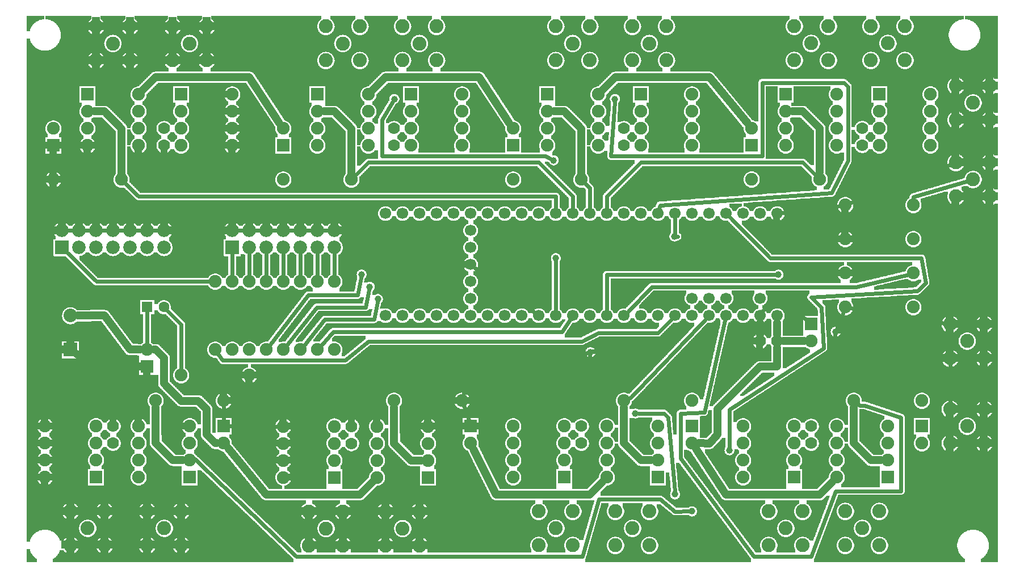
<source format=gtl>
G04 MADE WITH FRITZING*
G04 WWW.FRITZING.ORG*
G04 DOUBLE SIDED*
G04 HOLES PLATED*
G04 CONTOUR ON CENTER OF CONTOUR VECTOR*
%ASAXBY*%
%FSLAX23Y23*%
%MOIN*%
%OFA0B0*%
%SFA1.0B1.0*%
%ADD10C,0.075000*%
%ADD11C,0.066888*%
%ADD12C,0.070000*%
%ADD13C,0.079370*%
%ADD14C,0.082000*%
%ADD15C,0.080000*%
%ADD16C,0.062992*%
%ADD17C,0.039370*%
%ADD18R,0.075000X0.075000*%
%ADD19R,0.079370X0.079370*%
%ADD20R,0.080000X0.080000*%
%ADD21R,0.062992X0.062992*%
%ADD22C,0.048000*%
%ADD23C,0.024000*%
%LNCOPPER1*%
G90*
G70*
G54D10*
X2719Y2696D03*
X4058Y2724D03*
X4603Y2569D03*
X4648Y2763D03*
X3406Y2366D03*
X3194Y2561D03*
X4394Y2310D03*
X4963Y1748D03*
X2746Y1989D03*
X3737Y1581D03*
X4241Y1581D03*
X4511Y1566D03*
X4041Y1369D03*
X4178Y1219D03*
X4992Y869D03*
X3641Y817D03*
X4892Y598D03*
X4282Y239D03*
X3541Y604D03*
X295Y3198D03*
G54D11*
X4449Y2090D03*
X4349Y2090D03*
X4249Y2090D03*
X4149Y2090D03*
X4049Y2090D03*
X3949Y2090D03*
X3849Y2090D03*
X3749Y2090D03*
X3649Y2090D03*
X3549Y2090D03*
X3449Y2090D03*
X3349Y2090D03*
X3249Y2090D03*
X3149Y2090D03*
X3049Y2090D03*
X2949Y2090D03*
X2849Y2090D03*
X2749Y2090D03*
X2649Y2090D03*
X2549Y2090D03*
X2449Y2090D03*
X2349Y2090D03*
X2249Y2090D03*
X2149Y2090D03*
X2149Y1490D03*
X2249Y1490D03*
X2349Y1490D03*
X2449Y1490D03*
X2549Y1490D03*
X2649Y1490D03*
X2749Y1490D03*
X2849Y1490D03*
X2949Y1490D03*
X3049Y1490D03*
X3149Y1490D03*
X3249Y1490D03*
X3349Y1490D03*
X3449Y1490D03*
X3549Y1490D03*
X3649Y1490D03*
X3749Y1490D03*
X3849Y1490D03*
X3949Y1490D03*
X4049Y1490D03*
X4149Y1490D03*
X4249Y1490D03*
X4349Y1490D03*
X4449Y1490D03*
X2649Y1990D03*
X2649Y1890D03*
X2649Y1790D03*
X2649Y1690D03*
X2649Y1590D03*
X3948Y1592D03*
X4048Y1592D03*
X4149Y1592D03*
X4349Y1592D03*
G54D10*
X4849Y1540D03*
X5249Y1540D03*
X1149Y1290D03*
X1149Y1690D03*
X1849Y1290D03*
X1849Y1690D03*
X1649Y1290D03*
X1649Y1690D03*
X1549Y1290D03*
X1549Y1690D03*
X1449Y1290D03*
X1449Y1690D03*
X1749Y1690D03*
X1749Y1290D03*
X1349Y1690D03*
X1349Y1290D03*
X1249Y1290D03*
X1249Y1690D03*
X1349Y1140D03*
X949Y1140D03*
X4849Y1940D03*
X5249Y1940D03*
X4849Y2140D03*
X5249Y2140D03*
X4849Y1740D03*
X5249Y1740D03*
X1199Y990D03*
X799Y990D03*
X2599Y990D03*
X2199Y990D03*
X3949Y990D03*
X3549Y990D03*
X5299Y990D03*
X4899Y990D03*
X4299Y2290D03*
X4699Y2290D03*
X2898Y2290D03*
X3298Y2290D03*
X1548Y2290D03*
X1948Y2290D03*
X198Y2290D03*
X598Y2290D03*
G54D12*
X4449Y1340D03*
X4349Y1340D03*
X549Y740D03*
X549Y840D03*
X1949Y739D03*
X1949Y839D03*
X3299Y740D03*
X3299Y840D03*
X4649Y740D03*
X4649Y840D03*
X4949Y2590D03*
X4949Y2490D03*
X3548Y2590D03*
X3548Y2490D03*
X2198Y2590D03*
X2198Y2490D03*
X848Y2590D03*
X848Y2490D03*
G54D10*
X4649Y1440D03*
X4649Y1340D03*
X749Y1190D03*
X749Y1290D03*
X1199Y840D03*
X1199Y740D03*
X2649Y840D03*
X2649Y740D03*
X3949Y840D03*
X3949Y740D03*
X5299Y840D03*
X5299Y740D03*
X4299Y2490D03*
X4299Y2590D03*
X2898Y2490D03*
X2898Y2590D03*
X1548Y2490D03*
X1548Y2590D03*
X198Y2490D03*
X198Y2590D03*
G54D13*
X1249Y1990D03*
X1349Y1990D03*
X1449Y1990D03*
X1549Y1990D03*
X1649Y1990D03*
X1749Y1990D03*
X1849Y1990D03*
X1249Y1890D03*
X1349Y1890D03*
X1449Y1890D03*
X1549Y1890D03*
X1649Y1890D03*
X1749Y1890D03*
X1849Y1890D03*
X249Y1990D03*
X349Y1990D03*
X449Y1990D03*
X549Y1990D03*
X649Y1990D03*
X749Y1990D03*
X849Y1990D03*
X249Y1890D03*
X349Y1890D03*
X449Y1890D03*
X549Y1890D03*
X649Y1890D03*
X749Y1890D03*
X849Y1890D03*
G54D14*
X299Y140D03*
X399Y240D03*
X499Y140D03*
X499Y340D03*
X299Y340D03*
X1699Y139D03*
X1799Y239D03*
X1899Y139D03*
X1899Y339D03*
X1699Y339D03*
X3049Y140D03*
X3149Y240D03*
X3249Y140D03*
X3249Y340D03*
X3049Y340D03*
X4399Y140D03*
X4499Y240D03*
X4599Y140D03*
X4599Y340D03*
X4399Y340D03*
X5199Y3190D03*
X5098Y3090D03*
X4999Y3190D03*
X4999Y2990D03*
X5199Y2990D03*
X3798Y3190D03*
X3698Y3089D03*
X3598Y3190D03*
X3598Y2990D03*
X3798Y2990D03*
X2448Y3190D03*
X2348Y3089D03*
X2248Y3190D03*
X2248Y2990D03*
X2448Y2990D03*
X1098Y3190D03*
X998Y3089D03*
X898Y3190D03*
X898Y2990D03*
X1098Y2990D03*
X5699Y2190D03*
X5599Y2290D03*
X5699Y2390D03*
X5499Y2390D03*
X5499Y2190D03*
X5699Y2640D03*
X5599Y2740D03*
X5699Y2840D03*
X5499Y2840D03*
X5499Y2640D03*
X5665Y1240D03*
X5565Y1340D03*
X5665Y1440D03*
X5465Y1440D03*
X5465Y1240D03*
X5665Y740D03*
X5565Y840D03*
X5665Y940D03*
X5465Y940D03*
X5465Y740D03*
X749Y140D03*
X849Y240D03*
X949Y140D03*
X949Y340D03*
X749Y340D03*
X2149Y139D03*
X2249Y239D03*
X2349Y139D03*
X2349Y339D03*
X2149Y339D03*
X3499Y140D03*
X3599Y240D03*
X3699Y140D03*
X3699Y340D03*
X3499Y340D03*
X4849Y140D03*
X4949Y240D03*
X5049Y140D03*
X5049Y340D03*
X4849Y340D03*
X4749Y3190D03*
X4648Y3090D03*
X4549Y3190D03*
X4549Y2990D03*
X4749Y2990D03*
X3348Y3190D03*
X3248Y3089D03*
X3148Y3190D03*
X3148Y2990D03*
X3348Y2990D03*
X1998Y3190D03*
X1898Y3089D03*
X1798Y3190D03*
X1798Y2990D03*
X1998Y2990D03*
X648Y3190D03*
X548Y3089D03*
X448Y3190D03*
X448Y2990D03*
X648Y2990D03*
G54D10*
X999Y540D03*
X699Y540D03*
X999Y640D03*
X699Y640D03*
X999Y740D03*
X699Y740D03*
X999Y840D03*
X699Y840D03*
X2399Y539D03*
X2099Y539D03*
X2399Y639D03*
X2099Y639D03*
X2399Y739D03*
X2099Y739D03*
X2399Y839D03*
X2099Y839D03*
X3749Y540D03*
X3449Y540D03*
X3749Y640D03*
X3449Y640D03*
X3749Y740D03*
X3449Y740D03*
X3749Y840D03*
X3449Y840D03*
X5099Y540D03*
X4799Y540D03*
X5099Y640D03*
X4799Y640D03*
X5099Y740D03*
X4799Y740D03*
X5099Y840D03*
X4799Y840D03*
X4499Y2790D03*
X4799Y2790D03*
X4499Y2690D03*
X4799Y2690D03*
X4499Y2590D03*
X4799Y2590D03*
X4499Y2490D03*
X4799Y2490D03*
X3098Y2790D03*
X3398Y2790D03*
X3098Y2690D03*
X3398Y2690D03*
X3098Y2590D03*
X3398Y2590D03*
X3098Y2490D03*
X3398Y2490D03*
X1748Y2790D03*
X2048Y2790D03*
X1748Y2690D03*
X2048Y2690D03*
X1748Y2590D03*
X2048Y2590D03*
X1748Y2490D03*
X2048Y2490D03*
X398Y2790D03*
X698Y2790D03*
X398Y2690D03*
X698Y2690D03*
X398Y2590D03*
X698Y2590D03*
X398Y2490D03*
X698Y2490D03*
X449Y540D03*
X149Y540D03*
X449Y640D03*
X149Y640D03*
X449Y740D03*
X149Y740D03*
X449Y840D03*
X149Y840D03*
X1849Y539D03*
X1549Y539D03*
X1849Y639D03*
X1549Y639D03*
X1849Y739D03*
X1549Y739D03*
X1849Y839D03*
X1549Y839D03*
X3199Y540D03*
X2899Y540D03*
X3199Y640D03*
X2899Y640D03*
X3199Y740D03*
X2899Y740D03*
X3199Y840D03*
X2899Y840D03*
X4549Y540D03*
X4249Y540D03*
X4549Y640D03*
X4249Y640D03*
X4549Y740D03*
X4249Y740D03*
X4549Y840D03*
X4249Y840D03*
X5049Y2790D03*
X5349Y2790D03*
X5049Y2690D03*
X5349Y2690D03*
X5049Y2590D03*
X5349Y2590D03*
X5049Y2490D03*
X5349Y2490D03*
X3648Y2790D03*
X3948Y2790D03*
X3648Y2690D03*
X3948Y2690D03*
X3648Y2590D03*
X3948Y2590D03*
X3648Y2490D03*
X3948Y2490D03*
X2298Y2790D03*
X2598Y2790D03*
X2298Y2690D03*
X2598Y2690D03*
X2298Y2590D03*
X2598Y2590D03*
X2298Y2490D03*
X2598Y2490D03*
X948Y2790D03*
X1248Y2790D03*
X948Y2690D03*
X1248Y2690D03*
X948Y2590D03*
X1248Y2590D03*
X948Y2490D03*
X1248Y2490D03*
G54D15*
X299Y1290D03*
X299Y1490D03*
G54D16*
X749Y1540D03*
X847Y1540D03*
G54D17*
X2104Y1587D03*
X2056Y1659D03*
X3616Y915D03*
X3849Y440D03*
X4168Y699D03*
X4456Y1731D03*
X2008Y1731D03*
X3496Y2763D03*
X2200Y2763D03*
X3136Y2403D03*
X3845Y1955D03*
X4792Y1395D03*
X3352Y1275D03*
X3949Y340D03*
X3149Y1827D03*
G54D18*
X4649Y1440D03*
X749Y1190D03*
X1199Y840D03*
X2649Y840D03*
X3949Y840D03*
X5299Y840D03*
X4299Y2490D03*
X2898Y2490D03*
X1548Y2490D03*
X198Y2490D03*
G54D19*
X1249Y1890D03*
X249Y1890D03*
G54D18*
X999Y540D03*
X2399Y539D03*
X3749Y540D03*
X5099Y540D03*
X4499Y2790D03*
X3098Y2790D03*
X1748Y2790D03*
X398Y2790D03*
X449Y540D03*
X1849Y539D03*
X3199Y540D03*
X4549Y540D03*
X5049Y2790D03*
X3648Y2790D03*
X2298Y2790D03*
X948Y2790D03*
G54D20*
X299Y1290D03*
G54D21*
X749Y1540D03*
G54D22*
X799Y740D02*
X899Y640D01*
D02*
X899Y640D02*
X959Y640D01*
D02*
X799Y950D02*
X799Y740D01*
D02*
X2199Y950D02*
X2199Y739D01*
D02*
X2199Y739D02*
X2299Y639D01*
D02*
X2299Y639D02*
X2359Y639D01*
D02*
X3549Y950D02*
X3549Y740D01*
D02*
X3649Y640D02*
X3709Y640D01*
D02*
X3549Y740D02*
X3649Y640D01*
D02*
X4999Y640D02*
X5059Y640D01*
D02*
X4899Y740D02*
X4999Y640D01*
D02*
X4899Y950D02*
X4899Y740D01*
D02*
X4598Y2690D02*
X4539Y2690D01*
D02*
X4699Y2590D02*
X4598Y2690D01*
D02*
X4699Y2330D02*
X4699Y2590D01*
D02*
X3298Y2329D02*
X3298Y2589D01*
D02*
X3298Y2589D02*
X3198Y2690D01*
D02*
X3198Y2690D02*
X3138Y2690D01*
D02*
X1848Y2690D02*
X1788Y2690D01*
D02*
X1948Y2329D02*
X1948Y2589D01*
D02*
X1948Y2589D02*
X1848Y2690D01*
D02*
X598Y2589D02*
X498Y2690D01*
D02*
X498Y2690D02*
X438Y2690D01*
D02*
X598Y2329D02*
X598Y2589D01*
D02*
X4449Y1377D02*
X4449Y1448D01*
D02*
X4349Y1377D02*
X4349Y1448D01*
G54D23*
D02*
X1249Y1859D02*
X1249Y1718D01*
D02*
X1749Y1859D02*
X1749Y1718D01*
D02*
X1849Y1859D02*
X1849Y1718D01*
D02*
X279Y1990D02*
X318Y1990D01*
D02*
X379Y1990D02*
X418Y1990D01*
D02*
X479Y1990D02*
X518Y1990D01*
D02*
X579Y1990D02*
X618Y1990D01*
D02*
X679Y1990D02*
X718Y1990D01*
D02*
X779Y1990D02*
X818Y1990D01*
D02*
X1649Y1859D02*
X1649Y1718D01*
D02*
X1549Y1859D02*
X1549Y1718D01*
D02*
X1449Y1859D02*
X1449Y1718D01*
D02*
X1349Y1859D02*
X1349Y1718D01*
G54D22*
D02*
X497Y1491D02*
X341Y1490D01*
G54D23*
D02*
X450Y1690D02*
X270Y1868D01*
G54D22*
D02*
X648Y1291D02*
X497Y1491D01*
D02*
X448Y1189D02*
X334Y1266D01*
D02*
X709Y1290D02*
X648Y1291D01*
D02*
X709Y1190D02*
X448Y1189D01*
G54D23*
D02*
X1818Y1990D02*
X1779Y1990D01*
D02*
X1718Y1990D02*
X1679Y1990D01*
D02*
X1618Y1990D02*
X1579Y1990D01*
D02*
X1518Y1990D02*
X1479Y1990D01*
D02*
X1418Y1990D02*
X1379Y1990D01*
D02*
X1318Y1990D02*
X1279Y1990D01*
D02*
X1120Y1690D02*
X450Y1690D01*
D02*
X948Y1439D02*
X866Y1521D01*
D02*
X949Y1168D02*
X948Y1439D01*
D02*
X749Y1513D02*
X749Y1318D01*
G54D22*
D02*
X1998Y439D02*
X2071Y511D01*
D02*
X1448Y439D02*
X1998Y439D01*
D02*
X4699Y439D02*
X4148Y439D01*
D02*
X4771Y512D02*
X4699Y439D01*
D02*
X4148Y439D02*
X3971Y707D01*
D02*
X3349Y439D02*
X3421Y512D01*
D02*
X2666Y704D02*
X2798Y439D01*
D02*
X2798Y439D02*
X3349Y439D01*
D02*
X4609Y1340D02*
X4486Y1340D01*
D02*
X4050Y2891D02*
X3499Y2891D01*
D02*
X3499Y2891D02*
X3426Y2818D01*
D02*
X4274Y2621D02*
X4050Y2891D01*
D02*
X2149Y2891D02*
X2076Y2818D01*
D02*
X2699Y2891D02*
X2149Y2891D01*
D02*
X2876Y2623D02*
X2699Y2891D01*
D02*
X1349Y2891D02*
X798Y2891D01*
D02*
X798Y2891D02*
X726Y2818D01*
D02*
X1526Y2623D02*
X1349Y2891D01*
G54D23*
D02*
X2608Y963D02*
X2640Y867D01*
D02*
X1199Y961D02*
X1199Y869D01*
G54D22*
D02*
X1224Y710D02*
X1448Y439D01*
G54D23*
D02*
X3348Y2120D02*
X3348Y2240D01*
D02*
X3348Y2240D02*
X3318Y2269D01*
G54D22*
D02*
X1098Y940D02*
X1098Y791D01*
D02*
X1098Y791D02*
X1149Y740D01*
D02*
X1149Y740D02*
X1159Y740D01*
D02*
X1049Y989D02*
X1098Y940D01*
D02*
X848Y1090D02*
X948Y989D01*
D02*
X848Y1241D02*
X848Y1090D01*
D02*
X799Y1290D02*
X848Y1241D01*
D02*
X788Y1290D02*
X799Y1290D01*
D02*
X948Y989D02*
X1049Y989D01*
D02*
X4348Y1190D02*
X4098Y940D01*
D02*
X4448Y1190D02*
X4348Y1190D01*
D02*
X4098Y790D02*
X4050Y739D01*
D02*
X4098Y940D02*
X4098Y790D01*
D02*
X4050Y739D02*
X3988Y740D01*
D02*
X4449Y1303D02*
X4448Y1190D01*
G54D23*
D02*
X5568Y2281D02*
X5248Y2187D01*
D02*
X3448Y2190D02*
X3448Y2120D01*
D02*
X3648Y2390D02*
X3448Y2190D01*
D02*
X4599Y2390D02*
X3648Y2390D01*
D02*
X4679Y2310D02*
X4599Y2390D01*
D02*
X2098Y2390D02*
X2048Y2390D01*
D02*
X2748Y2390D02*
X2098Y2390D01*
D02*
X699Y2190D02*
X619Y2269D01*
D02*
X3149Y2120D02*
X3148Y2190D01*
D02*
X3148Y2190D02*
X699Y2190D01*
D02*
X2048Y2390D02*
X1968Y2310D01*
D02*
X3049Y2390D02*
X2748Y2390D01*
D02*
X3248Y2120D02*
X3248Y2190D01*
D02*
X3248Y2190D02*
X3049Y2390D01*
D02*
X1767Y1311D02*
X1840Y1395D01*
D02*
X5248Y2187D02*
X5248Y2168D01*
D02*
X3184Y1395D02*
X3231Y1464D01*
D02*
X1840Y1395D02*
X3184Y1395D01*
D02*
X3592Y1011D02*
X4027Y1468D01*
D02*
X3574Y1003D02*
X3592Y1011D01*
D02*
X2049Y1339D02*
X3300Y1339D01*
D02*
X3300Y1339D02*
X3399Y1389D01*
D02*
X3399Y1389D02*
X3748Y1389D01*
D02*
X1912Y1227D02*
X2049Y1339D01*
D02*
X1192Y1227D02*
X1912Y1227D01*
D02*
X1165Y1266D02*
X1192Y1227D01*
D02*
X3748Y1389D02*
X3827Y1468D01*
D02*
X3570Y1512D02*
X3712Y1659D01*
D02*
X4912Y1659D02*
X5221Y1733D01*
D02*
X3712Y1659D02*
X4912Y1659D01*
D02*
X4960Y963D02*
X5176Y891D01*
D02*
X4936Y963D02*
X4960Y963D01*
D02*
X4922Y973D02*
X4936Y963D01*
D02*
X4792Y459D02*
X4648Y75D01*
D02*
X5176Y459D02*
X4792Y459D01*
D02*
X5176Y891D02*
X5176Y459D01*
D02*
X4312Y75D02*
X3880Y651D01*
D02*
X4648Y75D02*
X4312Y75D01*
D02*
X3880Y915D02*
X4020Y923D01*
D02*
X3880Y651D02*
X3880Y915D01*
D02*
X4020Y923D02*
X4142Y1460D01*
D02*
X1667Y1312D02*
X1792Y1467D01*
D02*
X2080Y1467D02*
X2101Y1569D01*
D02*
X1792Y1467D02*
X2080Y1467D01*
D02*
X1566Y1312D02*
X1744Y1539D01*
D02*
X2032Y1539D02*
X2053Y1641D01*
D02*
X1744Y1539D02*
X2032Y1539D01*
D02*
X3808Y891D02*
X3847Y459D01*
D02*
X3784Y915D02*
X3808Y891D01*
D02*
X3635Y915D02*
X3784Y915D01*
D02*
X4168Y939D02*
X4720Y1299D01*
D02*
X4168Y718D02*
X4168Y939D01*
D02*
X4720Y1299D02*
X4708Y1539D01*
D02*
X5320Y1683D02*
X5296Y1827D01*
D02*
X5272Y1635D02*
X5320Y1683D01*
D02*
X4648Y1599D02*
X5272Y1635D01*
D02*
X4708Y1539D02*
X4648Y1599D01*
D02*
X4408Y1827D02*
X4170Y2068D01*
D02*
X5296Y1827D02*
X4408Y1827D01*
D02*
X3449Y1520D02*
X3448Y1731D01*
D02*
X1466Y1312D02*
X1696Y1611D01*
D02*
X3448Y1731D02*
X4437Y1731D01*
D02*
X1984Y1611D02*
X2005Y1713D01*
D02*
X1696Y1611D02*
X1984Y1611D01*
D02*
X4360Y2427D02*
X4360Y2859D01*
D02*
X3472Y2427D02*
X4360Y2427D01*
D02*
X3495Y2745D02*
X3472Y2427D01*
D02*
X4768Y2211D02*
X3760Y2139D01*
D02*
X4864Y2403D02*
X4768Y2211D01*
D02*
X4864Y2835D02*
X4864Y2403D01*
D02*
X4840Y2859D02*
X4864Y2835D01*
D02*
X4360Y2859D02*
X4840Y2859D01*
D02*
X3760Y2139D02*
X3756Y2120D01*
D02*
X2190Y2747D02*
X2128Y2643D01*
D02*
X3088Y2427D02*
X3119Y2412D01*
D02*
X2128Y2427D02*
X3088Y2427D01*
D02*
X2128Y2643D02*
X2128Y2427D01*
D02*
X3864Y1955D02*
X3849Y1955D01*
D02*
X3849Y1955D02*
X3849Y2059D01*
D02*
X4799Y1413D02*
X4838Y1513D01*
D02*
X4504Y1563D02*
X4627Y1458D01*
D02*
X4408Y1563D02*
X4504Y1563D01*
D02*
X4360Y1515D02*
X4408Y1563D01*
D02*
X4361Y1518D02*
X4360Y1515D01*
D02*
X4479Y2094D02*
X4820Y2136D01*
D02*
X2673Y1771D02*
X3024Y1508D01*
D02*
X5469Y2378D02*
X4875Y2150D01*
D02*
X5433Y1445D02*
X4877Y1535D01*
D02*
X5465Y972D02*
X5465Y1208D01*
D02*
X2608Y1035D02*
X3334Y1270D01*
D02*
X2604Y1018D02*
X2608Y1035D01*
D02*
X1227Y840D02*
X1520Y839D01*
D02*
X1024Y651D02*
X1624Y75D01*
D02*
X1025Y652D02*
X1024Y651D01*
D02*
X1624Y75D02*
X3304Y75D01*
D02*
X3304Y75D02*
X3400Y411D01*
D02*
X3848Y339D02*
X3930Y340D01*
D02*
X3760Y411D02*
X3848Y339D01*
D02*
X3400Y411D02*
X3760Y411D01*
D02*
X3149Y1808D02*
X3149Y1520D01*
G36*
X40Y3251D02*
X40Y3163D01*
X60Y3163D01*
X60Y3169D01*
X62Y3169D01*
X62Y3175D01*
X64Y3175D01*
X64Y3179D01*
X66Y3179D01*
X66Y3183D01*
X68Y3183D01*
X68Y3187D01*
X70Y3187D01*
X70Y3189D01*
X72Y3189D01*
X72Y3193D01*
X74Y3193D01*
X74Y3195D01*
X76Y3195D01*
X76Y3199D01*
X78Y3199D01*
X78Y3201D01*
X80Y3201D01*
X80Y3203D01*
X82Y3203D01*
X82Y3205D01*
X84Y3205D01*
X84Y3207D01*
X86Y3207D01*
X86Y3209D01*
X88Y3209D01*
X88Y3211D01*
X92Y3211D01*
X92Y3213D01*
X94Y3213D01*
X94Y3215D01*
X96Y3215D01*
X96Y3217D01*
X100Y3217D01*
X100Y3219D01*
X104Y3219D01*
X104Y3221D01*
X106Y3221D01*
X106Y3223D01*
X112Y3223D01*
X112Y3225D01*
X116Y3225D01*
X116Y3227D01*
X122Y3227D01*
X122Y3229D01*
X130Y3229D01*
X130Y3231D01*
X146Y3231D01*
X146Y3251D01*
X40Y3251D01*
G37*
D02*
G36*
X2162Y2857D02*
X2162Y2855D01*
X2160Y2855D01*
X2160Y2853D01*
X2158Y2853D01*
X2158Y2851D01*
X2156Y2851D01*
X2156Y2849D01*
X2154Y2849D01*
X2154Y2847D01*
X2152Y2847D01*
X2152Y2845D01*
X2150Y2845D01*
X2150Y2843D01*
X2148Y2843D01*
X2148Y2841D01*
X2146Y2841D01*
X2146Y2839D01*
X2144Y2839D01*
X2144Y2837D01*
X2606Y2837D01*
X2606Y2835D01*
X2614Y2835D01*
X2614Y2833D01*
X2618Y2833D01*
X2618Y2831D01*
X2622Y2831D01*
X2622Y2829D01*
X2626Y2829D01*
X2626Y2827D01*
X2628Y2827D01*
X2628Y2825D01*
X2630Y2825D01*
X2630Y2823D01*
X2632Y2823D01*
X2632Y2821D01*
X2634Y2821D01*
X2634Y2819D01*
X2636Y2819D01*
X2636Y2817D01*
X2638Y2817D01*
X2638Y2813D01*
X2640Y2813D01*
X2640Y2809D01*
X2642Y2809D01*
X2642Y2805D01*
X2644Y2805D01*
X2644Y2797D01*
X2646Y2797D01*
X2646Y2781D01*
X2644Y2781D01*
X2644Y2773D01*
X2642Y2773D01*
X2642Y2769D01*
X2640Y2769D01*
X2640Y2765D01*
X2638Y2765D01*
X2638Y2761D01*
X2636Y2761D01*
X2636Y2759D01*
X2634Y2759D01*
X2634Y2757D01*
X2632Y2757D01*
X2632Y2755D01*
X2630Y2755D01*
X2630Y2753D01*
X2628Y2753D01*
X2628Y2751D01*
X2624Y2751D01*
X2624Y2749D01*
X2622Y2749D01*
X2622Y2729D01*
X2626Y2729D01*
X2626Y2727D01*
X2628Y2727D01*
X2628Y2725D01*
X2630Y2725D01*
X2630Y2723D01*
X2632Y2723D01*
X2632Y2721D01*
X2634Y2721D01*
X2634Y2719D01*
X2636Y2719D01*
X2636Y2717D01*
X2638Y2717D01*
X2638Y2713D01*
X2640Y2713D01*
X2640Y2709D01*
X2642Y2709D01*
X2642Y2705D01*
X2644Y2705D01*
X2644Y2697D01*
X2646Y2697D01*
X2646Y2681D01*
X2644Y2681D01*
X2644Y2673D01*
X2642Y2673D01*
X2642Y2669D01*
X2640Y2669D01*
X2640Y2665D01*
X2638Y2665D01*
X2638Y2661D01*
X2636Y2661D01*
X2636Y2659D01*
X2634Y2659D01*
X2634Y2657D01*
X2632Y2657D01*
X2632Y2655D01*
X2630Y2655D01*
X2630Y2653D01*
X2628Y2653D01*
X2628Y2651D01*
X2624Y2651D01*
X2624Y2649D01*
X2622Y2649D01*
X2622Y2629D01*
X2626Y2629D01*
X2626Y2627D01*
X2628Y2627D01*
X2628Y2625D01*
X2630Y2625D01*
X2630Y2623D01*
X2632Y2623D01*
X2632Y2621D01*
X2634Y2621D01*
X2634Y2619D01*
X2636Y2619D01*
X2636Y2617D01*
X2638Y2617D01*
X2638Y2613D01*
X2640Y2613D01*
X2640Y2609D01*
X2642Y2609D01*
X2642Y2605D01*
X2644Y2605D01*
X2644Y2597D01*
X2646Y2597D01*
X2646Y2581D01*
X2644Y2581D01*
X2644Y2573D01*
X2642Y2573D01*
X2642Y2569D01*
X2640Y2569D01*
X2640Y2565D01*
X2638Y2565D01*
X2638Y2561D01*
X2636Y2561D01*
X2636Y2559D01*
X2634Y2559D01*
X2634Y2557D01*
X2632Y2557D01*
X2632Y2555D01*
X2630Y2555D01*
X2630Y2553D01*
X2628Y2553D01*
X2628Y2551D01*
X2624Y2551D01*
X2624Y2549D01*
X2622Y2549D01*
X2622Y2529D01*
X2626Y2529D01*
X2626Y2527D01*
X2628Y2527D01*
X2628Y2525D01*
X2630Y2525D01*
X2630Y2523D01*
X2632Y2523D01*
X2632Y2521D01*
X2634Y2521D01*
X2634Y2519D01*
X2636Y2519D01*
X2636Y2517D01*
X2638Y2517D01*
X2638Y2513D01*
X2640Y2513D01*
X2640Y2509D01*
X2642Y2509D01*
X2642Y2505D01*
X2644Y2505D01*
X2644Y2497D01*
X2646Y2497D01*
X2646Y2481D01*
X2644Y2481D01*
X2644Y2473D01*
X2642Y2473D01*
X2642Y2469D01*
X2640Y2469D01*
X2640Y2449D01*
X2850Y2449D01*
X2850Y2537D01*
X2864Y2537D01*
X2864Y2557D01*
X2862Y2557D01*
X2862Y2561D01*
X2860Y2561D01*
X2860Y2563D01*
X2858Y2563D01*
X2858Y2567D01*
X2856Y2567D01*
X2856Y2569D01*
X2854Y2569D01*
X2854Y2575D01*
X2852Y2575D01*
X2852Y2585D01*
X2850Y2585D01*
X2850Y2603D01*
X2848Y2603D01*
X2848Y2605D01*
X2846Y2605D01*
X2846Y2609D01*
X2844Y2609D01*
X2844Y2611D01*
X2842Y2611D01*
X2842Y2615D01*
X2840Y2615D01*
X2840Y2617D01*
X2838Y2617D01*
X2838Y2621D01*
X2836Y2621D01*
X2836Y2623D01*
X2834Y2623D01*
X2834Y2627D01*
X2832Y2627D01*
X2832Y2629D01*
X2830Y2629D01*
X2830Y2633D01*
X2828Y2633D01*
X2828Y2635D01*
X2826Y2635D01*
X2826Y2639D01*
X2824Y2639D01*
X2824Y2641D01*
X2822Y2641D01*
X2822Y2645D01*
X2820Y2645D01*
X2820Y2647D01*
X2818Y2647D01*
X2818Y2651D01*
X2816Y2651D01*
X2816Y2653D01*
X2814Y2653D01*
X2814Y2657D01*
X2812Y2657D01*
X2812Y2659D01*
X2810Y2659D01*
X2810Y2663D01*
X2808Y2663D01*
X2808Y2665D01*
X2806Y2665D01*
X2806Y2669D01*
X2804Y2669D01*
X2804Y2671D01*
X2802Y2671D01*
X2802Y2675D01*
X2800Y2675D01*
X2800Y2677D01*
X2798Y2677D01*
X2798Y2681D01*
X2796Y2681D01*
X2796Y2683D01*
X2794Y2683D01*
X2794Y2687D01*
X2792Y2687D01*
X2792Y2691D01*
X2790Y2691D01*
X2790Y2693D01*
X2788Y2693D01*
X2788Y2697D01*
X2786Y2697D01*
X2786Y2699D01*
X2784Y2699D01*
X2784Y2703D01*
X2782Y2703D01*
X2782Y2705D01*
X2780Y2705D01*
X2780Y2709D01*
X2778Y2709D01*
X2778Y2711D01*
X2776Y2711D01*
X2776Y2715D01*
X2774Y2715D01*
X2774Y2717D01*
X2772Y2717D01*
X2772Y2721D01*
X2770Y2721D01*
X2770Y2723D01*
X2768Y2723D01*
X2768Y2727D01*
X2766Y2727D01*
X2766Y2729D01*
X2764Y2729D01*
X2764Y2733D01*
X2762Y2733D01*
X2762Y2735D01*
X2760Y2735D01*
X2760Y2739D01*
X2758Y2739D01*
X2758Y2741D01*
X2756Y2741D01*
X2756Y2745D01*
X2754Y2745D01*
X2754Y2747D01*
X2752Y2747D01*
X2752Y2751D01*
X2750Y2751D01*
X2750Y2753D01*
X2748Y2753D01*
X2748Y2757D01*
X2746Y2757D01*
X2746Y2759D01*
X2744Y2759D01*
X2744Y2763D01*
X2742Y2763D01*
X2742Y2765D01*
X2740Y2765D01*
X2740Y2769D01*
X2738Y2769D01*
X2738Y2771D01*
X2736Y2771D01*
X2736Y2775D01*
X2734Y2775D01*
X2734Y2777D01*
X2732Y2777D01*
X2732Y2781D01*
X2730Y2781D01*
X2730Y2783D01*
X2728Y2783D01*
X2728Y2787D01*
X2726Y2787D01*
X2726Y2789D01*
X2724Y2789D01*
X2724Y2793D01*
X2722Y2793D01*
X2722Y2797D01*
X2720Y2797D01*
X2720Y2799D01*
X2718Y2799D01*
X2718Y2803D01*
X2716Y2803D01*
X2716Y2805D01*
X2714Y2805D01*
X2714Y2809D01*
X2712Y2809D01*
X2712Y2811D01*
X2710Y2811D01*
X2710Y2815D01*
X2708Y2815D01*
X2708Y2817D01*
X2706Y2817D01*
X2706Y2821D01*
X2704Y2821D01*
X2704Y2823D01*
X2702Y2823D01*
X2702Y2827D01*
X2700Y2827D01*
X2700Y2829D01*
X2698Y2829D01*
X2698Y2833D01*
X2696Y2833D01*
X2696Y2835D01*
X2694Y2835D01*
X2694Y2839D01*
X2692Y2839D01*
X2692Y2841D01*
X2690Y2841D01*
X2690Y2845D01*
X2688Y2845D01*
X2688Y2847D01*
X2686Y2847D01*
X2686Y2851D01*
X2684Y2851D01*
X2684Y2853D01*
X2682Y2853D01*
X2682Y2857D01*
X2162Y2857D01*
G37*
D02*
G36*
X2142Y2837D02*
X2142Y2835D01*
X2140Y2835D01*
X2140Y2833D01*
X2138Y2833D01*
X2138Y2831D01*
X2136Y2831D01*
X2136Y2829D01*
X2134Y2829D01*
X2134Y2827D01*
X2132Y2827D01*
X2132Y2825D01*
X2130Y2825D01*
X2130Y2823D01*
X2128Y2823D01*
X2128Y2821D01*
X2126Y2821D01*
X2126Y2819D01*
X2124Y2819D01*
X2124Y2817D01*
X2122Y2817D01*
X2122Y2815D01*
X2120Y2815D01*
X2120Y2813D01*
X2118Y2813D01*
X2118Y2811D01*
X2116Y2811D01*
X2116Y2809D01*
X2114Y2809D01*
X2114Y2807D01*
X2112Y2807D01*
X2112Y2805D01*
X2110Y2805D01*
X2110Y2803D01*
X2108Y2803D01*
X2108Y2801D01*
X2106Y2801D01*
X2106Y2799D01*
X2104Y2799D01*
X2104Y2797D01*
X2102Y2797D01*
X2102Y2795D01*
X2100Y2795D01*
X2100Y2793D01*
X2206Y2793D01*
X2206Y2791D01*
X2212Y2791D01*
X2212Y2789D01*
X2216Y2789D01*
X2216Y2787D01*
X2218Y2787D01*
X2218Y2785D01*
X2222Y2785D01*
X2222Y2781D01*
X2224Y2781D01*
X2224Y2779D01*
X2226Y2779D01*
X2226Y2775D01*
X2228Y2775D01*
X2228Y2769D01*
X2230Y2769D01*
X2230Y2757D01*
X2228Y2757D01*
X2228Y2751D01*
X2226Y2751D01*
X2226Y2747D01*
X2224Y2747D01*
X2224Y2745D01*
X2222Y2745D01*
X2222Y2743D01*
X2220Y2743D01*
X2220Y2741D01*
X2218Y2741D01*
X2218Y2739D01*
X2216Y2739D01*
X2216Y2737D01*
X2212Y2737D01*
X2212Y2735D01*
X2208Y2735D01*
X2208Y2731D01*
X2206Y2731D01*
X2206Y2729D01*
X2204Y2729D01*
X2204Y2725D01*
X2202Y2725D01*
X2202Y2721D01*
X2200Y2721D01*
X2200Y2719D01*
X2198Y2719D01*
X2198Y2715D01*
X2196Y2715D01*
X2196Y2711D01*
X2194Y2711D01*
X2194Y2709D01*
X2192Y2709D01*
X2192Y2705D01*
X2190Y2705D01*
X2190Y2701D01*
X2188Y2701D01*
X2188Y2699D01*
X2186Y2699D01*
X2186Y2695D01*
X2184Y2695D01*
X2184Y2691D01*
X2182Y2691D01*
X2182Y2689D01*
X2180Y2689D01*
X2180Y2685D01*
X2178Y2685D01*
X2178Y2681D01*
X2176Y2681D01*
X2176Y2679D01*
X2174Y2679D01*
X2174Y2675D01*
X2172Y2675D01*
X2172Y2671D01*
X2170Y2671D01*
X2170Y2669D01*
X2168Y2669D01*
X2168Y2665D01*
X2166Y2665D01*
X2166Y2661D01*
X2164Y2661D01*
X2164Y2659D01*
X2162Y2659D01*
X2162Y2655D01*
X2160Y2655D01*
X2160Y2651D01*
X2158Y2651D01*
X2158Y2649D01*
X2156Y2649D01*
X2156Y2645D01*
X2154Y2645D01*
X2154Y2641D01*
X2152Y2641D01*
X2152Y2639D01*
X2150Y2639D01*
X2150Y2635D01*
X2204Y2635D01*
X2204Y2633D01*
X2212Y2633D01*
X2212Y2631D01*
X2218Y2631D01*
X2218Y2629D01*
X2220Y2629D01*
X2220Y2627D01*
X2224Y2627D01*
X2224Y2625D01*
X2226Y2625D01*
X2226Y2623D01*
X2230Y2623D01*
X2230Y2621D01*
X2232Y2621D01*
X2232Y2617D01*
X2234Y2617D01*
X2234Y2615D01*
X2236Y2615D01*
X2236Y2611D01*
X2256Y2611D01*
X2256Y2613D01*
X2258Y2613D01*
X2258Y2615D01*
X2260Y2615D01*
X2260Y2619D01*
X2262Y2619D01*
X2262Y2621D01*
X2264Y2621D01*
X2264Y2623D01*
X2266Y2623D01*
X2266Y2625D01*
X2268Y2625D01*
X2268Y2627D01*
X2272Y2627D01*
X2272Y2629D01*
X2274Y2629D01*
X2274Y2649D01*
X2272Y2649D01*
X2272Y2651D01*
X2270Y2651D01*
X2270Y2653D01*
X2266Y2653D01*
X2266Y2655D01*
X2264Y2655D01*
X2264Y2657D01*
X2262Y2657D01*
X2262Y2661D01*
X2260Y2661D01*
X2260Y2663D01*
X2258Y2663D01*
X2258Y2667D01*
X2256Y2667D01*
X2256Y2669D01*
X2254Y2669D01*
X2254Y2675D01*
X2252Y2675D01*
X2252Y2685D01*
X2250Y2685D01*
X2250Y2693D01*
X2252Y2693D01*
X2252Y2703D01*
X2254Y2703D01*
X2254Y2709D01*
X2256Y2709D01*
X2256Y2713D01*
X2258Y2713D01*
X2258Y2715D01*
X2260Y2715D01*
X2260Y2719D01*
X2262Y2719D01*
X2262Y2721D01*
X2264Y2721D01*
X2264Y2741D01*
X2252Y2741D01*
X2252Y2743D01*
X2250Y2743D01*
X2250Y2837D01*
X2142Y2837D01*
G37*
D02*
G36*
X2346Y2837D02*
X2346Y2741D01*
X2332Y2741D01*
X2332Y2721D01*
X2334Y2721D01*
X2334Y2719D01*
X2336Y2719D01*
X2336Y2717D01*
X2338Y2717D01*
X2338Y2713D01*
X2340Y2713D01*
X2340Y2709D01*
X2342Y2709D01*
X2342Y2705D01*
X2344Y2705D01*
X2344Y2697D01*
X2346Y2697D01*
X2346Y2681D01*
X2344Y2681D01*
X2344Y2673D01*
X2342Y2673D01*
X2342Y2669D01*
X2340Y2669D01*
X2340Y2665D01*
X2338Y2665D01*
X2338Y2661D01*
X2336Y2661D01*
X2336Y2659D01*
X2334Y2659D01*
X2334Y2657D01*
X2332Y2657D01*
X2332Y2655D01*
X2330Y2655D01*
X2330Y2653D01*
X2328Y2653D01*
X2328Y2651D01*
X2324Y2651D01*
X2324Y2649D01*
X2322Y2649D01*
X2322Y2629D01*
X2326Y2629D01*
X2326Y2627D01*
X2328Y2627D01*
X2328Y2625D01*
X2330Y2625D01*
X2330Y2623D01*
X2332Y2623D01*
X2332Y2621D01*
X2334Y2621D01*
X2334Y2619D01*
X2336Y2619D01*
X2336Y2617D01*
X2338Y2617D01*
X2338Y2613D01*
X2340Y2613D01*
X2340Y2609D01*
X2342Y2609D01*
X2342Y2605D01*
X2344Y2605D01*
X2344Y2597D01*
X2346Y2597D01*
X2346Y2581D01*
X2344Y2581D01*
X2344Y2573D01*
X2342Y2573D01*
X2342Y2569D01*
X2340Y2569D01*
X2340Y2565D01*
X2338Y2565D01*
X2338Y2561D01*
X2336Y2561D01*
X2336Y2559D01*
X2334Y2559D01*
X2334Y2557D01*
X2332Y2557D01*
X2332Y2555D01*
X2330Y2555D01*
X2330Y2553D01*
X2328Y2553D01*
X2328Y2551D01*
X2324Y2551D01*
X2324Y2549D01*
X2322Y2549D01*
X2322Y2529D01*
X2326Y2529D01*
X2326Y2527D01*
X2328Y2527D01*
X2328Y2525D01*
X2330Y2525D01*
X2330Y2523D01*
X2332Y2523D01*
X2332Y2521D01*
X2334Y2521D01*
X2334Y2519D01*
X2336Y2519D01*
X2336Y2517D01*
X2338Y2517D01*
X2338Y2513D01*
X2340Y2513D01*
X2340Y2509D01*
X2342Y2509D01*
X2342Y2505D01*
X2344Y2505D01*
X2344Y2497D01*
X2346Y2497D01*
X2346Y2481D01*
X2344Y2481D01*
X2344Y2473D01*
X2342Y2473D01*
X2342Y2469D01*
X2340Y2469D01*
X2340Y2449D01*
X2556Y2449D01*
X2556Y2469D01*
X2554Y2469D01*
X2554Y2475D01*
X2552Y2475D01*
X2552Y2485D01*
X2550Y2485D01*
X2550Y2493D01*
X2552Y2493D01*
X2552Y2503D01*
X2554Y2503D01*
X2554Y2509D01*
X2556Y2509D01*
X2556Y2513D01*
X2558Y2513D01*
X2558Y2515D01*
X2560Y2515D01*
X2560Y2519D01*
X2562Y2519D01*
X2562Y2521D01*
X2564Y2521D01*
X2564Y2523D01*
X2566Y2523D01*
X2566Y2525D01*
X2568Y2525D01*
X2568Y2527D01*
X2572Y2527D01*
X2572Y2529D01*
X2574Y2529D01*
X2574Y2549D01*
X2572Y2549D01*
X2572Y2551D01*
X2570Y2551D01*
X2570Y2553D01*
X2566Y2553D01*
X2566Y2555D01*
X2564Y2555D01*
X2564Y2557D01*
X2562Y2557D01*
X2562Y2561D01*
X2560Y2561D01*
X2560Y2563D01*
X2558Y2563D01*
X2558Y2567D01*
X2556Y2567D01*
X2556Y2569D01*
X2554Y2569D01*
X2554Y2575D01*
X2552Y2575D01*
X2552Y2585D01*
X2550Y2585D01*
X2550Y2593D01*
X2552Y2593D01*
X2552Y2603D01*
X2554Y2603D01*
X2554Y2609D01*
X2556Y2609D01*
X2556Y2613D01*
X2558Y2613D01*
X2558Y2615D01*
X2560Y2615D01*
X2560Y2619D01*
X2562Y2619D01*
X2562Y2621D01*
X2564Y2621D01*
X2564Y2623D01*
X2566Y2623D01*
X2566Y2625D01*
X2568Y2625D01*
X2568Y2627D01*
X2572Y2627D01*
X2572Y2629D01*
X2574Y2629D01*
X2574Y2649D01*
X2572Y2649D01*
X2572Y2651D01*
X2570Y2651D01*
X2570Y2653D01*
X2566Y2653D01*
X2566Y2655D01*
X2564Y2655D01*
X2564Y2657D01*
X2562Y2657D01*
X2562Y2661D01*
X2560Y2661D01*
X2560Y2663D01*
X2558Y2663D01*
X2558Y2667D01*
X2556Y2667D01*
X2556Y2669D01*
X2554Y2669D01*
X2554Y2675D01*
X2552Y2675D01*
X2552Y2685D01*
X2550Y2685D01*
X2550Y2693D01*
X2552Y2693D01*
X2552Y2703D01*
X2554Y2703D01*
X2554Y2709D01*
X2556Y2709D01*
X2556Y2713D01*
X2558Y2713D01*
X2558Y2715D01*
X2560Y2715D01*
X2560Y2719D01*
X2562Y2719D01*
X2562Y2721D01*
X2564Y2721D01*
X2564Y2723D01*
X2566Y2723D01*
X2566Y2725D01*
X2568Y2725D01*
X2568Y2727D01*
X2572Y2727D01*
X2572Y2729D01*
X2574Y2729D01*
X2574Y2749D01*
X2572Y2749D01*
X2572Y2751D01*
X2570Y2751D01*
X2570Y2753D01*
X2566Y2753D01*
X2566Y2755D01*
X2564Y2755D01*
X2564Y2757D01*
X2562Y2757D01*
X2562Y2761D01*
X2560Y2761D01*
X2560Y2763D01*
X2558Y2763D01*
X2558Y2767D01*
X2556Y2767D01*
X2556Y2769D01*
X2554Y2769D01*
X2554Y2775D01*
X2552Y2775D01*
X2552Y2785D01*
X2550Y2785D01*
X2550Y2793D01*
X2552Y2793D01*
X2552Y2803D01*
X2554Y2803D01*
X2554Y2809D01*
X2556Y2809D01*
X2556Y2813D01*
X2558Y2813D01*
X2558Y2815D01*
X2560Y2815D01*
X2560Y2819D01*
X2562Y2819D01*
X2562Y2821D01*
X2564Y2821D01*
X2564Y2823D01*
X2566Y2823D01*
X2566Y2825D01*
X2568Y2825D01*
X2568Y2827D01*
X2572Y2827D01*
X2572Y2829D01*
X2574Y2829D01*
X2574Y2831D01*
X2578Y2831D01*
X2578Y2833D01*
X2584Y2833D01*
X2584Y2835D01*
X2590Y2835D01*
X2590Y2837D01*
X2346Y2837D01*
G37*
D02*
G36*
X2098Y2793D02*
X2098Y2791D01*
X2096Y2791D01*
X2096Y2781D01*
X2094Y2781D01*
X2094Y2773D01*
X2092Y2773D01*
X2092Y2769D01*
X2090Y2769D01*
X2090Y2765D01*
X2088Y2765D01*
X2088Y2761D01*
X2086Y2761D01*
X2086Y2759D01*
X2084Y2759D01*
X2084Y2757D01*
X2082Y2757D01*
X2082Y2755D01*
X2080Y2755D01*
X2080Y2753D01*
X2078Y2753D01*
X2078Y2751D01*
X2074Y2751D01*
X2074Y2749D01*
X2072Y2749D01*
X2072Y2729D01*
X2076Y2729D01*
X2076Y2727D01*
X2078Y2727D01*
X2078Y2725D01*
X2080Y2725D01*
X2080Y2723D01*
X2082Y2723D01*
X2082Y2721D01*
X2084Y2721D01*
X2084Y2719D01*
X2086Y2719D01*
X2086Y2717D01*
X2088Y2717D01*
X2088Y2713D01*
X2090Y2713D01*
X2090Y2709D01*
X2092Y2709D01*
X2092Y2705D01*
X2094Y2705D01*
X2094Y2697D01*
X2096Y2697D01*
X2096Y2681D01*
X2094Y2681D01*
X2094Y2673D01*
X2092Y2673D01*
X2092Y2669D01*
X2090Y2669D01*
X2090Y2665D01*
X2088Y2665D01*
X2088Y2661D01*
X2086Y2661D01*
X2086Y2659D01*
X2084Y2659D01*
X2084Y2657D01*
X2082Y2657D01*
X2082Y2655D01*
X2080Y2655D01*
X2080Y2653D01*
X2078Y2653D01*
X2078Y2651D01*
X2074Y2651D01*
X2074Y2649D01*
X2072Y2649D01*
X2072Y2629D01*
X2076Y2629D01*
X2076Y2627D01*
X2078Y2627D01*
X2078Y2625D01*
X2080Y2625D01*
X2080Y2623D01*
X2082Y2623D01*
X2082Y2621D01*
X2084Y2621D01*
X2084Y2619D01*
X2086Y2619D01*
X2086Y2617D01*
X2106Y2617D01*
X2106Y2649D01*
X2108Y2649D01*
X2108Y2653D01*
X2110Y2653D01*
X2110Y2657D01*
X2112Y2657D01*
X2112Y2661D01*
X2114Y2661D01*
X2114Y2663D01*
X2116Y2663D01*
X2116Y2667D01*
X2118Y2667D01*
X2118Y2671D01*
X2120Y2671D01*
X2120Y2673D01*
X2122Y2673D01*
X2122Y2677D01*
X2124Y2677D01*
X2124Y2681D01*
X2126Y2681D01*
X2126Y2683D01*
X2128Y2683D01*
X2128Y2687D01*
X2130Y2687D01*
X2130Y2691D01*
X2132Y2691D01*
X2132Y2693D01*
X2134Y2693D01*
X2134Y2697D01*
X2136Y2697D01*
X2136Y2701D01*
X2138Y2701D01*
X2138Y2703D01*
X2140Y2703D01*
X2140Y2707D01*
X2142Y2707D01*
X2142Y2711D01*
X2144Y2711D01*
X2144Y2713D01*
X2146Y2713D01*
X2146Y2717D01*
X2148Y2717D01*
X2148Y2721D01*
X2150Y2721D01*
X2150Y2723D01*
X2152Y2723D01*
X2152Y2727D01*
X2154Y2727D01*
X2154Y2731D01*
X2156Y2731D01*
X2156Y2733D01*
X2158Y2733D01*
X2158Y2737D01*
X2160Y2737D01*
X2160Y2741D01*
X2162Y2741D01*
X2162Y2743D01*
X2164Y2743D01*
X2164Y2747D01*
X2166Y2747D01*
X2166Y2751D01*
X2168Y2751D01*
X2168Y2753D01*
X2170Y2753D01*
X2170Y2767D01*
X2172Y2767D01*
X2172Y2775D01*
X2174Y2775D01*
X2174Y2779D01*
X2176Y2779D01*
X2176Y2781D01*
X2178Y2781D01*
X2178Y2783D01*
X2180Y2783D01*
X2180Y2785D01*
X2182Y2785D01*
X2182Y2787D01*
X2184Y2787D01*
X2184Y2789D01*
X2188Y2789D01*
X2188Y2791D01*
X2194Y2791D01*
X2194Y2793D01*
X2098Y2793D01*
G37*
D02*
G36*
X2150Y2635D02*
X2150Y2623D01*
X2170Y2623D01*
X2170Y2625D01*
X2172Y2625D01*
X2172Y2627D01*
X2176Y2627D01*
X2176Y2629D01*
X2180Y2629D01*
X2180Y2631D01*
X2184Y2631D01*
X2184Y2633D01*
X2194Y2633D01*
X2194Y2635D01*
X2150Y2635D01*
G37*
D02*
G36*
X3512Y2857D02*
X3512Y2855D01*
X3510Y2855D01*
X3510Y2853D01*
X3508Y2853D01*
X3508Y2851D01*
X3506Y2851D01*
X3506Y2849D01*
X3504Y2849D01*
X3504Y2847D01*
X3502Y2847D01*
X3502Y2845D01*
X3500Y2845D01*
X3500Y2843D01*
X3498Y2843D01*
X3498Y2841D01*
X3496Y2841D01*
X3496Y2839D01*
X3494Y2839D01*
X3494Y2837D01*
X3956Y2837D01*
X3956Y2835D01*
X3964Y2835D01*
X3964Y2833D01*
X3968Y2833D01*
X3968Y2831D01*
X3972Y2831D01*
X3972Y2829D01*
X3976Y2829D01*
X3976Y2827D01*
X3978Y2827D01*
X3978Y2825D01*
X3980Y2825D01*
X3980Y2823D01*
X3982Y2823D01*
X3982Y2821D01*
X3984Y2821D01*
X3984Y2819D01*
X3986Y2819D01*
X3986Y2817D01*
X3988Y2817D01*
X3988Y2813D01*
X3990Y2813D01*
X3990Y2809D01*
X3992Y2809D01*
X3992Y2805D01*
X3994Y2805D01*
X3994Y2797D01*
X3996Y2797D01*
X3996Y2781D01*
X3994Y2781D01*
X3994Y2773D01*
X3992Y2773D01*
X3992Y2769D01*
X3990Y2769D01*
X3990Y2765D01*
X3988Y2765D01*
X3988Y2761D01*
X3986Y2761D01*
X3986Y2759D01*
X3984Y2759D01*
X3984Y2757D01*
X3982Y2757D01*
X3982Y2755D01*
X3980Y2755D01*
X3980Y2753D01*
X3978Y2753D01*
X3978Y2751D01*
X3974Y2751D01*
X3974Y2749D01*
X3972Y2749D01*
X3972Y2729D01*
X3976Y2729D01*
X3976Y2727D01*
X3978Y2727D01*
X3978Y2725D01*
X3980Y2725D01*
X3980Y2723D01*
X3982Y2723D01*
X3982Y2721D01*
X3984Y2721D01*
X3984Y2719D01*
X3986Y2719D01*
X3986Y2717D01*
X3988Y2717D01*
X3988Y2713D01*
X3990Y2713D01*
X3990Y2709D01*
X3992Y2709D01*
X3992Y2705D01*
X3994Y2705D01*
X3994Y2697D01*
X3996Y2697D01*
X3996Y2681D01*
X3994Y2681D01*
X3994Y2673D01*
X3992Y2673D01*
X3992Y2669D01*
X3990Y2669D01*
X3990Y2665D01*
X3988Y2665D01*
X3988Y2661D01*
X3986Y2661D01*
X3986Y2659D01*
X3984Y2659D01*
X3984Y2657D01*
X3982Y2657D01*
X3982Y2655D01*
X3980Y2655D01*
X3980Y2653D01*
X3978Y2653D01*
X3978Y2651D01*
X3974Y2651D01*
X3974Y2649D01*
X3972Y2649D01*
X3972Y2629D01*
X3976Y2629D01*
X3976Y2627D01*
X3978Y2627D01*
X3978Y2625D01*
X3980Y2625D01*
X3980Y2623D01*
X3982Y2623D01*
X3982Y2621D01*
X3984Y2621D01*
X3984Y2619D01*
X3986Y2619D01*
X3986Y2617D01*
X3988Y2617D01*
X3988Y2613D01*
X3990Y2613D01*
X3990Y2609D01*
X3992Y2609D01*
X3992Y2605D01*
X3994Y2605D01*
X3994Y2597D01*
X3996Y2597D01*
X3996Y2581D01*
X3994Y2581D01*
X3994Y2573D01*
X3992Y2573D01*
X3992Y2569D01*
X3990Y2569D01*
X3990Y2565D01*
X3988Y2565D01*
X3988Y2561D01*
X3986Y2561D01*
X3986Y2559D01*
X3984Y2559D01*
X3984Y2557D01*
X3982Y2557D01*
X3982Y2555D01*
X3980Y2555D01*
X3980Y2553D01*
X3978Y2553D01*
X3978Y2551D01*
X3974Y2551D01*
X3974Y2549D01*
X3972Y2549D01*
X3972Y2529D01*
X3976Y2529D01*
X3976Y2527D01*
X3978Y2527D01*
X3978Y2525D01*
X3980Y2525D01*
X3980Y2523D01*
X3982Y2523D01*
X3982Y2521D01*
X3984Y2521D01*
X3984Y2519D01*
X3986Y2519D01*
X3986Y2517D01*
X3988Y2517D01*
X3988Y2513D01*
X3990Y2513D01*
X3990Y2509D01*
X3992Y2509D01*
X3992Y2505D01*
X3994Y2505D01*
X3994Y2497D01*
X3996Y2497D01*
X3996Y2481D01*
X3994Y2481D01*
X3994Y2473D01*
X3992Y2473D01*
X3992Y2469D01*
X3990Y2469D01*
X3990Y2449D01*
X4252Y2449D01*
X4252Y2537D01*
X4266Y2537D01*
X4266Y2557D01*
X4264Y2557D01*
X4264Y2559D01*
X4262Y2559D01*
X4262Y2561D01*
X4260Y2561D01*
X4260Y2565D01*
X4258Y2565D01*
X4258Y2567D01*
X4256Y2567D01*
X4256Y2571D01*
X4254Y2571D01*
X4254Y2579D01*
X4252Y2579D01*
X4252Y2595D01*
X4250Y2595D01*
X4250Y2597D01*
X4248Y2597D01*
X4248Y2599D01*
X4246Y2599D01*
X4246Y2601D01*
X4244Y2601D01*
X4244Y2603D01*
X4242Y2603D01*
X4242Y2607D01*
X4240Y2607D01*
X4240Y2609D01*
X4238Y2609D01*
X4238Y2611D01*
X4236Y2611D01*
X4236Y2613D01*
X4234Y2613D01*
X4234Y2615D01*
X4232Y2615D01*
X4232Y2619D01*
X4230Y2619D01*
X4230Y2621D01*
X4228Y2621D01*
X4228Y2623D01*
X4226Y2623D01*
X4226Y2625D01*
X4224Y2625D01*
X4224Y2629D01*
X4222Y2629D01*
X4222Y2631D01*
X4220Y2631D01*
X4220Y2633D01*
X4218Y2633D01*
X4218Y2635D01*
X4216Y2635D01*
X4216Y2637D01*
X4214Y2637D01*
X4214Y2641D01*
X4212Y2641D01*
X4212Y2643D01*
X4210Y2643D01*
X4210Y2645D01*
X4208Y2645D01*
X4208Y2647D01*
X4206Y2647D01*
X4206Y2649D01*
X4204Y2649D01*
X4204Y2653D01*
X4202Y2653D01*
X4202Y2655D01*
X4200Y2655D01*
X4200Y2657D01*
X4198Y2657D01*
X4198Y2659D01*
X4196Y2659D01*
X4196Y2661D01*
X4194Y2661D01*
X4194Y2665D01*
X4192Y2665D01*
X4192Y2667D01*
X4190Y2667D01*
X4190Y2669D01*
X4188Y2669D01*
X4188Y2671D01*
X4186Y2671D01*
X4186Y2673D01*
X4184Y2673D01*
X4184Y2677D01*
X4182Y2677D01*
X4182Y2679D01*
X4180Y2679D01*
X4180Y2681D01*
X4178Y2681D01*
X4178Y2683D01*
X4176Y2683D01*
X4176Y2685D01*
X4174Y2685D01*
X4174Y2689D01*
X4172Y2689D01*
X4172Y2691D01*
X4170Y2691D01*
X4170Y2693D01*
X4168Y2693D01*
X4168Y2695D01*
X4166Y2695D01*
X4166Y2699D01*
X4164Y2699D01*
X4164Y2701D01*
X4162Y2701D01*
X4162Y2703D01*
X4160Y2703D01*
X4160Y2705D01*
X4158Y2705D01*
X4158Y2707D01*
X4156Y2707D01*
X4156Y2711D01*
X4154Y2711D01*
X4154Y2713D01*
X4152Y2713D01*
X4152Y2715D01*
X4150Y2715D01*
X4150Y2717D01*
X4148Y2717D01*
X4148Y2719D01*
X4146Y2719D01*
X4146Y2723D01*
X4144Y2723D01*
X4144Y2725D01*
X4142Y2725D01*
X4142Y2727D01*
X4140Y2727D01*
X4140Y2729D01*
X4138Y2729D01*
X4138Y2731D01*
X4136Y2731D01*
X4136Y2735D01*
X4134Y2735D01*
X4134Y2737D01*
X4132Y2737D01*
X4132Y2739D01*
X4130Y2739D01*
X4130Y2741D01*
X4128Y2741D01*
X4128Y2743D01*
X4126Y2743D01*
X4126Y2747D01*
X4124Y2747D01*
X4124Y2749D01*
X4122Y2749D01*
X4122Y2751D01*
X4120Y2751D01*
X4120Y2753D01*
X4118Y2753D01*
X4118Y2757D01*
X4116Y2757D01*
X4116Y2759D01*
X4114Y2759D01*
X4114Y2761D01*
X4112Y2761D01*
X4112Y2763D01*
X4110Y2763D01*
X4110Y2765D01*
X4108Y2765D01*
X4108Y2769D01*
X4106Y2769D01*
X4106Y2771D01*
X4104Y2771D01*
X4104Y2773D01*
X4102Y2773D01*
X4102Y2775D01*
X4100Y2775D01*
X4100Y2777D01*
X4098Y2777D01*
X4098Y2781D01*
X4096Y2781D01*
X4096Y2783D01*
X4094Y2783D01*
X4094Y2785D01*
X4092Y2785D01*
X4092Y2787D01*
X4090Y2787D01*
X4090Y2789D01*
X4088Y2789D01*
X4088Y2793D01*
X4086Y2793D01*
X4086Y2795D01*
X4084Y2795D01*
X4084Y2797D01*
X4082Y2797D01*
X4082Y2799D01*
X4080Y2799D01*
X4080Y2801D01*
X4078Y2801D01*
X4078Y2805D01*
X4076Y2805D01*
X4076Y2807D01*
X4074Y2807D01*
X4074Y2809D01*
X4072Y2809D01*
X4072Y2811D01*
X4070Y2811D01*
X4070Y2815D01*
X4068Y2815D01*
X4068Y2817D01*
X4066Y2817D01*
X4066Y2819D01*
X4064Y2819D01*
X4064Y2821D01*
X4062Y2821D01*
X4062Y2823D01*
X4060Y2823D01*
X4060Y2827D01*
X4058Y2827D01*
X4058Y2829D01*
X4056Y2829D01*
X4056Y2831D01*
X4054Y2831D01*
X4054Y2833D01*
X4052Y2833D01*
X4052Y2835D01*
X4050Y2835D01*
X4050Y2839D01*
X4048Y2839D01*
X4048Y2841D01*
X4046Y2841D01*
X4046Y2843D01*
X4044Y2843D01*
X4044Y2845D01*
X4042Y2845D01*
X4042Y2847D01*
X4040Y2847D01*
X4040Y2851D01*
X4038Y2851D01*
X4038Y2853D01*
X4036Y2853D01*
X4036Y2855D01*
X4034Y2855D01*
X4034Y2857D01*
X3512Y2857D01*
G37*
D02*
G36*
X3492Y2837D02*
X3492Y2835D01*
X3490Y2835D01*
X3490Y2833D01*
X3488Y2833D01*
X3488Y2831D01*
X3486Y2831D01*
X3486Y2829D01*
X3484Y2829D01*
X3484Y2827D01*
X3482Y2827D01*
X3482Y2825D01*
X3480Y2825D01*
X3480Y2823D01*
X3478Y2823D01*
X3478Y2821D01*
X3476Y2821D01*
X3476Y2819D01*
X3474Y2819D01*
X3474Y2817D01*
X3472Y2817D01*
X3472Y2815D01*
X3470Y2815D01*
X3470Y2813D01*
X3468Y2813D01*
X3468Y2811D01*
X3466Y2811D01*
X3466Y2809D01*
X3464Y2809D01*
X3464Y2807D01*
X3462Y2807D01*
X3462Y2803D01*
X3460Y2803D01*
X3460Y2801D01*
X3458Y2801D01*
X3458Y2799D01*
X3456Y2799D01*
X3456Y2797D01*
X3454Y2797D01*
X3454Y2795D01*
X3452Y2795D01*
X3452Y2793D01*
X3502Y2793D01*
X3502Y2791D01*
X3508Y2791D01*
X3508Y2789D01*
X3512Y2789D01*
X3512Y2787D01*
X3514Y2787D01*
X3514Y2785D01*
X3518Y2785D01*
X3518Y2781D01*
X3520Y2781D01*
X3520Y2779D01*
X3522Y2779D01*
X3522Y2775D01*
X3524Y2775D01*
X3524Y2769D01*
X3526Y2769D01*
X3526Y2757D01*
X3524Y2757D01*
X3524Y2751D01*
X3522Y2751D01*
X3522Y2747D01*
X3520Y2747D01*
X3520Y2745D01*
X3518Y2745D01*
X3518Y2743D01*
X3516Y2743D01*
X3516Y2717D01*
X3514Y2717D01*
X3514Y2689D01*
X3512Y2689D01*
X3512Y2661D01*
X3510Y2661D01*
X3510Y2635D01*
X3554Y2635D01*
X3554Y2633D01*
X3562Y2633D01*
X3562Y2631D01*
X3568Y2631D01*
X3568Y2629D01*
X3570Y2629D01*
X3570Y2627D01*
X3574Y2627D01*
X3574Y2625D01*
X3576Y2625D01*
X3576Y2623D01*
X3580Y2623D01*
X3580Y2621D01*
X3582Y2621D01*
X3582Y2617D01*
X3584Y2617D01*
X3584Y2615D01*
X3586Y2615D01*
X3586Y2611D01*
X3606Y2611D01*
X3606Y2613D01*
X3608Y2613D01*
X3608Y2615D01*
X3610Y2615D01*
X3610Y2619D01*
X3612Y2619D01*
X3612Y2621D01*
X3614Y2621D01*
X3614Y2623D01*
X3616Y2623D01*
X3616Y2625D01*
X3618Y2625D01*
X3618Y2627D01*
X3622Y2627D01*
X3622Y2629D01*
X3624Y2629D01*
X3624Y2649D01*
X3622Y2649D01*
X3622Y2651D01*
X3620Y2651D01*
X3620Y2653D01*
X3616Y2653D01*
X3616Y2655D01*
X3614Y2655D01*
X3614Y2657D01*
X3612Y2657D01*
X3612Y2661D01*
X3610Y2661D01*
X3610Y2663D01*
X3608Y2663D01*
X3608Y2667D01*
X3606Y2667D01*
X3606Y2669D01*
X3604Y2669D01*
X3604Y2675D01*
X3602Y2675D01*
X3602Y2685D01*
X3600Y2685D01*
X3600Y2693D01*
X3602Y2693D01*
X3602Y2703D01*
X3604Y2703D01*
X3604Y2709D01*
X3606Y2709D01*
X3606Y2713D01*
X3608Y2713D01*
X3608Y2715D01*
X3610Y2715D01*
X3610Y2719D01*
X3612Y2719D01*
X3612Y2721D01*
X3614Y2721D01*
X3614Y2741D01*
X3602Y2741D01*
X3602Y2743D01*
X3600Y2743D01*
X3600Y2837D01*
X3492Y2837D01*
G37*
D02*
G36*
X3696Y2837D02*
X3696Y2741D01*
X3682Y2741D01*
X3682Y2721D01*
X3684Y2721D01*
X3684Y2719D01*
X3686Y2719D01*
X3686Y2717D01*
X3688Y2717D01*
X3688Y2713D01*
X3690Y2713D01*
X3690Y2709D01*
X3692Y2709D01*
X3692Y2705D01*
X3694Y2705D01*
X3694Y2697D01*
X3696Y2697D01*
X3696Y2681D01*
X3694Y2681D01*
X3694Y2673D01*
X3692Y2673D01*
X3692Y2669D01*
X3690Y2669D01*
X3690Y2665D01*
X3688Y2665D01*
X3688Y2661D01*
X3686Y2661D01*
X3686Y2659D01*
X3684Y2659D01*
X3684Y2657D01*
X3682Y2657D01*
X3682Y2655D01*
X3680Y2655D01*
X3680Y2653D01*
X3678Y2653D01*
X3678Y2651D01*
X3674Y2651D01*
X3674Y2649D01*
X3672Y2649D01*
X3672Y2629D01*
X3676Y2629D01*
X3676Y2627D01*
X3678Y2627D01*
X3678Y2625D01*
X3680Y2625D01*
X3680Y2623D01*
X3682Y2623D01*
X3682Y2621D01*
X3684Y2621D01*
X3684Y2619D01*
X3686Y2619D01*
X3686Y2617D01*
X3688Y2617D01*
X3688Y2613D01*
X3690Y2613D01*
X3690Y2609D01*
X3692Y2609D01*
X3692Y2605D01*
X3694Y2605D01*
X3694Y2597D01*
X3696Y2597D01*
X3696Y2581D01*
X3694Y2581D01*
X3694Y2573D01*
X3692Y2573D01*
X3692Y2569D01*
X3690Y2569D01*
X3690Y2565D01*
X3688Y2565D01*
X3688Y2561D01*
X3686Y2561D01*
X3686Y2559D01*
X3684Y2559D01*
X3684Y2557D01*
X3682Y2557D01*
X3682Y2555D01*
X3680Y2555D01*
X3680Y2553D01*
X3678Y2553D01*
X3678Y2551D01*
X3674Y2551D01*
X3674Y2549D01*
X3672Y2549D01*
X3672Y2529D01*
X3676Y2529D01*
X3676Y2527D01*
X3678Y2527D01*
X3678Y2525D01*
X3680Y2525D01*
X3680Y2523D01*
X3682Y2523D01*
X3682Y2521D01*
X3684Y2521D01*
X3684Y2519D01*
X3686Y2519D01*
X3686Y2517D01*
X3688Y2517D01*
X3688Y2513D01*
X3690Y2513D01*
X3690Y2509D01*
X3692Y2509D01*
X3692Y2505D01*
X3694Y2505D01*
X3694Y2497D01*
X3696Y2497D01*
X3696Y2481D01*
X3694Y2481D01*
X3694Y2473D01*
X3692Y2473D01*
X3692Y2469D01*
X3690Y2469D01*
X3690Y2449D01*
X3906Y2449D01*
X3906Y2469D01*
X3904Y2469D01*
X3904Y2475D01*
X3902Y2475D01*
X3902Y2485D01*
X3900Y2485D01*
X3900Y2493D01*
X3902Y2493D01*
X3902Y2503D01*
X3904Y2503D01*
X3904Y2509D01*
X3906Y2509D01*
X3906Y2513D01*
X3908Y2513D01*
X3908Y2515D01*
X3910Y2515D01*
X3910Y2519D01*
X3912Y2519D01*
X3912Y2521D01*
X3914Y2521D01*
X3914Y2523D01*
X3916Y2523D01*
X3916Y2525D01*
X3918Y2525D01*
X3918Y2527D01*
X3922Y2527D01*
X3922Y2529D01*
X3924Y2529D01*
X3924Y2549D01*
X3922Y2549D01*
X3922Y2551D01*
X3920Y2551D01*
X3920Y2553D01*
X3916Y2553D01*
X3916Y2555D01*
X3914Y2555D01*
X3914Y2557D01*
X3912Y2557D01*
X3912Y2561D01*
X3910Y2561D01*
X3910Y2563D01*
X3908Y2563D01*
X3908Y2567D01*
X3906Y2567D01*
X3906Y2569D01*
X3904Y2569D01*
X3904Y2575D01*
X3902Y2575D01*
X3902Y2585D01*
X3900Y2585D01*
X3900Y2593D01*
X3902Y2593D01*
X3902Y2603D01*
X3904Y2603D01*
X3904Y2609D01*
X3906Y2609D01*
X3906Y2613D01*
X3908Y2613D01*
X3908Y2615D01*
X3910Y2615D01*
X3910Y2619D01*
X3912Y2619D01*
X3912Y2621D01*
X3914Y2621D01*
X3914Y2623D01*
X3916Y2623D01*
X3916Y2625D01*
X3918Y2625D01*
X3918Y2627D01*
X3922Y2627D01*
X3922Y2629D01*
X3924Y2629D01*
X3924Y2649D01*
X3922Y2649D01*
X3922Y2651D01*
X3920Y2651D01*
X3920Y2653D01*
X3916Y2653D01*
X3916Y2655D01*
X3914Y2655D01*
X3914Y2657D01*
X3912Y2657D01*
X3912Y2661D01*
X3910Y2661D01*
X3910Y2663D01*
X3908Y2663D01*
X3908Y2667D01*
X3906Y2667D01*
X3906Y2669D01*
X3904Y2669D01*
X3904Y2675D01*
X3902Y2675D01*
X3902Y2685D01*
X3900Y2685D01*
X3900Y2693D01*
X3902Y2693D01*
X3902Y2703D01*
X3904Y2703D01*
X3904Y2709D01*
X3906Y2709D01*
X3906Y2713D01*
X3908Y2713D01*
X3908Y2715D01*
X3910Y2715D01*
X3910Y2719D01*
X3912Y2719D01*
X3912Y2721D01*
X3914Y2721D01*
X3914Y2723D01*
X3916Y2723D01*
X3916Y2725D01*
X3918Y2725D01*
X3918Y2727D01*
X3922Y2727D01*
X3922Y2729D01*
X3924Y2729D01*
X3924Y2749D01*
X3922Y2749D01*
X3922Y2751D01*
X3920Y2751D01*
X3920Y2753D01*
X3916Y2753D01*
X3916Y2755D01*
X3914Y2755D01*
X3914Y2757D01*
X3912Y2757D01*
X3912Y2761D01*
X3910Y2761D01*
X3910Y2763D01*
X3908Y2763D01*
X3908Y2767D01*
X3906Y2767D01*
X3906Y2769D01*
X3904Y2769D01*
X3904Y2775D01*
X3902Y2775D01*
X3902Y2785D01*
X3900Y2785D01*
X3900Y2793D01*
X3902Y2793D01*
X3902Y2803D01*
X3904Y2803D01*
X3904Y2809D01*
X3906Y2809D01*
X3906Y2813D01*
X3908Y2813D01*
X3908Y2815D01*
X3910Y2815D01*
X3910Y2819D01*
X3912Y2819D01*
X3912Y2821D01*
X3914Y2821D01*
X3914Y2823D01*
X3916Y2823D01*
X3916Y2825D01*
X3918Y2825D01*
X3918Y2827D01*
X3922Y2827D01*
X3922Y2829D01*
X3924Y2829D01*
X3924Y2831D01*
X3928Y2831D01*
X3928Y2833D01*
X3934Y2833D01*
X3934Y2835D01*
X3940Y2835D01*
X3940Y2837D01*
X3696Y2837D01*
G37*
D02*
G36*
X3450Y2793D02*
X3450Y2791D01*
X3448Y2791D01*
X3448Y2789D01*
X3446Y2789D01*
X3446Y2781D01*
X3444Y2781D01*
X3444Y2773D01*
X3442Y2773D01*
X3442Y2769D01*
X3440Y2769D01*
X3440Y2765D01*
X3438Y2765D01*
X3438Y2761D01*
X3436Y2761D01*
X3436Y2759D01*
X3434Y2759D01*
X3434Y2757D01*
X3432Y2757D01*
X3432Y2755D01*
X3430Y2755D01*
X3430Y2753D01*
X3428Y2753D01*
X3428Y2751D01*
X3424Y2751D01*
X3424Y2749D01*
X3422Y2749D01*
X3422Y2729D01*
X3426Y2729D01*
X3426Y2727D01*
X3428Y2727D01*
X3428Y2725D01*
X3430Y2725D01*
X3430Y2723D01*
X3432Y2723D01*
X3432Y2721D01*
X3434Y2721D01*
X3434Y2719D01*
X3436Y2719D01*
X3436Y2717D01*
X3438Y2717D01*
X3438Y2713D01*
X3440Y2713D01*
X3440Y2709D01*
X3442Y2709D01*
X3442Y2705D01*
X3444Y2705D01*
X3444Y2697D01*
X3446Y2697D01*
X3446Y2681D01*
X3444Y2681D01*
X3444Y2673D01*
X3442Y2673D01*
X3442Y2669D01*
X3440Y2669D01*
X3440Y2665D01*
X3438Y2665D01*
X3438Y2661D01*
X3436Y2661D01*
X3436Y2659D01*
X3434Y2659D01*
X3434Y2657D01*
X3432Y2657D01*
X3432Y2655D01*
X3430Y2655D01*
X3430Y2653D01*
X3428Y2653D01*
X3428Y2651D01*
X3424Y2651D01*
X3424Y2649D01*
X3422Y2649D01*
X3422Y2629D01*
X3426Y2629D01*
X3426Y2627D01*
X3428Y2627D01*
X3428Y2625D01*
X3430Y2625D01*
X3430Y2623D01*
X3432Y2623D01*
X3432Y2621D01*
X3434Y2621D01*
X3434Y2619D01*
X3436Y2619D01*
X3436Y2617D01*
X3438Y2617D01*
X3438Y2613D01*
X3440Y2613D01*
X3440Y2609D01*
X3442Y2609D01*
X3442Y2605D01*
X3462Y2605D01*
X3462Y2607D01*
X3464Y2607D01*
X3464Y2635D01*
X3466Y2635D01*
X3466Y2663D01*
X3468Y2663D01*
X3468Y2691D01*
X3470Y2691D01*
X3470Y2719D01*
X3472Y2719D01*
X3472Y2747D01*
X3470Y2747D01*
X3470Y2751D01*
X3468Y2751D01*
X3468Y2759D01*
X3466Y2759D01*
X3466Y2767D01*
X3468Y2767D01*
X3468Y2775D01*
X3470Y2775D01*
X3470Y2779D01*
X3472Y2779D01*
X3472Y2781D01*
X3474Y2781D01*
X3474Y2783D01*
X3476Y2783D01*
X3476Y2785D01*
X3478Y2785D01*
X3478Y2787D01*
X3480Y2787D01*
X3480Y2789D01*
X3484Y2789D01*
X3484Y2791D01*
X3490Y2791D01*
X3490Y2793D01*
X3450Y2793D01*
G37*
D02*
G36*
X3510Y2635D02*
X3510Y2633D01*
X3508Y2633D01*
X3508Y2629D01*
X3530Y2629D01*
X3530Y2631D01*
X3534Y2631D01*
X3534Y2633D01*
X3544Y2633D01*
X3544Y2635D01*
X3510Y2635D01*
G37*
D02*
G36*
X4382Y2837D02*
X4382Y2443D01*
X4486Y2443D01*
X4486Y2445D01*
X4480Y2445D01*
X4480Y2447D01*
X4476Y2447D01*
X4476Y2449D01*
X4474Y2449D01*
X4474Y2451D01*
X4470Y2451D01*
X4470Y2453D01*
X4468Y2453D01*
X4468Y2455D01*
X4466Y2455D01*
X4466Y2457D01*
X4464Y2457D01*
X4464Y2459D01*
X4462Y2459D01*
X4462Y2461D01*
X4460Y2461D01*
X4460Y2465D01*
X4458Y2465D01*
X4458Y2467D01*
X4456Y2467D01*
X4456Y2471D01*
X4454Y2471D01*
X4454Y2479D01*
X4452Y2479D01*
X4452Y2501D01*
X4454Y2501D01*
X4454Y2507D01*
X4456Y2507D01*
X4456Y2511D01*
X4458Y2511D01*
X4458Y2515D01*
X4460Y2515D01*
X4460Y2519D01*
X4462Y2519D01*
X4462Y2521D01*
X4464Y2521D01*
X4464Y2523D01*
X4466Y2523D01*
X4466Y2525D01*
X4468Y2525D01*
X4468Y2527D01*
X4472Y2527D01*
X4472Y2529D01*
X4474Y2529D01*
X4474Y2551D01*
X4470Y2551D01*
X4470Y2553D01*
X4468Y2553D01*
X4468Y2555D01*
X4466Y2555D01*
X4466Y2557D01*
X4464Y2557D01*
X4464Y2559D01*
X4462Y2559D01*
X4462Y2561D01*
X4460Y2561D01*
X4460Y2565D01*
X4458Y2565D01*
X4458Y2567D01*
X4456Y2567D01*
X4456Y2571D01*
X4454Y2571D01*
X4454Y2579D01*
X4452Y2579D01*
X4452Y2601D01*
X4454Y2601D01*
X4454Y2607D01*
X4456Y2607D01*
X4456Y2611D01*
X4458Y2611D01*
X4458Y2615D01*
X4460Y2615D01*
X4460Y2619D01*
X4462Y2619D01*
X4462Y2621D01*
X4464Y2621D01*
X4464Y2623D01*
X4466Y2623D01*
X4466Y2625D01*
X4468Y2625D01*
X4468Y2627D01*
X4472Y2627D01*
X4472Y2629D01*
X4474Y2629D01*
X4474Y2651D01*
X4470Y2651D01*
X4470Y2653D01*
X4468Y2653D01*
X4468Y2655D01*
X4466Y2655D01*
X4466Y2657D01*
X4464Y2657D01*
X4464Y2659D01*
X4462Y2659D01*
X4462Y2661D01*
X4460Y2661D01*
X4460Y2665D01*
X4458Y2665D01*
X4458Y2667D01*
X4456Y2667D01*
X4456Y2671D01*
X4454Y2671D01*
X4454Y2679D01*
X4452Y2679D01*
X4452Y2701D01*
X4454Y2701D01*
X4454Y2707D01*
X4456Y2707D01*
X4456Y2711D01*
X4458Y2711D01*
X4458Y2715D01*
X4460Y2715D01*
X4460Y2719D01*
X4462Y2719D01*
X4462Y2721D01*
X4464Y2721D01*
X4464Y2723D01*
X4466Y2723D01*
X4466Y2743D01*
X4452Y2743D01*
X4452Y2837D01*
X4382Y2837D01*
G37*
D02*
G36*
X4530Y2655D02*
X4530Y2653D01*
X4528Y2653D01*
X4528Y2651D01*
X4524Y2651D01*
X4524Y2629D01*
X4526Y2629D01*
X4526Y2627D01*
X4530Y2627D01*
X4530Y2625D01*
X4532Y2625D01*
X4532Y2623D01*
X4534Y2623D01*
X4534Y2621D01*
X4536Y2621D01*
X4536Y2617D01*
X4538Y2617D01*
X4538Y2615D01*
X4540Y2615D01*
X4540Y2611D01*
X4542Y2611D01*
X4542Y2607D01*
X4544Y2607D01*
X4544Y2601D01*
X4546Y2601D01*
X4546Y2579D01*
X4544Y2579D01*
X4544Y2573D01*
X4542Y2573D01*
X4542Y2569D01*
X4540Y2569D01*
X4540Y2565D01*
X4538Y2565D01*
X4538Y2561D01*
X4536Y2561D01*
X4536Y2559D01*
X4534Y2559D01*
X4534Y2557D01*
X4532Y2557D01*
X4532Y2555D01*
X4530Y2555D01*
X4530Y2553D01*
X4528Y2553D01*
X4528Y2551D01*
X4524Y2551D01*
X4524Y2529D01*
X4526Y2529D01*
X4526Y2527D01*
X4530Y2527D01*
X4530Y2525D01*
X4532Y2525D01*
X4532Y2523D01*
X4534Y2523D01*
X4534Y2521D01*
X4536Y2521D01*
X4536Y2517D01*
X4538Y2517D01*
X4538Y2515D01*
X4540Y2515D01*
X4540Y2511D01*
X4542Y2511D01*
X4542Y2507D01*
X4544Y2507D01*
X4544Y2501D01*
X4546Y2501D01*
X4546Y2479D01*
X4544Y2479D01*
X4544Y2473D01*
X4542Y2473D01*
X4542Y2469D01*
X4540Y2469D01*
X4540Y2465D01*
X4538Y2465D01*
X4538Y2461D01*
X4536Y2461D01*
X4536Y2459D01*
X4534Y2459D01*
X4534Y2457D01*
X4532Y2457D01*
X4532Y2455D01*
X4530Y2455D01*
X4530Y2453D01*
X4528Y2453D01*
X4528Y2451D01*
X4524Y2451D01*
X4524Y2449D01*
X4520Y2449D01*
X4520Y2447D01*
X4518Y2447D01*
X4518Y2445D01*
X4510Y2445D01*
X4510Y2443D01*
X4664Y2443D01*
X4664Y2577D01*
X4662Y2577D01*
X4662Y2579D01*
X4660Y2579D01*
X4660Y2581D01*
X4658Y2581D01*
X4658Y2583D01*
X4656Y2583D01*
X4656Y2585D01*
X4654Y2585D01*
X4654Y2587D01*
X4652Y2587D01*
X4652Y2589D01*
X4650Y2589D01*
X4650Y2591D01*
X4648Y2591D01*
X4648Y2593D01*
X4646Y2593D01*
X4646Y2595D01*
X4644Y2595D01*
X4644Y2597D01*
X4642Y2597D01*
X4642Y2599D01*
X4640Y2599D01*
X4640Y2601D01*
X4638Y2601D01*
X4638Y2603D01*
X4636Y2603D01*
X4636Y2605D01*
X4634Y2605D01*
X4634Y2607D01*
X4632Y2607D01*
X4632Y2609D01*
X4630Y2609D01*
X4630Y2611D01*
X4628Y2611D01*
X4628Y2613D01*
X4626Y2613D01*
X4626Y2615D01*
X4624Y2615D01*
X4624Y2617D01*
X4622Y2617D01*
X4622Y2619D01*
X4620Y2619D01*
X4620Y2621D01*
X4618Y2621D01*
X4618Y2623D01*
X4616Y2623D01*
X4616Y2625D01*
X4614Y2625D01*
X4614Y2627D01*
X4612Y2627D01*
X4612Y2629D01*
X4610Y2629D01*
X4610Y2631D01*
X4608Y2631D01*
X4608Y2633D01*
X4606Y2633D01*
X4606Y2635D01*
X4604Y2635D01*
X4604Y2637D01*
X4602Y2637D01*
X4602Y2639D01*
X4600Y2639D01*
X4600Y2641D01*
X4598Y2641D01*
X4598Y2643D01*
X4596Y2643D01*
X4596Y2645D01*
X4594Y2645D01*
X4594Y2647D01*
X4592Y2647D01*
X4592Y2649D01*
X4590Y2649D01*
X4590Y2651D01*
X4588Y2651D01*
X4588Y2653D01*
X4586Y2653D01*
X4586Y2655D01*
X4530Y2655D01*
G37*
D02*
G36*
X4382Y2443D02*
X4382Y2441D01*
X4664Y2441D01*
X4664Y2443D01*
X4382Y2443D01*
G37*
D02*
G36*
X4382Y2443D02*
X4382Y2441D01*
X4664Y2441D01*
X4664Y2443D01*
X4382Y2443D01*
G37*
D02*
G36*
X4382Y2441D02*
X4382Y2411D01*
X4608Y2411D01*
X4608Y2409D01*
X4612Y2409D01*
X4612Y2407D01*
X4614Y2407D01*
X4614Y2405D01*
X4616Y2405D01*
X4616Y2403D01*
X4618Y2403D01*
X4618Y2401D01*
X4620Y2401D01*
X4620Y2399D01*
X4622Y2399D01*
X4622Y2397D01*
X4624Y2397D01*
X4624Y2395D01*
X4626Y2395D01*
X4626Y2393D01*
X4628Y2393D01*
X4628Y2391D01*
X4630Y2391D01*
X4630Y2389D01*
X4632Y2389D01*
X4632Y2387D01*
X4634Y2387D01*
X4634Y2385D01*
X4636Y2385D01*
X4636Y2383D01*
X4638Y2383D01*
X4638Y2381D01*
X4640Y2381D01*
X4640Y2379D01*
X4642Y2379D01*
X4642Y2377D01*
X4644Y2377D01*
X4644Y2375D01*
X4664Y2375D01*
X4664Y2441D01*
X4382Y2441D01*
G37*
D02*
G36*
X4546Y2837D02*
X4546Y2743D01*
X4532Y2743D01*
X4532Y2723D01*
X4608Y2723D01*
X4608Y2721D01*
X4614Y2721D01*
X4614Y2719D01*
X4618Y2719D01*
X4618Y2717D01*
X4620Y2717D01*
X4620Y2715D01*
X4622Y2715D01*
X4622Y2713D01*
X4624Y2713D01*
X4624Y2711D01*
X4626Y2711D01*
X4626Y2709D01*
X4628Y2709D01*
X4628Y2707D01*
X4630Y2707D01*
X4630Y2705D01*
X4632Y2705D01*
X4632Y2703D01*
X4634Y2703D01*
X4634Y2701D01*
X4636Y2701D01*
X4636Y2699D01*
X4638Y2699D01*
X4638Y2697D01*
X4640Y2697D01*
X4640Y2695D01*
X4642Y2695D01*
X4642Y2693D01*
X4644Y2693D01*
X4644Y2691D01*
X4646Y2691D01*
X4646Y2689D01*
X4648Y2689D01*
X4648Y2687D01*
X4650Y2687D01*
X4650Y2685D01*
X4652Y2685D01*
X4652Y2683D01*
X4654Y2683D01*
X4654Y2681D01*
X4656Y2681D01*
X4656Y2679D01*
X4658Y2679D01*
X4658Y2677D01*
X4660Y2677D01*
X4660Y2675D01*
X4662Y2675D01*
X4662Y2673D01*
X4664Y2673D01*
X4664Y2671D01*
X4666Y2671D01*
X4666Y2669D01*
X4668Y2669D01*
X4668Y2667D01*
X4670Y2667D01*
X4670Y2665D01*
X4672Y2665D01*
X4672Y2663D01*
X4674Y2663D01*
X4674Y2661D01*
X4676Y2661D01*
X4676Y2659D01*
X4678Y2659D01*
X4678Y2657D01*
X4680Y2657D01*
X4680Y2655D01*
X4682Y2655D01*
X4682Y2653D01*
X4684Y2653D01*
X4684Y2651D01*
X4686Y2651D01*
X4686Y2649D01*
X4688Y2649D01*
X4688Y2647D01*
X4690Y2647D01*
X4690Y2645D01*
X4692Y2645D01*
X4692Y2643D01*
X4694Y2643D01*
X4694Y2641D01*
X4696Y2641D01*
X4696Y2639D01*
X4698Y2639D01*
X4698Y2637D01*
X4700Y2637D01*
X4700Y2635D01*
X4702Y2635D01*
X4702Y2633D01*
X4704Y2633D01*
X4704Y2631D01*
X4706Y2631D01*
X4706Y2629D01*
X4708Y2629D01*
X4708Y2627D01*
X4710Y2627D01*
X4710Y2625D01*
X4712Y2625D01*
X4712Y2623D01*
X4714Y2623D01*
X4714Y2621D01*
X4716Y2621D01*
X4716Y2619D01*
X4718Y2619D01*
X4718Y2617D01*
X4720Y2617D01*
X4720Y2615D01*
X4722Y2615D01*
X4722Y2613D01*
X4724Y2613D01*
X4724Y2611D01*
X4726Y2611D01*
X4726Y2609D01*
X4728Y2609D01*
X4728Y2605D01*
X4730Y2605D01*
X4730Y2599D01*
X4732Y2599D01*
X4732Y2443D01*
X4786Y2443D01*
X4786Y2445D01*
X4780Y2445D01*
X4780Y2447D01*
X4776Y2447D01*
X4776Y2449D01*
X4774Y2449D01*
X4774Y2451D01*
X4770Y2451D01*
X4770Y2453D01*
X4768Y2453D01*
X4768Y2455D01*
X4766Y2455D01*
X4766Y2457D01*
X4764Y2457D01*
X4764Y2459D01*
X4762Y2459D01*
X4762Y2461D01*
X4760Y2461D01*
X4760Y2465D01*
X4758Y2465D01*
X4758Y2467D01*
X4756Y2467D01*
X4756Y2471D01*
X4754Y2471D01*
X4754Y2479D01*
X4752Y2479D01*
X4752Y2501D01*
X4754Y2501D01*
X4754Y2507D01*
X4756Y2507D01*
X4756Y2511D01*
X4758Y2511D01*
X4758Y2515D01*
X4760Y2515D01*
X4760Y2519D01*
X4762Y2519D01*
X4762Y2521D01*
X4764Y2521D01*
X4764Y2523D01*
X4766Y2523D01*
X4766Y2525D01*
X4768Y2525D01*
X4768Y2527D01*
X4772Y2527D01*
X4772Y2529D01*
X4774Y2529D01*
X4774Y2551D01*
X4770Y2551D01*
X4770Y2553D01*
X4768Y2553D01*
X4768Y2555D01*
X4766Y2555D01*
X4766Y2557D01*
X4764Y2557D01*
X4764Y2559D01*
X4762Y2559D01*
X4762Y2561D01*
X4760Y2561D01*
X4760Y2565D01*
X4758Y2565D01*
X4758Y2567D01*
X4756Y2567D01*
X4756Y2571D01*
X4754Y2571D01*
X4754Y2579D01*
X4752Y2579D01*
X4752Y2601D01*
X4754Y2601D01*
X4754Y2607D01*
X4756Y2607D01*
X4756Y2611D01*
X4758Y2611D01*
X4758Y2615D01*
X4760Y2615D01*
X4760Y2619D01*
X4762Y2619D01*
X4762Y2621D01*
X4764Y2621D01*
X4764Y2623D01*
X4766Y2623D01*
X4766Y2625D01*
X4768Y2625D01*
X4768Y2627D01*
X4772Y2627D01*
X4772Y2629D01*
X4774Y2629D01*
X4774Y2651D01*
X4770Y2651D01*
X4770Y2653D01*
X4768Y2653D01*
X4768Y2655D01*
X4766Y2655D01*
X4766Y2657D01*
X4764Y2657D01*
X4764Y2659D01*
X4762Y2659D01*
X4762Y2661D01*
X4760Y2661D01*
X4760Y2665D01*
X4758Y2665D01*
X4758Y2667D01*
X4756Y2667D01*
X4756Y2671D01*
X4754Y2671D01*
X4754Y2679D01*
X4752Y2679D01*
X4752Y2701D01*
X4754Y2701D01*
X4754Y2707D01*
X4756Y2707D01*
X4756Y2711D01*
X4758Y2711D01*
X4758Y2715D01*
X4760Y2715D01*
X4760Y2719D01*
X4762Y2719D01*
X4762Y2721D01*
X4764Y2721D01*
X4764Y2723D01*
X4766Y2723D01*
X4766Y2725D01*
X4768Y2725D01*
X4768Y2727D01*
X4772Y2727D01*
X4772Y2729D01*
X4774Y2729D01*
X4774Y2751D01*
X4770Y2751D01*
X4770Y2753D01*
X4768Y2753D01*
X4768Y2755D01*
X4766Y2755D01*
X4766Y2757D01*
X4764Y2757D01*
X4764Y2759D01*
X4762Y2759D01*
X4762Y2761D01*
X4760Y2761D01*
X4760Y2765D01*
X4758Y2765D01*
X4758Y2767D01*
X4756Y2767D01*
X4756Y2771D01*
X4754Y2771D01*
X4754Y2779D01*
X4752Y2779D01*
X4752Y2801D01*
X4754Y2801D01*
X4754Y2807D01*
X4756Y2807D01*
X4756Y2811D01*
X4758Y2811D01*
X4758Y2815D01*
X4760Y2815D01*
X4760Y2837D01*
X4546Y2837D01*
G37*
D02*
G36*
X4820Y2449D02*
X4820Y2447D01*
X4818Y2447D01*
X4818Y2445D01*
X4810Y2445D01*
X4810Y2443D01*
X4842Y2443D01*
X4842Y2449D01*
X4820Y2449D01*
G37*
D02*
G36*
X4732Y2443D02*
X4732Y2441D01*
X4842Y2441D01*
X4842Y2443D01*
X4732Y2443D01*
G37*
D02*
G36*
X4732Y2443D02*
X4732Y2441D01*
X4842Y2441D01*
X4842Y2443D01*
X4732Y2443D01*
G37*
D02*
G36*
X4732Y2441D02*
X4732Y2323D01*
X4734Y2323D01*
X4734Y2321D01*
X4736Y2321D01*
X4736Y2317D01*
X4738Y2317D01*
X4738Y2315D01*
X4740Y2315D01*
X4740Y2311D01*
X4742Y2311D01*
X4742Y2307D01*
X4744Y2307D01*
X4744Y2301D01*
X4746Y2301D01*
X4746Y2279D01*
X4744Y2279D01*
X4744Y2273D01*
X4742Y2273D01*
X4742Y2269D01*
X4740Y2269D01*
X4740Y2265D01*
X4738Y2265D01*
X4738Y2261D01*
X4736Y2261D01*
X4736Y2259D01*
X4734Y2259D01*
X4734Y2257D01*
X4732Y2257D01*
X4732Y2255D01*
X4730Y2255D01*
X4730Y2253D01*
X4728Y2253D01*
X4728Y2251D01*
X4724Y2251D01*
X4724Y2249D01*
X4720Y2249D01*
X4720Y2231D01*
X4752Y2231D01*
X4752Y2233D01*
X4756Y2233D01*
X4756Y2237D01*
X4758Y2237D01*
X4758Y2241D01*
X4760Y2241D01*
X4760Y2245D01*
X4762Y2245D01*
X4762Y2249D01*
X4764Y2249D01*
X4764Y2253D01*
X4766Y2253D01*
X4766Y2257D01*
X4768Y2257D01*
X4768Y2261D01*
X4770Y2261D01*
X4770Y2265D01*
X4772Y2265D01*
X4772Y2269D01*
X4774Y2269D01*
X4774Y2273D01*
X4776Y2273D01*
X4776Y2277D01*
X4778Y2277D01*
X4778Y2281D01*
X4780Y2281D01*
X4780Y2285D01*
X4782Y2285D01*
X4782Y2289D01*
X4784Y2289D01*
X4784Y2293D01*
X4786Y2293D01*
X4786Y2297D01*
X4788Y2297D01*
X4788Y2301D01*
X4790Y2301D01*
X4790Y2305D01*
X4792Y2305D01*
X4792Y2309D01*
X4794Y2309D01*
X4794Y2313D01*
X4796Y2313D01*
X4796Y2317D01*
X4798Y2317D01*
X4798Y2321D01*
X4800Y2321D01*
X4800Y2325D01*
X4802Y2325D01*
X4802Y2329D01*
X4804Y2329D01*
X4804Y2333D01*
X4806Y2333D01*
X4806Y2337D01*
X4808Y2337D01*
X4808Y2341D01*
X4810Y2341D01*
X4810Y2345D01*
X4812Y2345D01*
X4812Y2349D01*
X4814Y2349D01*
X4814Y2353D01*
X4816Y2353D01*
X4816Y2357D01*
X4818Y2357D01*
X4818Y2361D01*
X4820Y2361D01*
X4820Y2365D01*
X4822Y2365D01*
X4822Y2369D01*
X4824Y2369D01*
X4824Y2373D01*
X4826Y2373D01*
X4826Y2377D01*
X4828Y2377D01*
X4828Y2381D01*
X4830Y2381D01*
X4830Y2385D01*
X4832Y2385D01*
X4832Y2389D01*
X4834Y2389D01*
X4834Y2393D01*
X4836Y2393D01*
X4836Y2397D01*
X4838Y2397D01*
X4838Y2401D01*
X4840Y2401D01*
X4840Y2405D01*
X4842Y2405D01*
X4842Y2441D01*
X4732Y2441D01*
G37*
D02*
G36*
X632Y2585D02*
X632Y2493D01*
X652Y2493D01*
X652Y2503D01*
X654Y2503D01*
X654Y2509D01*
X656Y2509D01*
X656Y2513D01*
X658Y2513D01*
X658Y2515D01*
X660Y2515D01*
X660Y2519D01*
X662Y2519D01*
X662Y2521D01*
X664Y2521D01*
X664Y2523D01*
X666Y2523D01*
X666Y2525D01*
X668Y2525D01*
X668Y2527D01*
X672Y2527D01*
X672Y2529D01*
X674Y2529D01*
X674Y2549D01*
X672Y2549D01*
X672Y2551D01*
X670Y2551D01*
X670Y2553D01*
X666Y2553D01*
X666Y2555D01*
X664Y2555D01*
X664Y2557D01*
X662Y2557D01*
X662Y2561D01*
X660Y2561D01*
X660Y2563D01*
X658Y2563D01*
X658Y2567D01*
X656Y2567D01*
X656Y2569D01*
X654Y2569D01*
X654Y2575D01*
X652Y2575D01*
X652Y2585D01*
X632Y2585D01*
G37*
D02*
G36*
X1982Y2585D02*
X1982Y2493D01*
X2002Y2493D01*
X2002Y2503D01*
X2004Y2503D01*
X2004Y2509D01*
X2006Y2509D01*
X2006Y2513D01*
X2008Y2513D01*
X2008Y2515D01*
X2010Y2515D01*
X2010Y2519D01*
X2012Y2519D01*
X2012Y2521D01*
X2014Y2521D01*
X2014Y2523D01*
X2016Y2523D01*
X2016Y2525D01*
X2018Y2525D01*
X2018Y2527D01*
X2022Y2527D01*
X2022Y2529D01*
X2024Y2529D01*
X2024Y2549D01*
X2022Y2549D01*
X2022Y2551D01*
X2020Y2551D01*
X2020Y2553D01*
X2016Y2553D01*
X2016Y2555D01*
X2014Y2555D01*
X2014Y2557D01*
X2012Y2557D01*
X2012Y2561D01*
X2010Y2561D01*
X2010Y2563D01*
X2008Y2563D01*
X2008Y2567D01*
X2006Y2567D01*
X2006Y2569D01*
X2004Y2569D01*
X2004Y2575D01*
X2002Y2575D01*
X2002Y2585D01*
X1982Y2585D01*
G37*
D02*
G36*
X3332Y2585D02*
X3332Y2493D01*
X3352Y2493D01*
X3352Y2503D01*
X3354Y2503D01*
X3354Y2509D01*
X3356Y2509D01*
X3356Y2513D01*
X3358Y2513D01*
X3358Y2515D01*
X3360Y2515D01*
X3360Y2519D01*
X3362Y2519D01*
X3362Y2521D01*
X3364Y2521D01*
X3364Y2523D01*
X3366Y2523D01*
X3366Y2525D01*
X3368Y2525D01*
X3368Y2527D01*
X3372Y2527D01*
X3372Y2529D01*
X3374Y2529D01*
X3374Y2549D01*
X3372Y2549D01*
X3372Y2551D01*
X3370Y2551D01*
X3370Y2553D01*
X3366Y2553D01*
X3366Y2555D01*
X3364Y2555D01*
X3364Y2557D01*
X3362Y2557D01*
X3362Y2561D01*
X3360Y2561D01*
X3360Y2563D01*
X3358Y2563D01*
X3358Y2567D01*
X3356Y2567D01*
X3356Y2569D01*
X3354Y2569D01*
X3354Y2575D01*
X3352Y2575D01*
X3352Y2585D01*
X3332Y2585D01*
G37*
D02*
G36*
X4886Y2581D02*
X4886Y2499D01*
X4906Y2499D01*
X4906Y2507D01*
X4908Y2507D01*
X4908Y2511D01*
X4910Y2511D01*
X4910Y2513D01*
X4912Y2513D01*
X4912Y2517D01*
X4914Y2517D01*
X4914Y2519D01*
X4916Y2519D01*
X4916Y2521D01*
X4918Y2521D01*
X4918Y2523D01*
X4920Y2523D01*
X4920Y2525D01*
X4922Y2525D01*
X4922Y2527D01*
X4926Y2527D01*
X4926Y2529D01*
X4930Y2529D01*
X4930Y2549D01*
X4928Y2549D01*
X4928Y2551D01*
X4924Y2551D01*
X4924Y2553D01*
X4922Y2553D01*
X4922Y2555D01*
X4920Y2555D01*
X4920Y2557D01*
X4918Y2557D01*
X4918Y2559D01*
X4916Y2559D01*
X4916Y2561D01*
X4914Y2561D01*
X4914Y2563D01*
X4912Y2563D01*
X4912Y2565D01*
X4910Y2565D01*
X4910Y2569D01*
X4908Y2569D01*
X4908Y2573D01*
X4906Y2573D01*
X4906Y2581D01*
X4886Y2581D01*
G37*
D02*
G36*
X3440Y2569D02*
X3440Y2565D01*
X3438Y2565D01*
X3438Y2561D01*
X3436Y2561D01*
X3436Y2559D01*
X3434Y2559D01*
X3434Y2557D01*
X3432Y2557D01*
X3432Y2555D01*
X3430Y2555D01*
X3430Y2553D01*
X3428Y2553D01*
X3428Y2551D01*
X3424Y2551D01*
X3424Y2549D01*
X3422Y2549D01*
X3422Y2529D01*
X3426Y2529D01*
X3426Y2527D01*
X3428Y2527D01*
X3428Y2525D01*
X3430Y2525D01*
X3430Y2523D01*
X3432Y2523D01*
X3432Y2521D01*
X3434Y2521D01*
X3434Y2519D01*
X3436Y2519D01*
X3436Y2517D01*
X3456Y2517D01*
X3456Y2523D01*
X3458Y2523D01*
X3458Y2551D01*
X3460Y2551D01*
X3460Y2569D01*
X3440Y2569D01*
G37*
D02*
G36*
X886Y2567D02*
X886Y2563D01*
X884Y2563D01*
X884Y2561D01*
X882Y2561D01*
X882Y2559D01*
X880Y2559D01*
X880Y2557D01*
X878Y2557D01*
X878Y2555D01*
X876Y2555D01*
X876Y2553D01*
X874Y2553D01*
X874Y2551D01*
X870Y2551D01*
X870Y2549D01*
X868Y2549D01*
X868Y2529D01*
X870Y2529D01*
X870Y2527D01*
X874Y2527D01*
X874Y2525D01*
X876Y2525D01*
X876Y2523D01*
X878Y2523D01*
X878Y2521D01*
X880Y2521D01*
X880Y2519D01*
X882Y2519D01*
X882Y2517D01*
X884Y2517D01*
X884Y2515D01*
X886Y2515D01*
X886Y2511D01*
X906Y2511D01*
X906Y2513D01*
X908Y2513D01*
X908Y2515D01*
X910Y2515D01*
X910Y2519D01*
X912Y2519D01*
X912Y2521D01*
X914Y2521D01*
X914Y2523D01*
X916Y2523D01*
X916Y2525D01*
X918Y2525D01*
X918Y2527D01*
X922Y2527D01*
X922Y2529D01*
X924Y2529D01*
X924Y2549D01*
X922Y2549D01*
X922Y2551D01*
X920Y2551D01*
X920Y2553D01*
X916Y2553D01*
X916Y2555D01*
X914Y2555D01*
X914Y2557D01*
X912Y2557D01*
X912Y2561D01*
X910Y2561D01*
X910Y2563D01*
X908Y2563D01*
X908Y2567D01*
X886Y2567D01*
G37*
D02*
G36*
X2236Y2567D02*
X2236Y2563D01*
X2234Y2563D01*
X2234Y2561D01*
X2232Y2561D01*
X2232Y2559D01*
X2230Y2559D01*
X2230Y2557D01*
X2228Y2557D01*
X2228Y2555D01*
X2226Y2555D01*
X2226Y2553D01*
X2224Y2553D01*
X2224Y2551D01*
X2220Y2551D01*
X2220Y2549D01*
X2218Y2549D01*
X2218Y2529D01*
X2220Y2529D01*
X2220Y2527D01*
X2224Y2527D01*
X2224Y2525D01*
X2226Y2525D01*
X2226Y2523D01*
X2228Y2523D01*
X2228Y2521D01*
X2230Y2521D01*
X2230Y2519D01*
X2232Y2519D01*
X2232Y2517D01*
X2234Y2517D01*
X2234Y2515D01*
X2236Y2515D01*
X2236Y2511D01*
X2256Y2511D01*
X2256Y2513D01*
X2258Y2513D01*
X2258Y2515D01*
X2260Y2515D01*
X2260Y2519D01*
X2262Y2519D01*
X2262Y2521D01*
X2264Y2521D01*
X2264Y2523D01*
X2266Y2523D01*
X2266Y2525D01*
X2268Y2525D01*
X2268Y2527D01*
X2272Y2527D01*
X2272Y2529D01*
X2274Y2529D01*
X2274Y2549D01*
X2272Y2549D01*
X2272Y2551D01*
X2270Y2551D01*
X2270Y2553D01*
X2266Y2553D01*
X2266Y2555D01*
X2264Y2555D01*
X2264Y2557D01*
X2262Y2557D01*
X2262Y2561D01*
X2260Y2561D01*
X2260Y2563D01*
X2258Y2563D01*
X2258Y2567D01*
X2236Y2567D01*
G37*
D02*
G36*
X3586Y2567D02*
X3586Y2563D01*
X3584Y2563D01*
X3584Y2561D01*
X3582Y2561D01*
X3582Y2559D01*
X3580Y2559D01*
X3580Y2557D01*
X3578Y2557D01*
X3578Y2555D01*
X3576Y2555D01*
X3576Y2553D01*
X3574Y2553D01*
X3574Y2551D01*
X3570Y2551D01*
X3570Y2549D01*
X3568Y2549D01*
X3568Y2529D01*
X3570Y2529D01*
X3570Y2527D01*
X3574Y2527D01*
X3574Y2525D01*
X3576Y2525D01*
X3576Y2523D01*
X3578Y2523D01*
X3578Y2521D01*
X3580Y2521D01*
X3580Y2519D01*
X3582Y2519D01*
X3582Y2517D01*
X3584Y2517D01*
X3584Y2515D01*
X3586Y2515D01*
X3586Y2511D01*
X3606Y2511D01*
X3606Y2513D01*
X3608Y2513D01*
X3608Y2515D01*
X3610Y2515D01*
X3610Y2519D01*
X3612Y2519D01*
X3612Y2521D01*
X3614Y2521D01*
X3614Y2523D01*
X3616Y2523D01*
X3616Y2525D01*
X3618Y2525D01*
X3618Y2527D01*
X3622Y2527D01*
X3622Y2529D01*
X3624Y2529D01*
X3624Y2549D01*
X3622Y2549D01*
X3622Y2551D01*
X3620Y2551D01*
X3620Y2553D01*
X3616Y2553D01*
X3616Y2555D01*
X3614Y2555D01*
X3614Y2557D01*
X3612Y2557D01*
X3612Y2561D01*
X3610Y2561D01*
X3610Y2563D01*
X3608Y2563D01*
X3608Y2567D01*
X3586Y2567D01*
G37*
D02*
G36*
X4986Y2567D02*
X4986Y2563D01*
X4984Y2563D01*
X4984Y2561D01*
X4982Y2561D01*
X4982Y2559D01*
X4980Y2559D01*
X4980Y2557D01*
X4978Y2557D01*
X4978Y2555D01*
X4976Y2555D01*
X4976Y2553D01*
X4972Y2553D01*
X4972Y2551D01*
X4970Y2551D01*
X4970Y2549D01*
X4968Y2549D01*
X4968Y2529D01*
X4972Y2529D01*
X4972Y2527D01*
X4976Y2527D01*
X4976Y2525D01*
X4978Y2525D01*
X4978Y2523D01*
X4980Y2523D01*
X4980Y2521D01*
X4982Y2521D01*
X4982Y2519D01*
X4984Y2519D01*
X4984Y2517D01*
X4986Y2517D01*
X4986Y2513D01*
X4988Y2513D01*
X4988Y2511D01*
X5008Y2511D01*
X5008Y2515D01*
X5010Y2515D01*
X5010Y2519D01*
X5012Y2519D01*
X5012Y2521D01*
X5014Y2521D01*
X5014Y2523D01*
X5016Y2523D01*
X5016Y2525D01*
X5018Y2525D01*
X5018Y2527D01*
X5022Y2527D01*
X5022Y2529D01*
X5024Y2529D01*
X5024Y2551D01*
X5020Y2551D01*
X5020Y2553D01*
X5018Y2553D01*
X5018Y2555D01*
X5016Y2555D01*
X5016Y2557D01*
X5014Y2557D01*
X5014Y2559D01*
X5012Y2559D01*
X5012Y2561D01*
X5010Y2561D01*
X5010Y2565D01*
X5008Y2565D01*
X5008Y2567D01*
X4986Y2567D01*
G37*
D02*
G36*
X1982Y2485D02*
X1982Y2441D01*
X2044Y2441D01*
X2044Y2443D01*
X2034Y2443D01*
X2034Y2445D01*
X2028Y2445D01*
X2028Y2447D01*
X2026Y2447D01*
X2026Y2449D01*
X2022Y2449D01*
X2022Y2451D01*
X2020Y2451D01*
X2020Y2453D01*
X2016Y2453D01*
X2016Y2455D01*
X2014Y2455D01*
X2014Y2457D01*
X2012Y2457D01*
X2012Y2461D01*
X2010Y2461D01*
X2010Y2463D01*
X2008Y2463D01*
X2008Y2467D01*
X2006Y2467D01*
X2006Y2469D01*
X2004Y2469D01*
X2004Y2475D01*
X2002Y2475D01*
X2002Y2485D01*
X1982Y2485D01*
G37*
D02*
G36*
X2086Y2461D02*
X2086Y2459D01*
X2084Y2459D01*
X2084Y2457D01*
X2082Y2457D01*
X2082Y2455D01*
X2080Y2455D01*
X2080Y2453D01*
X2078Y2453D01*
X2078Y2451D01*
X2074Y2451D01*
X2074Y2449D01*
X2072Y2449D01*
X2072Y2447D01*
X2068Y2447D01*
X2068Y2445D01*
X2062Y2445D01*
X2062Y2443D01*
X2052Y2443D01*
X2052Y2441D01*
X2106Y2441D01*
X2106Y2461D01*
X2086Y2461D01*
G37*
D02*
G36*
X1982Y2441D02*
X1982Y2439D01*
X2106Y2439D01*
X2106Y2441D01*
X1982Y2441D01*
G37*
D02*
G36*
X1982Y2441D02*
X1982Y2439D01*
X2106Y2439D01*
X2106Y2441D01*
X1982Y2441D01*
G37*
D02*
G36*
X1982Y2439D02*
X1982Y2373D01*
X2002Y2373D01*
X2002Y2375D01*
X2004Y2375D01*
X2004Y2377D01*
X2006Y2377D01*
X2006Y2379D01*
X2008Y2379D01*
X2008Y2381D01*
X2010Y2381D01*
X2010Y2383D01*
X2012Y2383D01*
X2012Y2385D01*
X2014Y2385D01*
X2014Y2387D01*
X2016Y2387D01*
X2016Y2389D01*
X2018Y2389D01*
X2018Y2391D01*
X2020Y2391D01*
X2020Y2393D01*
X2022Y2393D01*
X2022Y2395D01*
X2024Y2395D01*
X2024Y2397D01*
X2026Y2397D01*
X2026Y2399D01*
X2028Y2399D01*
X2028Y2401D01*
X2030Y2401D01*
X2030Y2403D01*
X2032Y2403D01*
X2032Y2405D01*
X2034Y2405D01*
X2034Y2407D01*
X2036Y2407D01*
X2036Y2409D01*
X2040Y2409D01*
X2040Y2411D01*
X2106Y2411D01*
X2106Y2439D01*
X1982Y2439D01*
G37*
D02*
G36*
X3332Y2485D02*
X3332Y2441D01*
X3394Y2441D01*
X3394Y2443D01*
X3384Y2443D01*
X3384Y2445D01*
X3378Y2445D01*
X3378Y2447D01*
X3376Y2447D01*
X3376Y2449D01*
X3372Y2449D01*
X3372Y2451D01*
X3370Y2451D01*
X3370Y2453D01*
X3366Y2453D01*
X3366Y2455D01*
X3364Y2455D01*
X3364Y2457D01*
X3362Y2457D01*
X3362Y2461D01*
X3360Y2461D01*
X3360Y2463D01*
X3358Y2463D01*
X3358Y2467D01*
X3356Y2467D01*
X3356Y2469D01*
X3354Y2469D01*
X3354Y2475D01*
X3352Y2475D01*
X3352Y2485D01*
X3332Y2485D01*
G37*
D02*
G36*
X3432Y2457D02*
X3432Y2455D01*
X3430Y2455D01*
X3430Y2453D01*
X3428Y2453D01*
X3428Y2451D01*
X3424Y2451D01*
X3424Y2449D01*
X3422Y2449D01*
X3422Y2447D01*
X3418Y2447D01*
X3418Y2445D01*
X3412Y2445D01*
X3412Y2443D01*
X3402Y2443D01*
X3402Y2441D01*
X3452Y2441D01*
X3452Y2457D01*
X3432Y2457D01*
G37*
D02*
G36*
X3332Y2441D02*
X3332Y2439D01*
X3452Y2439D01*
X3452Y2441D01*
X3332Y2441D01*
G37*
D02*
G36*
X3332Y2441D02*
X3332Y2439D01*
X3452Y2439D01*
X3452Y2441D01*
X3332Y2441D01*
G37*
D02*
G36*
X3332Y2439D02*
X3332Y2321D01*
X3334Y2321D01*
X3334Y2319D01*
X3336Y2319D01*
X3336Y2317D01*
X3338Y2317D01*
X3338Y2313D01*
X3340Y2313D01*
X3340Y2309D01*
X3342Y2309D01*
X3342Y2305D01*
X3344Y2305D01*
X3344Y2297D01*
X3346Y2297D01*
X3346Y2271D01*
X3348Y2271D01*
X3348Y2269D01*
X3350Y2269D01*
X3350Y2267D01*
X3352Y2267D01*
X3352Y2265D01*
X3354Y2265D01*
X3354Y2263D01*
X3356Y2263D01*
X3356Y2261D01*
X3358Y2261D01*
X3358Y2259D01*
X3360Y2259D01*
X3360Y2257D01*
X3362Y2257D01*
X3362Y2255D01*
X3364Y2255D01*
X3364Y2253D01*
X3366Y2253D01*
X3366Y2251D01*
X3368Y2251D01*
X3368Y2245D01*
X3370Y2245D01*
X3370Y2127D01*
X3372Y2127D01*
X3372Y2125D01*
X3374Y2125D01*
X3374Y2123D01*
X3378Y2123D01*
X3378Y2121D01*
X3380Y2121D01*
X3380Y2119D01*
X3382Y2119D01*
X3382Y2115D01*
X3384Y2115D01*
X3384Y2113D01*
X3386Y2113D01*
X3386Y2109D01*
X3388Y2109D01*
X3388Y2105D01*
X3408Y2105D01*
X3408Y2107D01*
X3410Y2107D01*
X3410Y2111D01*
X3412Y2111D01*
X3412Y2115D01*
X3414Y2115D01*
X3414Y2117D01*
X3416Y2117D01*
X3416Y2119D01*
X3418Y2119D01*
X3418Y2121D01*
X3420Y2121D01*
X3420Y2123D01*
X3422Y2123D01*
X3422Y2125D01*
X3426Y2125D01*
X3426Y2197D01*
X3428Y2197D01*
X3428Y2201D01*
X3430Y2201D01*
X3430Y2203D01*
X3432Y2203D01*
X3432Y2207D01*
X3434Y2207D01*
X3434Y2209D01*
X3436Y2209D01*
X3436Y2211D01*
X3438Y2211D01*
X3438Y2213D01*
X3440Y2213D01*
X3440Y2215D01*
X3442Y2215D01*
X3442Y2217D01*
X3444Y2217D01*
X3444Y2219D01*
X3446Y2219D01*
X3446Y2221D01*
X3448Y2221D01*
X3448Y2223D01*
X3450Y2223D01*
X3450Y2225D01*
X3452Y2225D01*
X3452Y2227D01*
X3454Y2227D01*
X3454Y2229D01*
X3456Y2229D01*
X3456Y2231D01*
X3458Y2231D01*
X3458Y2233D01*
X3460Y2233D01*
X3460Y2235D01*
X3462Y2235D01*
X3462Y2237D01*
X3464Y2237D01*
X3464Y2239D01*
X3466Y2239D01*
X3466Y2241D01*
X3468Y2241D01*
X3468Y2243D01*
X3470Y2243D01*
X3470Y2245D01*
X3472Y2245D01*
X3472Y2247D01*
X3474Y2247D01*
X3474Y2249D01*
X3476Y2249D01*
X3476Y2251D01*
X3478Y2251D01*
X3478Y2253D01*
X3480Y2253D01*
X3480Y2255D01*
X3482Y2255D01*
X3482Y2257D01*
X3484Y2257D01*
X3484Y2259D01*
X3486Y2259D01*
X3486Y2261D01*
X3488Y2261D01*
X3488Y2263D01*
X3490Y2263D01*
X3490Y2265D01*
X3492Y2265D01*
X3492Y2267D01*
X3494Y2267D01*
X3494Y2269D01*
X3496Y2269D01*
X3496Y2271D01*
X3498Y2271D01*
X3498Y2273D01*
X3500Y2273D01*
X3500Y2275D01*
X3502Y2275D01*
X3502Y2277D01*
X3504Y2277D01*
X3504Y2279D01*
X3506Y2279D01*
X3506Y2281D01*
X3508Y2281D01*
X3508Y2283D01*
X3510Y2283D01*
X3510Y2285D01*
X3512Y2285D01*
X3512Y2287D01*
X3514Y2287D01*
X3514Y2289D01*
X3516Y2289D01*
X3516Y2291D01*
X3518Y2291D01*
X3518Y2293D01*
X3520Y2293D01*
X3520Y2295D01*
X3522Y2295D01*
X3522Y2297D01*
X3524Y2297D01*
X3524Y2299D01*
X3526Y2299D01*
X3526Y2301D01*
X3528Y2301D01*
X3528Y2303D01*
X3530Y2303D01*
X3530Y2305D01*
X3532Y2305D01*
X3532Y2307D01*
X3534Y2307D01*
X3534Y2309D01*
X3536Y2309D01*
X3536Y2311D01*
X3538Y2311D01*
X3538Y2313D01*
X3540Y2313D01*
X3540Y2315D01*
X3542Y2315D01*
X3542Y2317D01*
X3544Y2317D01*
X3544Y2319D01*
X3546Y2319D01*
X3546Y2321D01*
X3548Y2321D01*
X3548Y2323D01*
X3550Y2323D01*
X3550Y2325D01*
X3552Y2325D01*
X3552Y2327D01*
X3554Y2327D01*
X3554Y2329D01*
X3556Y2329D01*
X3556Y2331D01*
X3558Y2331D01*
X3558Y2333D01*
X3560Y2333D01*
X3560Y2335D01*
X3562Y2335D01*
X3562Y2337D01*
X3564Y2337D01*
X3564Y2339D01*
X3566Y2339D01*
X3566Y2341D01*
X3568Y2341D01*
X3568Y2343D01*
X3570Y2343D01*
X3570Y2345D01*
X3572Y2345D01*
X3572Y2347D01*
X3574Y2347D01*
X3574Y2349D01*
X3576Y2349D01*
X3576Y2351D01*
X3578Y2351D01*
X3578Y2353D01*
X3580Y2353D01*
X3580Y2355D01*
X3582Y2355D01*
X3582Y2357D01*
X3584Y2357D01*
X3584Y2359D01*
X3586Y2359D01*
X3586Y2361D01*
X3588Y2361D01*
X3588Y2363D01*
X3590Y2363D01*
X3590Y2365D01*
X3592Y2365D01*
X3592Y2367D01*
X3594Y2367D01*
X3594Y2369D01*
X3596Y2369D01*
X3596Y2371D01*
X3598Y2371D01*
X3598Y2373D01*
X3600Y2373D01*
X3600Y2375D01*
X3602Y2375D01*
X3602Y2377D01*
X3604Y2377D01*
X3604Y2379D01*
X3606Y2379D01*
X3606Y2381D01*
X3608Y2381D01*
X3608Y2383D01*
X3610Y2383D01*
X3610Y2385D01*
X3612Y2385D01*
X3612Y2405D01*
X3466Y2405D01*
X3466Y2407D01*
X3462Y2407D01*
X3462Y2409D01*
X3458Y2409D01*
X3458Y2411D01*
X3456Y2411D01*
X3456Y2413D01*
X3454Y2413D01*
X3454Y2417D01*
X3452Y2417D01*
X3452Y2421D01*
X3450Y2421D01*
X3450Y2439D01*
X3332Y2439D01*
G37*
D02*
G36*
X3130Y2655D02*
X3130Y2653D01*
X3128Y2653D01*
X3128Y2651D01*
X3124Y2651D01*
X3124Y2649D01*
X3122Y2649D01*
X3122Y2629D01*
X3126Y2629D01*
X3126Y2627D01*
X3128Y2627D01*
X3128Y2625D01*
X3130Y2625D01*
X3130Y2623D01*
X3132Y2623D01*
X3132Y2621D01*
X3134Y2621D01*
X3134Y2619D01*
X3136Y2619D01*
X3136Y2617D01*
X3138Y2617D01*
X3138Y2613D01*
X3140Y2613D01*
X3140Y2609D01*
X3142Y2609D01*
X3142Y2605D01*
X3144Y2605D01*
X3144Y2597D01*
X3146Y2597D01*
X3146Y2581D01*
X3144Y2581D01*
X3144Y2573D01*
X3142Y2573D01*
X3142Y2569D01*
X3140Y2569D01*
X3140Y2565D01*
X3138Y2565D01*
X3138Y2561D01*
X3136Y2561D01*
X3136Y2559D01*
X3134Y2559D01*
X3134Y2557D01*
X3132Y2557D01*
X3132Y2555D01*
X3130Y2555D01*
X3130Y2553D01*
X3128Y2553D01*
X3128Y2551D01*
X3124Y2551D01*
X3124Y2549D01*
X3122Y2549D01*
X3122Y2529D01*
X3126Y2529D01*
X3126Y2527D01*
X3128Y2527D01*
X3128Y2525D01*
X3130Y2525D01*
X3130Y2523D01*
X3132Y2523D01*
X3132Y2521D01*
X3134Y2521D01*
X3134Y2519D01*
X3136Y2519D01*
X3136Y2517D01*
X3138Y2517D01*
X3138Y2513D01*
X3140Y2513D01*
X3140Y2509D01*
X3142Y2509D01*
X3142Y2505D01*
X3144Y2505D01*
X3144Y2497D01*
X3146Y2497D01*
X3146Y2481D01*
X3144Y2481D01*
X3144Y2473D01*
X3142Y2473D01*
X3142Y2469D01*
X3140Y2469D01*
X3140Y2465D01*
X3138Y2465D01*
X3138Y2461D01*
X3136Y2461D01*
X3136Y2459D01*
X3134Y2459D01*
X3134Y2457D01*
X3132Y2457D01*
X3132Y2455D01*
X3130Y2455D01*
X3130Y2453D01*
X3128Y2453D01*
X3128Y2433D01*
X3142Y2433D01*
X3142Y2431D01*
X3148Y2431D01*
X3148Y2429D01*
X3152Y2429D01*
X3152Y2427D01*
X3154Y2427D01*
X3154Y2425D01*
X3158Y2425D01*
X3158Y2421D01*
X3160Y2421D01*
X3160Y2419D01*
X3162Y2419D01*
X3162Y2415D01*
X3164Y2415D01*
X3164Y2409D01*
X3166Y2409D01*
X3166Y2397D01*
X3164Y2397D01*
X3164Y2391D01*
X3162Y2391D01*
X3162Y2387D01*
X3160Y2387D01*
X3160Y2385D01*
X3158Y2385D01*
X3158Y2383D01*
X3156Y2383D01*
X3156Y2381D01*
X3154Y2381D01*
X3154Y2379D01*
X3152Y2379D01*
X3152Y2377D01*
X3148Y2377D01*
X3148Y2375D01*
X3142Y2375D01*
X3142Y2373D01*
X3264Y2373D01*
X3264Y2575D01*
X3262Y2575D01*
X3262Y2577D01*
X3260Y2577D01*
X3260Y2579D01*
X3258Y2579D01*
X3258Y2581D01*
X3256Y2581D01*
X3256Y2583D01*
X3254Y2583D01*
X3254Y2585D01*
X3252Y2585D01*
X3252Y2587D01*
X3250Y2587D01*
X3250Y2589D01*
X3248Y2589D01*
X3248Y2591D01*
X3246Y2591D01*
X3246Y2593D01*
X3244Y2593D01*
X3244Y2595D01*
X3242Y2595D01*
X3242Y2597D01*
X3240Y2597D01*
X3240Y2599D01*
X3238Y2599D01*
X3238Y2601D01*
X3236Y2601D01*
X3236Y2603D01*
X3234Y2603D01*
X3234Y2605D01*
X3232Y2605D01*
X3232Y2607D01*
X3230Y2607D01*
X3230Y2609D01*
X3228Y2609D01*
X3228Y2611D01*
X3226Y2611D01*
X3226Y2613D01*
X3224Y2613D01*
X3224Y2615D01*
X3222Y2615D01*
X3222Y2617D01*
X3220Y2617D01*
X3220Y2619D01*
X3218Y2619D01*
X3218Y2621D01*
X3216Y2621D01*
X3216Y2623D01*
X3214Y2623D01*
X3214Y2625D01*
X3212Y2625D01*
X3212Y2627D01*
X3210Y2627D01*
X3210Y2629D01*
X3208Y2629D01*
X3208Y2631D01*
X3206Y2631D01*
X3206Y2633D01*
X3204Y2633D01*
X3204Y2635D01*
X3202Y2635D01*
X3202Y2637D01*
X3200Y2637D01*
X3200Y2639D01*
X3198Y2639D01*
X3198Y2641D01*
X3196Y2641D01*
X3196Y2643D01*
X3194Y2643D01*
X3194Y2645D01*
X3192Y2645D01*
X3192Y2647D01*
X3190Y2647D01*
X3190Y2649D01*
X3188Y2649D01*
X3188Y2651D01*
X3186Y2651D01*
X3186Y2653D01*
X3184Y2653D01*
X3184Y2655D01*
X3130Y2655D01*
G37*
D02*
G36*
X3084Y2395D02*
X3084Y2385D01*
X3086Y2385D01*
X3086Y2383D01*
X3088Y2383D01*
X3088Y2381D01*
X3090Y2381D01*
X3090Y2379D01*
X3092Y2379D01*
X3092Y2377D01*
X3094Y2377D01*
X3094Y2375D01*
X3096Y2375D01*
X3096Y2373D01*
X3132Y2373D01*
X3132Y2375D01*
X3124Y2375D01*
X3124Y2377D01*
X3120Y2377D01*
X3120Y2379D01*
X3118Y2379D01*
X3118Y2381D01*
X3116Y2381D01*
X3116Y2383D01*
X3114Y2383D01*
X3114Y2385D01*
X3112Y2385D01*
X3112Y2387D01*
X3110Y2387D01*
X3110Y2391D01*
X3108Y2391D01*
X3108Y2393D01*
X3106Y2393D01*
X3106Y2395D01*
X3084Y2395D01*
G37*
D02*
G36*
X3098Y2373D02*
X3098Y2371D01*
X3264Y2371D01*
X3264Y2373D01*
X3098Y2373D01*
G37*
D02*
G36*
X3098Y2373D02*
X3098Y2371D01*
X3264Y2371D01*
X3264Y2373D01*
X3098Y2373D01*
G37*
D02*
G36*
X3100Y2371D02*
X3100Y2369D01*
X3102Y2369D01*
X3102Y2367D01*
X3104Y2367D01*
X3104Y2365D01*
X3106Y2365D01*
X3106Y2363D01*
X3108Y2363D01*
X3108Y2361D01*
X3110Y2361D01*
X3110Y2359D01*
X3112Y2359D01*
X3112Y2357D01*
X3114Y2357D01*
X3114Y2355D01*
X3116Y2355D01*
X3116Y2353D01*
X3118Y2353D01*
X3118Y2351D01*
X3120Y2351D01*
X3120Y2349D01*
X3122Y2349D01*
X3122Y2347D01*
X3124Y2347D01*
X3124Y2345D01*
X3126Y2345D01*
X3126Y2343D01*
X3128Y2343D01*
X3128Y2341D01*
X3130Y2341D01*
X3130Y2339D01*
X3132Y2339D01*
X3132Y2337D01*
X3134Y2337D01*
X3134Y2335D01*
X3136Y2335D01*
X3136Y2333D01*
X3138Y2333D01*
X3138Y2331D01*
X3140Y2331D01*
X3140Y2329D01*
X3142Y2329D01*
X3142Y2327D01*
X3144Y2327D01*
X3144Y2325D01*
X3146Y2325D01*
X3146Y2323D01*
X3148Y2323D01*
X3148Y2321D01*
X3150Y2321D01*
X3150Y2319D01*
X3152Y2319D01*
X3152Y2317D01*
X3154Y2317D01*
X3154Y2315D01*
X3156Y2315D01*
X3156Y2313D01*
X3158Y2313D01*
X3158Y2311D01*
X3160Y2311D01*
X3160Y2309D01*
X3162Y2309D01*
X3162Y2307D01*
X3164Y2307D01*
X3164Y2305D01*
X3166Y2305D01*
X3166Y2303D01*
X3168Y2303D01*
X3168Y2301D01*
X3170Y2301D01*
X3170Y2299D01*
X3172Y2299D01*
X3172Y2297D01*
X3174Y2297D01*
X3174Y2295D01*
X3176Y2295D01*
X3176Y2293D01*
X3178Y2293D01*
X3178Y2291D01*
X3180Y2291D01*
X3180Y2289D01*
X3182Y2289D01*
X3182Y2287D01*
X3184Y2287D01*
X3184Y2285D01*
X3186Y2285D01*
X3186Y2283D01*
X3188Y2283D01*
X3188Y2281D01*
X3190Y2281D01*
X3190Y2279D01*
X3192Y2279D01*
X3192Y2277D01*
X3194Y2277D01*
X3194Y2275D01*
X3196Y2275D01*
X3196Y2273D01*
X3198Y2273D01*
X3198Y2271D01*
X3200Y2271D01*
X3200Y2269D01*
X3202Y2269D01*
X3202Y2267D01*
X3204Y2267D01*
X3204Y2265D01*
X3206Y2265D01*
X3206Y2263D01*
X3208Y2263D01*
X3208Y2261D01*
X3210Y2261D01*
X3210Y2259D01*
X3212Y2259D01*
X3212Y2257D01*
X3214Y2257D01*
X3214Y2255D01*
X3216Y2255D01*
X3216Y2253D01*
X3218Y2253D01*
X3218Y2251D01*
X3220Y2251D01*
X3220Y2249D01*
X3222Y2249D01*
X3222Y2247D01*
X3224Y2247D01*
X3224Y2245D01*
X3226Y2245D01*
X3226Y2243D01*
X3228Y2243D01*
X3228Y2241D01*
X3230Y2241D01*
X3230Y2239D01*
X3232Y2239D01*
X3232Y2237D01*
X3234Y2237D01*
X3234Y2235D01*
X3236Y2235D01*
X3236Y2233D01*
X3238Y2233D01*
X3238Y2231D01*
X3240Y2231D01*
X3240Y2229D01*
X3242Y2229D01*
X3242Y2227D01*
X3244Y2227D01*
X3244Y2225D01*
X3246Y2225D01*
X3246Y2223D01*
X3248Y2223D01*
X3248Y2221D01*
X3250Y2221D01*
X3250Y2219D01*
X3252Y2219D01*
X3252Y2217D01*
X3254Y2217D01*
X3254Y2215D01*
X3256Y2215D01*
X3256Y2213D01*
X3258Y2213D01*
X3258Y2211D01*
X3260Y2211D01*
X3260Y2209D01*
X3262Y2209D01*
X3262Y2207D01*
X3264Y2207D01*
X3264Y2203D01*
X3266Y2203D01*
X3266Y2201D01*
X3268Y2201D01*
X3268Y2197D01*
X3270Y2197D01*
X3270Y2127D01*
X3272Y2127D01*
X3272Y2125D01*
X3274Y2125D01*
X3274Y2123D01*
X3278Y2123D01*
X3278Y2121D01*
X3280Y2121D01*
X3280Y2119D01*
X3282Y2119D01*
X3282Y2115D01*
X3284Y2115D01*
X3284Y2113D01*
X3286Y2113D01*
X3286Y2109D01*
X3288Y2109D01*
X3288Y2105D01*
X3308Y2105D01*
X3308Y2107D01*
X3310Y2107D01*
X3310Y2111D01*
X3312Y2111D01*
X3312Y2115D01*
X3314Y2115D01*
X3314Y2117D01*
X3316Y2117D01*
X3316Y2119D01*
X3318Y2119D01*
X3318Y2121D01*
X3320Y2121D01*
X3320Y2123D01*
X3322Y2123D01*
X3322Y2125D01*
X3326Y2125D01*
X3326Y2231D01*
X3324Y2231D01*
X3324Y2233D01*
X3322Y2233D01*
X3322Y2235D01*
X3320Y2235D01*
X3320Y2237D01*
X3318Y2237D01*
X3318Y2239D01*
X3316Y2239D01*
X3316Y2241D01*
X3294Y2241D01*
X3294Y2243D01*
X3284Y2243D01*
X3284Y2245D01*
X3278Y2245D01*
X3278Y2247D01*
X3276Y2247D01*
X3276Y2249D01*
X3272Y2249D01*
X3272Y2251D01*
X3270Y2251D01*
X3270Y2253D01*
X3266Y2253D01*
X3266Y2255D01*
X3264Y2255D01*
X3264Y2257D01*
X3262Y2257D01*
X3262Y2261D01*
X3260Y2261D01*
X3260Y2263D01*
X3258Y2263D01*
X3258Y2267D01*
X3256Y2267D01*
X3256Y2269D01*
X3254Y2269D01*
X3254Y2275D01*
X3252Y2275D01*
X3252Y2285D01*
X3250Y2285D01*
X3250Y2293D01*
X3252Y2293D01*
X3252Y2303D01*
X3254Y2303D01*
X3254Y2309D01*
X3256Y2309D01*
X3256Y2313D01*
X3258Y2313D01*
X3258Y2315D01*
X3260Y2315D01*
X3260Y2319D01*
X3262Y2319D01*
X3262Y2321D01*
X3264Y2321D01*
X3264Y2371D01*
X3100Y2371D01*
G37*
D02*
G36*
X3656Y2367D02*
X3656Y2365D01*
X3654Y2365D01*
X3654Y2363D01*
X3652Y2363D01*
X3652Y2361D01*
X3650Y2361D01*
X3650Y2359D01*
X3648Y2359D01*
X3648Y2357D01*
X3646Y2357D01*
X3646Y2355D01*
X3644Y2355D01*
X3644Y2353D01*
X3642Y2353D01*
X3642Y2351D01*
X3640Y2351D01*
X3640Y2349D01*
X3638Y2349D01*
X3638Y2347D01*
X3636Y2347D01*
X3636Y2345D01*
X3634Y2345D01*
X3634Y2343D01*
X3632Y2343D01*
X3632Y2341D01*
X3630Y2341D01*
X3630Y2339D01*
X3628Y2339D01*
X3628Y2337D01*
X4310Y2337D01*
X4310Y2335D01*
X4316Y2335D01*
X4316Y2333D01*
X4320Y2333D01*
X4320Y2331D01*
X4324Y2331D01*
X4324Y2329D01*
X4326Y2329D01*
X4326Y2327D01*
X4330Y2327D01*
X4330Y2325D01*
X4332Y2325D01*
X4332Y2323D01*
X4334Y2323D01*
X4334Y2321D01*
X4336Y2321D01*
X4336Y2317D01*
X4338Y2317D01*
X4338Y2315D01*
X4340Y2315D01*
X4340Y2311D01*
X4342Y2311D01*
X4342Y2307D01*
X4344Y2307D01*
X4344Y2301D01*
X4346Y2301D01*
X4346Y2279D01*
X4344Y2279D01*
X4344Y2273D01*
X4342Y2273D01*
X4342Y2269D01*
X4340Y2269D01*
X4340Y2265D01*
X4338Y2265D01*
X4338Y2261D01*
X4336Y2261D01*
X4336Y2259D01*
X4334Y2259D01*
X4334Y2257D01*
X4332Y2257D01*
X4332Y2255D01*
X4330Y2255D01*
X4330Y2253D01*
X4328Y2253D01*
X4328Y2251D01*
X4324Y2251D01*
X4324Y2249D01*
X4320Y2249D01*
X4320Y2247D01*
X4318Y2247D01*
X4318Y2245D01*
X4310Y2245D01*
X4310Y2243D01*
X4680Y2243D01*
X4680Y2247D01*
X4676Y2247D01*
X4676Y2249D01*
X4674Y2249D01*
X4674Y2251D01*
X4670Y2251D01*
X4670Y2253D01*
X4668Y2253D01*
X4668Y2255D01*
X4666Y2255D01*
X4666Y2257D01*
X4664Y2257D01*
X4664Y2259D01*
X4662Y2259D01*
X4662Y2261D01*
X4660Y2261D01*
X4660Y2265D01*
X4658Y2265D01*
X4658Y2267D01*
X4656Y2267D01*
X4656Y2271D01*
X4654Y2271D01*
X4654Y2279D01*
X4652Y2279D01*
X4652Y2307D01*
X4650Y2307D01*
X4650Y2309D01*
X4648Y2309D01*
X4648Y2311D01*
X4646Y2311D01*
X4646Y2313D01*
X4644Y2313D01*
X4644Y2315D01*
X4642Y2315D01*
X4642Y2317D01*
X4640Y2317D01*
X4640Y2319D01*
X4638Y2319D01*
X4638Y2321D01*
X4636Y2321D01*
X4636Y2323D01*
X4634Y2323D01*
X4634Y2325D01*
X4632Y2325D01*
X4632Y2327D01*
X4630Y2327D01*
X4630Y2329D01*
X4628Y2329D01*
X4628Y2331D01*
X4626Y2331D01*
X4626Y2333D01*
X4624Y2333D01*
X4624Y2335D01*
X4622Y2335D01*
X4622Y2337D01*
X4620Y2337D01*
X4620Y2339D01*
X4618Y2339D01*
X4618Y2341D01*
X4616Y2341D01*
X4616Y2343D01*
X4614Y2343D01*
X4614Y2345D01*
X4612Y2345D01*
X4612Y2347D01*
X4610Y2347D01*
X4610Y2349D01*
X4608Y2349D01*
X4608Y2351D01*
X4606Y2351D01*
X4606Y2353D01*
X4604Y2353D01*
X4604Y2355D01*
X4602Y2355D01*
X4602Y2357D01*
X4600Y2357D01*
X4600Y2359D01*
X4598Y2359D01*
X4598Y2361D01*
X4596Y2361D01*
X4596Y2363D01*
X4594Y2363D01*
X4594Y2365D01*
X4592Y2365D01*
X4592Y2367D01*
X3656Y2367D01*
G37*
D02*
G36*
X3626Y2337D02*
X3626Y2335D01*
X3624Y2335D01*
X3624Y2333D01*
X3622Y2333D01*
X3622Y2331D01*
X3620Y2331D01*
X3620Y2329D01*
X3618Y2329D01*
X3618Y2327D01*
X3616Y2327D01*
X3616Y2325D01*
X3614Y2325D01*
X3614Y2323D01*
X3612Y2323D01*
X3612Y2321D01*
X3610Y2321D01*
X3610Y2319D01*
X3608Y2319D01*
X3608Y2317D01*
X3606Y2317D01*
X3606Y2315D01*
X3604Y2315D01*
X3604Y2313D01*
X3602Y2313D01*
X3602Y2311D01*
X3600Y2311D01*
X3600Y2309D01*
X3598Y2309D01*
X3598Y2307D01*
X3596Y2307D01*
X3596Y2305D01*
X3594Y2305D01*
X3594Y2303D01*
X3592Y2303D01*
X3592Y2301D01*
X3590Y2301D01*
X3590Y2299D01*
X3588Y2299D01*
X3588Y2297D01*
X3586Y2297D01*
X3586Y2295D01*
X3584Y2295D01*
X3584Y2293D01*
X3582Y2293D01*
X3582Y2291D01*
X3580Y2291D01*
X3580Y2289D01*
X3578Y2289D01*
X3578Y2287D01*
X3576Y2287D01*
X3576Y2285D01*
X3574Y2285D01*
X3574Y2283D01*
X3572Y2283D01*
X3572Y2281D01*
X3570Y2281D01*
X3570Y2279D01*
X3568Y2279D01*
X3568Y2277D01*
X3566Y2277D01*
X3566Y2275D01*
X3564Y2275D01*
X3564Y2273D01*
X3562Y2273D01*
X3562Y2271D01*
X3560Y2271D01*
X3560Y2269D01*
X3558Y2269D01*
X3558Y2267D01*
X3556Y2267D01*
X3556Y2265D01*
X3554Y2265D01*
X3554Y2263D01*
X3552Y2263D01*
X3552Y2261D01*
X3550Y2261D01*
X3550Y2259D01*
X3548Y2259D01*
X3548Y2257D01*
X3546Y2257D01*
X3546Y2255D01*
X3544Y2255D01*
X3544Y2253D01*
X3542Y2253D01*
X3542Y2251D01*
X3540Y2251D01*
X3540Y2249D01*
X3538Y2249D01*
X3538Y2247D01*
X3536Y2247D01*
X3536Y2245D01*
X3534Y2245D01*
X3534Y2243D01*
X4286Y2243D01*
X4286Y2245D01*
X4280Y2245D01*
X4280Y2247D01*
X4276Y2247D01*
X4276Y2249D01*
X4274Y2249D01*
X4274Y2251D01*
X4270Y2251D01*
X4270Y2253D01*
X4268Y2253D01*
X4268Y2255D01*
X4266Y2255D01*
X4266Y2257D01*
X4264Y2257D01*
X4264Y2259D01*
X4262Y2259D01*
X4262Y2261D01*
X4260Y2261D01*
X4260Y2265D01*
X4258Y2265D01*
X4258Y2267D01*
X4256Y2267D01*
X4256Y2271D01*
X4254Y2271D01*
X4254Y2279D01*
X4252Y2279D01*
X4252Y2301D01*
X4254Y2301D01*
X4254Y2307D01*
X4256Y2307D01*
X4256Y2311D01*
X4258Y2311D01*
X4258Y2315D01*
X4260Y2315D01*
X4260Y2319D01*
X4262Y2319D01*
X4262Y2321D01*
X4264Y2321D01*
X4264Y2323D01*
X4266Y2323D01*
X4266Y2325D01*
X4268Y2325D01*
X4268Y2327D01*
X4272Y2327D01*
X4272Y2329D01*
X4274Y2329D01*
X4274Y2331D01*
X4278Y2331D01*
X4278Y2333D01*
X4282Y2333D01*
X4282Y2335D01*
X4288Y2335D01*
X4288Y2337D01*
X3626Y2337D01*
G37*
D02*
G36*
X3532Y2243D02*
X3532Y2241D01*
X4680Y2241D01*
X4680Y2243D01*
X3532Y2243D01*
G37*
D02*
G36*
X3532Y2243D02*
X3532Y2241D01*
X4680Y2241D01*
X4680Y2243D01*
X3532Y2243D01*
G37*
D02*
G36*
X3530Y2241D02*
X3530Y2239D01*
X3528Y2239D01*
X3528Y2237D01*
X3526Y2237D01*
X3526Y2235D01*
X3524Y2235D01*
X3524Y2233D01*
X3522Y2233D01*
X3522Y2231D01*
X3520Y2231D01*
X3520Y2229D01*
X3518Y2229D01*
X3518Y2227D01*
X3516Y2227D01*
X3516Y2225D01*
X3514Y2225D01*
X3514Y2223D01*
X3512Y2223D01*
X3512Y2221D01*
X3510Y2221D01*
X3510Y2219D01*
X3508Y2219D01*
X3508Y2217D01*
X3506Y2217D01*
X3506Y2215D01*
X3504Y2215D01*
X3504Y2213D01*
X3502Y2213D01*
X3502Y2211D01*
X3500Y2211D01*
X3500Y2209D01*
X3498Y2209D01*
X3498Y2207D01*
X3496Y2207D01*
X3496Y2205D01*
X3494Y2205D01*
X3494Y2203D01*
X3492Y2203D01*
X3492Y2201D01*
X3490Y2201D01*
X3490Y2199D01*
X3488Y2199D01*
X3488Y2197D01*
X3486Y2197D01*
X3486Y2195D01*
X3484Y2195D01*
X3484Y2193D01*
X3482Y2193D01*
X3482Y2191D01*
X3480Y2191D01*
X3480Y2189D01*
X3478Y2189D01*
X3478Y2187D01*
X3476Y2187D01*
X3476Y2185D01*
X3474Y2185D01*
X3474Y2183D01*
X3472Y2183D01*
X3472Y2181D01*
X3470Y2181D01*
X3470Y2133D01*
X3656Y2133D01*
X3656Y2131D01*
X3664Y2131D01*
X3664Y2129D01*
X3668Y2129D01*
X3668Y2127D01*
X3672Y2127D01*
X3672Y2125D01*
X3674Y2125D01*
X3674Y2123D01*
X3678Y2123D01*
X3678Y2121D01*
X3680Y2121D01*
X3680Y2119D01*
X3682Y2119D01*
X3682Y2115D01*
X3684Y2115D01*
X3684Y2113D01*
X3686Y2113D01*
X3686Y2109D01*
X3688Y2109D01*
X3688Y2105D01*
X3708Y2105D01*
X3708Y2107D01*
X3710Y2107D01*
X3710Y2111D01*
X3712Y2111D01*
X3712Y2115D01*
X3714Y2115D01*
X3714Y2117D01*
X3716Y2117D01*
X3716Y2119D01*
X3718Y2119D01*
X3718Y2121D01*
X3720Y2121D01*
X3720Y2123D01*
X3722Y2123D01*
X3722Y2125D01*
X3726Y2125D01*
X3726Y2127D01*
X3728Y2127D01*
X3728Y2129D01*
X3734Y2129D01*
X3734Y2131D01*
X3736Y2131D01*
X3736Y2137D01*
X3738Y2137D01*
X3738Y2145D01*
X3740Y2145D01*
X3740Y2149D01*
X3742Y2149D01*
X3742Y2153D01*
X3744Y2153D01*
X3744Y2155D01*
X3746Y2155D01*
X3746Y2157D01*
X3750Y2157D01*
X3750Y2159D01*
X3754Y2159D01*
X3754Y2161D01*
X3772Y2161D01*
X3772Y2163D01*
X3800Y2163D01*
X3800Y2165D01*
X3828Y2165D01*
X3828Y2167D01*
X3856Y2167D01*
X3856Y2169D01*
X3884Y2169D01*
X3884Y2171D01*
X3912Y2171D01*
X3912Y2173D01*
X3940Y2173D01*
X3940Y2175D01*
X3968Y2175D01*
X3968Y2177D01*
X3996Y2177D01*
X3996Y2179D01*
X4024Y2179D01*
X4024Y2181D01*
X4052Y2181D01*
X4052Y2183D01*
X4080Y2183D01*
X4080Y2185D01*
X4108Y2185D01*
X4108Y2187D01*
X4136Y2187D01*
X4136Y2189D01*
X4164Y2189D01*
X4164Y2191D01*
X4192Y2191D01*
X4192Y2193D01*
X4220Y2193D01*
X4220Y2195D01*
X4248Y2195D01*
X4248Y2197D01*
X4276Y2197D01*
X4276Y2199D01*
X4304Y2199D01*
X4304Y2201D01*
X4332Y2201D01*
X4332Y2203D01*
X4360Y2203D01*
X4360Y2205D01*
X4388Y2205D01*
X4388Y2207D01*
X4416Y2207D01*
X4416Y2209D01*
X4444Y2209D01*
X4444Y2211D01*
X4472Y2211D01*
X4472Y2213D01*
X4500Y2213D01*
X4500Y2215D01*
X4528Y2215D01*
X4528Y2217D01*
X4556Y2217D01*
X4556Y2219D01*
X4584Y2219D01*
X4584Y2221D01*
X4612Y2221D01*
X4612Y2223D01*
X4640Y2223D01*
X4640Y2225D01*
X4668Y2225D01*
X4668Y2227D01*
X4680Y2227D01*
X4680Y2241D01*
X3530Y2241D01*
G37*
D02*
G36*
X3470Y2133D02*
X3470Y2127D01*
X3472Y2127D01*
X3472Y2125D01*
X3474Y2125D01*
X3474Y2123D01*
X3478Y2123D01*
X3478Y2121D01*
X3480Y2121D01*
X3480Y2119D01*
X3482Y2119D01*
X3482Y2115D01*
X3484Y2115D01*
X3484Y2113D01*
X3486Y2113D01*
X3486Y2109D01*
X3488Y2109D01*
X3488Y2105D01*
X3508Y2105D01*
X3508Y2107D01*
X3510Y2107D01*
X3510Y2111D01*
X3512Y2111D01*
X3512Y2115D01*
X3514Y2115D01*
X3514Y2117D01*
X3516Y2117D01*
X3516Y2119D01*
X3518Y2119D01*
X3518Y2121D01*
X3520Y2121D01*
X3520Y2123D01*
X3522Y2123D01*
X3522Y2125D01*
X3526Y2125D01*
X3526Y2127D01*
X3528Y2127D01*
X3528Y2129D01*
X3534Y2129D01*
X3534Y2131D01*
X3540Y2131D01*
X3540Y2133D01*
X3470Y2133D01*
G37*
D02*
G36*
X3556Y2133D02*
X3556Y2131D01*
X3564Y2131D01*
X3564Y2129D01*
X3568Y2129D01*
X3568Y2127D01*
X3572Y2127D01*
X3572Y2125D01*
X3574Y2125D01*
X3574Y2123D01*
X3578Y2123D01*
X3578Y2121D01*
X3580Y2121D01*
X3580Y2119D01*
X3582Y2119D01*
X3582Y2115D01*
X3584Y2115D01*
X3584Y2113D01*
X3586Y2113D01*
X3586Y2109D01*
X3588Y2109D01*
X3588Y2105D01*
X3608Y2105D01*
X3608Y2107D01*
X3610Y2107D01*
X3610Y2111D01*
X3612Y2111D01*
X3612Y2115D01*
X3614Y2115D01*
X3614Y2117D01*
X3616Y2117D01*
X3616Y2119D01*
X3618Y2119D01*
X3618Y2121D01*
X3620Y2121D01*
X3620Y2123D01*
X3622Y2123D01*
X3622Y2125D01*
X3626Y2125D01*
X3626Y2127D01*
X3628Y2127D01*
X3628Y2129D01*
X3634Y2129D01*
X3634Y2131D01*
X3640Y2131D01*
X3640Y2133D01*
X3556Y2133D01*
G37*
D02*
G36*
X4194Y2149D02*
X4194Y2147D01*
X4168Y2147D01*
X4168Y2127D01*
X4172Y2127D01*
X4172Y2125D01*
X4174Y2125D01*
X4174Y2123D01*
X4178Y2123D01*
X4178Y2121D01*
X4180Y2121D01*
X4180Y2119D01*
X4182Y2119D01*
X4182Y2115D01*
X4184Y2115D01*
X4184Y2113D01*
X4186Y2113D01*
X4186Y2109D01*
X4188Y2109D01*
X4188Y2105D01*
X4208Y2105D01*
X4208Y2107D01*
X4210Y2107D01*
X4210Y2111D01*
X4212Y2111D01*
X4212Y2115D01*
X4214Y2115D01*
X4214Y2117D01*
X4216Y2117D01*
X4216Y2119D01*
X4218Y2119D01*
X4218Y2121D01*
X4220Y2121D01*
X4220Y2123D01*
X4222Y2123D01*
X4222Y2125D01*
X4226Y2125D01*
X4226Y2127D01*
X4228Y2127D01*
X4228Y2129D01*
X4234Y2129D01*
X4234Y2131D01*
X4240Y2131D01*
X4240Y2149D01*
X4194Y2149D01*
G37*
D02*
G36*
X1388Y1861D02*
X1388Y1859D01*
X1386Y1859D01*
X1386Y1855D01*
X1384Y1855D01*
X1384Y1853D01*
X1380Y1853D01*
X1380Y1851D01*
X1378Y1851D01*
X1378Y1849D01*
X1376Y1849D01*
X1376Y1847D01*
X1372Y1847D01*
X1372Y1845D01*
X1370Y1845D01*
X1370Y1731D01*
X1372Y1731D01*
X1372Y1729D01*
X1376Y1729D01*
X1376Y1727D01*
X1378Y1727D01*
X1378Y1725D01*
X1382Y1725D01*
X1382Y1723D01*
X1384Y1723D01*
X1384Y1719D01*
X1386Y1719D01*
X1386Y1717D01*
X1388Y1717D01*
X1388Y1713D01*
X1408Y1713D01*
X1408Y1715D01*
X1410Y1715D01*
X1410Y1719D01*
X1412Y1719D01*
X1412Y1721D01*
X1414Y1721D01*
X1414Y1723D01*
X1416Y1723D01*
X1416Y1725D01*
X1418Y1725D01*
X1418Y1727D01*
X1422Y1727D01*
X1422Y1729D01*
X1424Y1729D01*
X1424Y1731D01*
X1426Y1731D01*
X1426Y1847D01*
X1422Y1847D01*
X1422Y1849D01*
X1418Y1849D01*
X1418Y1851D01*
X1416Y1851D01*
X1416Y1853D01*
X1414Y1853D01*
X1414Y1855D01*
X1412Y1855D01*
X1412Y1857D01*
X1410Y1857D01*
X1410Y1859D01*
X1408Y1859D01*
X1408Y1861D01*
X1388Y1861D01*
G37*
D02*
G36*
X1488Y1861D02*
X1488Y1859D01*
X1486Y1859D01*
X1486Y1855D01*
X1484Y1855D01*
X1484Y1853D01*
X1480Y1853D01*
X1480Y1851D01*
X1478Y1851D01*
X1478Y1849D01*
X1476Y1849D01*
X1476Y1847D01*
X1472Y1847D01*
X1472Y1845D01*
X1470Y1845D01*
X1470Y1731D01*
X1472Y1731D01*
X1472Y1729D01*
X1476Y1729D01*
X1476Y1727D01*
X1478Y1727D01*
X1478Y1725D01*
X1482Y1725D01*
X1482Y1723D01*
X1484Y1723D01*
X1484Y1719D01*
X1486Y1719D01*
X1486Y1717D01*
X1488Y1717D01*
X1488Y1713D01*
X1508Y1713D01*
X1508Y1715D01*
X1510Y1715D01*
X1510Y1719D01*
X1512Y1719D01*
X1512Y1721D01*
X1514Y1721D01*
X1514Y1723D01*
X1516Y1723D01*
X1516Y1725D01*
X1518Y1725D01*
X1518Y1727D01*
X1522Y1727D01*
X1522Y1729D01*
X1524Y1729D01*
X1524Y1731D01*
X1526Y1731D01*
X1526Y1847D01*
X1522Y1847D01*
X1522Y1849D01*
X1518Y1849D01*
X1518Y1851D01*
X1516Y1851D01*
X1516Y1853D01*
X1514Y1853D01*
X1514Y1855D01*
X1512Y1855D01*
X1512Y1857D01*
X1510Y1857D01*
X1510Y1859D01*
X1508Y1859D01*
X1508Y1861D01*
X1488Y1861D01*
G37*
D02*
G36*
X1588Y1861D02*
X1588Y1859D01*
X1586Y1859D01*
X1586Y1855D01*
X1584Y1855D01*
X1584Y1853D01*
X1580Y1853D01*
X1580Y1851D01*
X1578Y1851D01*
X1578Y1849D01*
X1576Y1849D01*
X1576Y1847D01*
X1572Y1847D01*
X1572Y1845D01*
X1570Y1845D01*
X1570Y1731D01*
X1572Y1731D01*
X1572Y1729D01*
X1576Y1729D01*
X1576Y1727D01*
X1578Y1727D01*
X1578Y1725D01*
X1582Y1725D01*
X1582Y1723D01*
X1584Y1723D01*
X1584Y1719D01*
X1586Y1719D01*
X1586Y1717D01*
X1588Y1717D01*
X1588Y1713D01*
X1608Y1713D01*
X1608Y1715D01*
X1610Y1715D01*
X1610Y1719D01*
X1612Y1719D01*
X1612Y1721D01*
X1614Y1721D01*
X1614Y1723D01*
X1616Y1723D01*
X1616Y1725D01*
X1618Y1725D01*
X1618Y1727D01*
X1622Y1727D01*
X1622Y1729D01*
X1624Y1729D01*
X1624Y1731D01*
X1626Y1731D01*
X1626Y1847D01*
X1622Y1847D01*
X1622Y1849D01*
X1618Y1849D01*
X1618Y1851D01*
X1616Y1851D01*
X1616Y1853D01*
X1614Y1853D01*
X1614Y1855D01*
X1612Y1855D01*
X1612Y1857D01*
X1610Y1857D01*
X1610Y1859D01*
X1608Y1859D01*
X1608Y1861D01*
X1588Y1861D01*
G37*
D02*
G36*
X1688Y1861D02*
X1688Y1859D01*
X1686Y1859D01*
X1686Y1855D01*
X1684Y1855D01*
X1684Y1853D01*
X1680Y1853D01*
X1680Y1851D01*
X1678Y1851D01*
X1678Y1849D01*
X1676Y1849D01*
X1676Y1847D01*
X1672Y1847D01*
X1672Y1845D01*
X1670Y1845D01*
X1670Y1731D01*
X1672Y1731D01*
X1672Y1729D01*
X1676Y1729D01*
X1676Y1727D01*
X1678Y1727D01*
X1678Y1725D01*
X1682Y1725D01*
X1682Y1723D01*
X1684Y1723D01*
X1684Y1719D01*
X1686Y1719D01*
X1686Y1717D01*
X1688Y1717D01*
X1688Y1713D01*
X1708Y1713D01*
X1708Y1715D01*
X1710Y1715D01*
X1710Y1719D01*
X1712Y1719D01*
X1712Y1721D01*
X1714Y1721D01*
X1714Y1723D01*
X1716Y1723D01*
X1716Y1725D01*
X1718Y1725D01*
X1718Y1727D01*
X1722Y1727D01*
X1722Y1729D01*
X1724Y1729D01*
X1724Y1731D01*
X1726Y1731D01*
X1726Y1847D01*
X1722Y1847D01*
X1722Y1849D01*
X1718Y1849D01*
X1718Y1851D01*
X1716Y1851D01*
X1716Y1853D01*
X1714Y1853D01*
X1714Y1855D01*
X1712Y1855D01*
X1712Y1857D01*
X1710Y1857D01*
X1710Y1859D01*
X1708Y1859D01*
X1708Y1861D01*
X1688Y1861D01*
G37*
D02*
G36*
X1788Y1861D02*
X1788Y1859D01*
X1786Y1859D01*
X1786Y1855D01*
X1784Y1855D01*
X1784Y1853D01*
X1780Y1853D01*
X1780Y1851D01*
X1778Y1851D01*
X1778Y1849D01*
X1776Y1849D01*
X1776Y1847D01*
X1772Y1847D01*
X1772Y1845D01*
X1770Y1845D01*
X1770Y1731D01*
X1772Y1731D01*
X1772Y1729D01*
X1776Y1729D01*
X1776Y1727D01*
X1778Y1727D01*
X1778Y1725D01*
X1782Y1725D01*
X1782Y1723D01*
X1784Y1723D01*
X1784Y1719D01*
X1786Y1719D01*
X1786Y1717D01*
X1788Y1717D01*
X1788Y1713D01*
X1808Y1713D01*
X1808Y1715D01*
X1810Y1715D01*
X1810Y1719D01*
X1812Y1719D01*
X1812Y1721D01*
X1814Y1721D01*
X1814Y1723D01*
X1816Y1723D01*
X1816Y1725D01*
X1818Y1725D01*
X1818Y1727D01*
X1822Y1727D01*
X1822Y1729D01*
X1824Y1729D01*
X1824Y1731D01*
X1826Y1731D01*
X1826Y1847D01*
X1822Y1847D01*
X1822Y1849D01*
X1818Y1849D01*
X1818Y1851D01*
X1816Y1851D01*
X1816Y1853D01*
X1814Y1853D01*
X1814Y1855D01*
X1812Y1855D01*
X1812Y1857D01*
X1810Y1857D01*
X1810Y1859D01*
X1808Y1859D01*
X1808Y1861D01*
X1788Y1861D01*
G37*
D02*
G36*
X1298Y1851D02*
X1298Y1839D01*
X1270Y1839D01*
X1270Y1731D01*
X1272Y1731D01*
X1272Y1729D01*
X1276Y1729D01*
X1276Y1727D01*
X1278Y1727D01*
X1278Y1725D01*
X1282Y1725D01*
X1282Y1723D01*
X1284Y1723D01*
X1284Y1719D01*
X1286Y1719D01*
X1286Y1717D01*
X1288Y1717D01*
X1288Y1713D01*
X1308Y1713D01*
X1308Y1715D01*
X1310Y1715D01*
X1310Y1719D01*
X1312Y1719D01*
X1312Y1721D01*
X1314Y1721D01*
X1314Y1723D01*
X1316Y1723D01*
X1316Y1725D01*
X1318Y1725D01*
X1318Y1727D01*
X1322Y1727D01*
X1322Y1729D01*
X1324Y1729D01*
X1324Y1731D01*
X1326Y1731D01*
X1326Y1847D01*
X1322Y1847D01*
X1322Y1849D01*
X1318Y1849D01*
X1318Y1851D01*
X1298Y1851D01*
G37*
D02*
G36*
X4858Y1805D02*
X4858Y1785D01*
X4864Y1785D01*
X4864Y1783D01*
X4870Y1783D01*
X4870Y1781D01*
X4872Y1781D01*
X4872Y1779D01*
X4876Y1779D01*
X4876Y1777D01*
X4878Y1777D01*
X4878Y1775D01*
X4882Y1775D01*
X4882Y1773D01*
X4884Y1773D01*
X4884Y1769D01*
X4886Y1769D01*
X4886Y1767D01*
X4888Y1767D01*
X4888Y1763D01*
X4890Y1763D01*
X4890Y1761D01*
X4892Y1761D01*
X4892Y1755D01*
X4894Y1755D01*
X4894Y1749D01*
X4896Y1749D01*
X4896Y1731D01*
X4894Y1731D01*
X4894Y1723D01*
X4892Y1723D01*
X4892Y1719D01*
X4890Y1719D01*
X4890Y1715D01*
X4888Y1715D01*
X4888Y1711D01*
X4886Y1711D01*
X4886Y1709D01*
X4884Y1709D01*
X4884Y1707D01*
X4882Y1707D01*
X4882Y1705D01*
X4880Y1705D01*
X4880Y1703D01*
X4878Y1703D01*
X4878Y1701D01*
X4874Y1701D01*
X4874Y1681D01*
X4914Y1681D01*
X4914Y1683D01*
X4922Y1683D01*
X4922Y1685D01*
X4930Y1685D01*
X4930Y1687D01*
X4938Y1687D01*
X4938Y1689D01*
X4946Y1689D01*
X4946Y1691D01*
X4956Y1691D01*
X4956Y1693D01*
X4964Y1693D01*
X4964Y1695D01*
X4972Y1695D01*
X4972Y1697D01*
X4980Y1697D01*
X4980Y1699D01*
X4988Y1699D01*
X4988Y1701D01*
X4996Y1701D01*
X4996Y1703D01*
X5006Y1703D01*
X5006Y1705D01*
X5014Y1705D01*
X5014Y1707D01*
X5022Y1707D01*
X5022Y1709D01*
X5030Y1709D01*
X5030Y1711D01*
X5038Y1711D01*
X5038Y1713D01*
X5048Y1713D01*
X5048Y1715D01*
X5056Y1715D01*
X5056Y1717D01*
X5064Y1717D01*
X5064Y1719D01*
X5072Y1719D01*
X5072Y1721D01*
X5080Y1721D01*
X5080Y1723D01*
X5090Y1723D01*
X5090Y1725D01*
X5098Y1725D01*
X5098Y1727D01*
X5106Y1727D01*
X5106Y1729D01*
X5114Y1729D01*
X5114Y1731D01*
X5122Y1731D01*
X5122Y1733D01*
X5130Y1733D01*
X5130Y1735D01*
X5140Y1735D01*
X5140Y1737D01*
X5148Y1737D01*
X5148Y1739D01*
X5156Y1739D01*
X5156Y1741D01*
X5164Y1741D01*
X5164Y1743D01*
X5172Y1743D01*
X5172Y1745D01*
X5182Y1745D01*
X5182Y1747D01*
X5190Y1747D01*
X5190Y1749D01*
X5198Y1749D01*
X5198Y1751D01*
X5204Y1751D01*
X5204Y1759D01*
X5206Y1759D01*
X5206Y1761D01*
X5208Y1761D01*
X5208Y1765D01*
X5210Y1765D01*
X5210Y1769D01*
X5212Y1769D01*
X5212Y1771D01*
X5214Y1771D01*
X5214Y1773D01*
X5216Y1773D01*
X5216Y1775D01*
X5218Y1775D01*
X5218Y1777D01*
X5222Y1777D01*
X5222Y1779D01*
X5224Y1779D01*
X5224Y1781D01*
X5228Y1781D01*
X5228Y1783D01*
X5232Y1783D01*
X5232Y1785D01*
X5240Y1785D01*
X5240Y1805D01*
X4858Y1805D01*
G37*
D02*
G36*
X2688Y2075D02*
X2688Y2073D01*
X2708Y2073D01*
X2708Y2075D01*
X2688Y2075D01*
G37*
D02*
G36*
X2988Y2075D02*
X2988Y2069D01*
X2986Y2069D01*
X2986Y2067D01*
X2984Y2067D01*
X2984Y2063D01*
X2982Y2063D01*
X2982Y2061D01*
X2980Y2061D01*
X2980Y2059D01*
X2978Y2059D01*
X2978Y2057D01*
X2976Y2057D01*
X2976Y2055D01*
X2974Y2055D01*
X2974Y2053D01*
X2970Y2053D01*
X2970Y2051D01*
X2966Y2051D01*
X2966Y2049D01*
X2960Y2049D01*
X2960Y2047D01*
X3036Y2047D01*
X3036Y2049D01*
X3030Y2049D01*
X3030Y2051D01*
X3028Y2051D01*
X3028Y2053D01*
X3024Y2053D01*
X3024Y2055D01*
X3022Y2055D01*
X3022Y2057D01*
X3018Y2057D01*
X3018Y2059D01*
X3016Y2059D01*
X3016Y2063D01*
X3014Y2063D01*
X3014Y2065D01*
X3012Y2065D01*
X3012Y2069D01*
X3010Y2069D01*
X3010Y2071D01*
X3008Y2071D01*
X3008Y2075D01*
X2988Y2075D01*
G37*
D02*
G36*
X3088Y2075D02*
X3088Y2069D01*
X3086Y2069D01*
X3086Y2067D01*
X3084Y2067D01*
X3084Y2063D01*
X3082Y2063D01*
X3082Y2061D01*
X3080Y2061D01*
X3080Y2059D01*
X3078Y2059D01*
X3078Y2057D01*
X3076Y2057D01*
X3076Y2055D01*
X3074Y2055D01*
X3074Y2053D01*
X3070Y2053D01*
X3070Y2051D01*
X3066Y2051D01*
X3066Y2049D01*
X3060Y2049D01*
X3060Y2047D01*
X3136Y2047D01*
X3136Y2049D01*
X3130Y2049D01*
X3130Y2051D01*
X3128Y2051D01*
X3128Y2053D01*
X3124Y2053D01*
X3124Y2055D01*
X3122Y2055D01*
X3122Y2057D01*
X3118Y2057D01*
X3118Y2059D01*
X3116Y2059D01*
X3116Y2063D01*
X3114Y2063D01*
X3114Y2065D01*
X3112Y2065D01*
X3112Y2069D01*
X3110Y2069D01*
X3110Y2071D01*
X3108Y2071D01*
X3108Y2075D01*
X3088Y2075D01*
G37*
D02*
G36*
X3588Y2075D02*
X3588Y2069D01*
X3586Y2069D01*
X3586Y2067D01*
X3584Y2067D01*
X3584Y2063D01*
X3582Y2063D01*
X3582Y2061D01*
X3580Y2061D01*
X3580Y2059D01*
X3578Y2059D01*
X3578Y2057D01*
X3576Y2057D01*
X3576Y2055D01*
X3574Y2055D01*
X3574Y2053D01*
X3570Y2053D01*
X3570Y2051D01*
X3566Y2051D01*
X3566Y2049D01*
X3560Y2049D01*
X3560Y2047D01*
X3636Y2047D01*
X3636Y2049D01*
X3630Y2049D01*
X3630Y2051D01*
X3628Y2051D01*
X3628Y2053D01*
X3624Y2053D01*
X3624Y2055D01*
X3622Y2055D01*
X3622Y2057D01*
X3618Y2057D01*
X3618Y2059D01*
X3616Y2059D01*
X3616Y2063D01*
X3614Y2063D01*
X3614Y2065D01*
X3612Y2065D01*
X3612Y2069D01*
X3610Y2069D01*
X3610Y2071D01*
X3608Y2071D01*
X3608Y2075D01*
X3588Y2075D01*
G37*
D02*
G36*
X3788Y2075D02*
X3788Y2069D01*
X3786Y2069D01*
X3786Y2067D01*
X3784Y2067D01*
X3784Y2063D01*
X3782Y2063D01*
X3782Y2061D01*
X3780Y2061D01*
X3780Y2059D01*
X3778Y2059D01*
X3778Y2057D01*
X3776Y2057D01*
X3776Y2055D01*
X3774Y2055D01*
X3774Y2053D01*
X3770Y2053D01*
X3770Y2051D01*
X3766Y2051D01*
X3766Y2049D01*
X3760Y2049D01*
X3760Y2047D01*
X3826Y2047D01*
X3826Y2053D01*
X3824Y2053D01*
X3824Y2055D01*
X3822Y2055D01*
X3822Y2057D01*
X3818Y2057D01*
X3818Y2059D01*
X3816Y2059D01*
X3816Y2063D01*
X3814Y2063D01*
X3814Y2065D01*
X3812Y2065D01*
X3812Y2069D01*
X3810Y2069D01*
X3810Y2071D01*
X3808Y2071D01*
X3808Y2075D01*
X3788Y2075D01*
G37*
D02*
G36*
X4088Y2075D02*
X4088Y2069D01*
X4086Y2069D01*
X4086Y2067D01*
X4084Y2067D01*
X4084Y2063D01*
X4082Y2063D01*
X4082Y2061D01*
X4080Y2061D01*
X4080Y2059D01*
X4078Y2059D01*
X4078Y2057D01*
X4076Y2057D01*
X4076Y2055D01*
X4074Y2055D01*
X4074Y2053D01*
X4070Y2053D01*
X4070Y2051D01*
X4066Y2051D01*
X4066Y2049D01*
X4060Y2049D01*
X4060Y2047D01*
X4136Y2047D01*
X4136Y2049D01*
X4130Y2049D01*
X4130Y2051D01*
X4128Y2051D01*
X4128Y2053D01*
X4124Y2053D01*
X4124Y2055D01*
X4122Y2055D01*
X4122Y2057D01*
X4118Y2057D01*
X4118Y2059D01*
X4116Y2059D01*
X4116Y2063D01*
X4114Y2063D01*
X4114Y2065D01*
X4112Y2065D01*
X4112Y2069D01*
X4110Y2069D01*
X4110Y2071D01*
X4108Y2071D01*
X4108Y2075D01*
X4088Y2075D01*
G37*
D02*
G36*
X2688Y2073D02*
X2688Y2069D01*
X2686Y2069D01*
X2686Y2067D01*
X2684Y2067D01*
X2684Y2063D01*
X2682Y2063D01*
X2682Y2061D01*
X2680Y2061D01*
X2680Y2059D01*
X2678Y2059D01*
X2678Y2057D01*
X2676Y2057D01*
X2676Y2055D01*
X2674Y2055D01*
X2674Y2053D01*
X2670Y2053D01*
X2670Y2051D01*
X2666Y2051D01*
X2666Y2049D01*
X2664Y2049D01*
X2664Y2047D01*
X2736Y2047D01*
X2736Y2049D01*
X2730Y2049D01*
X2730Y2051D01*
X2728Y2051D01*
X2728Y2053D01*
X2724Y2053D01*
X2724Y2055D01*
X2722Y2055D01*
X2722Y2057D01*
X2718Y2057D01*
X2718Y2059D01*
X2716Y2059D01*
X2716Y2063D01*
X2714Y2063D01*
X2714Y2065D01*
X2712Y2065D01*
X2712Y2069D01*
X2710Y2069D01*
X2710Y2071D01*
X2708Y2071D01*
X2708Y2073D01*
X2688Y2073D01*
G37*
D02*
G36*
X2788Y2073D02*
X2788Y2069D01*
X2786Y2069D01*
X2786Y2067D01*
X2784Y2067D01*
X2784Y2063D01*
X2782Y2063D01*
X2782Y2061D01*
X2780Y2061D01*
X2780Y2059D01*
X2778Y2059D01*
X2778Y2057D01*
X2776Y2057D01*
X2776Y2055D01*
X2774Y2055D01*
X2774Y2053D01*
X2770Y2053D01*
X2770Y2051D01*
X2766Y2051D01*
X2766Y2049D01*
X2760Y2049D01*
X2760Y2047D01*
X2836Y2047D01*
X2836Y2049D01*
X2830Y2049D01*
X2830Y2051D01*
X2828Y2051D01*
X2828Y2053D01*
X2824Y2053D01*
X2824Y2055D01*
X2822Y2055D01*
X2822Y2057D01*
X2818Y2057D01*
X2818Y2059D01*
X2816Y2059D01*
X2816Y2063D01*
X2814Y2063D01*
X2814Y2065D01*
X2812Y2065D01*
X2812Y2069D01*
X2810Y2069D01*
X2810Y2071D01*
X2808Y2071D01*
X2808Y2073D01*
X2788Y2073D01*
G37*
D02*
G36*
X2888Y2073D02*
X2888Y2069D01*
X2886Y2069D01*
X2886Y2067D01*
X2884Y2067D01*
X2884Y2063D01*
X2882Y2063D01*
X2882Y2061D01*
X2880Y2061D01*
X2880Y2059D01*
X2878Y2059D01*
X2878Y2057D01*
X2876Y2057D01*
X2876Y2055D01*
X2874Y2055D01*
X2874Y2053D01*
X2870Y2053D01*
X2870Y2051D01*
X2866Y2051D01*
X2866Y2049D01*
X2860Y2049D01*
X2860Y2047D01*
X2936Y2047D01*
X2936Y2049D01*
X2930Y2049D01*
X2930Y2051D01*
X2928Y2051D01*
X2928Y2053D01*
X2924Y2053D01*
X2924Y2055D01*
X2922Y2055D01*
X2922Y2057D01*
X2918Y2057D01*
X2918Y2059D01*
X2916Y2059D01*
X2916Y2063D01*
X2914Y2063D01*
X2914Y2065D01*
X2912Y2065D01*
X2912Y2069D01*
X2910Y2069D01*
X2910Y2071D01*
X2908Y2071D01*
X2908Y2073D01*
X2888Y2073D01*
G37*
D02*
G36*
X3188Y2073D02*
X3188Y2069D01*
X3186Y2069D01*
X3186Y2067D01*
X3184Y2067D01*
X3184Y2063D01*
X3182Y2063D01*
X3182Y2061D01*
X3180Y2061D01*
X3180Y2059D01*
X3178Y2059D01*
X3178Y2057D01*
X3176Y2057D01*
X3176Y2055D01*
X3174Y2055D01*
X3174Y2053D01*
X3170Y2053D01*
X3170Y2051D01*
X3166Y2051D01*
X3166Y2049D01*
X3160Y2049D01*
X3160Y2047D01*
X3236Y2047D01*
X3236Y2049D01*
X3230Y2049D01*
X3230Y2051D01*
X3228Y2051D01*
X3228Y2053D01*
X3224Y2053D01*
X3224Y2055D01*
X3222Y2055D01*
X3222Y2057D01*
X3218Y2057D01*
X3218Y2059D01*
X3216Y2059D01*
X3216Y2063D01*
X3214Y2063D01*
X3214Y2065D01*
X3212Y2065D01*
X3212Y2069D01*
X3210Y2069D01*
X3210Y2071D01*
X3208Y2071D01*
X3208Y2073D01*
X3188Y2073D01*
G37*
D02*
G36*
X3288Y2073D02*
X3288Y2069D01*
X3286Y2069D01*
X3286Y2067D01*
X3284Y2067D01*
X3284Y2063D01*
X3282Y2063D01*
X3282Y2061D01*
X3280Y2061D01*
X3280Y2059D01*
X3278Y2059D01*
X3278Y2057D01*
X3276Y2057D01*
X3276Y2055D01*
X3274Y2055D01*
X3274Y2053D01*
X3270Y2053D01*
X3270Y2051D01*
X3266Y2051D01*
X3266Y2049D01*
X3260Y2049D01*
X3260Y2047D01*
X3336Y2047D01*
X3336Y2049D01*
X3330Y2049D01*
X3330Y2051D01*
X3328Y2051D01*
X3328Y2053D01*
X3324Y2053D01*
X3324Y2055D01*
X3322Y2055D01*
X3322Y2057D01*
X3318Y2057D01*
X3318Y2059D01*
X3316Y2059D01*
X3316Y2063D01*
X3314Y2063D01*
X3314Y2065D01*
X3312Y2065D01*
X3312Y2069D01*
X3310Y2069D01*
X3310Y2071D01*
X3308Y2071D01*
X3308Y2073D01*
X3288Y2073D01*
G37*
D02*
G36*
X3388Y2073D02*
X3388Y2069D01*
X3386Y2069D01*
X3386Y2067D01*
X3384Y2067D01*
X3384Y2063D01*
X3382Y2063D01*
X3382Y2061D01*
X3380Y2061D01*
X3380Y2059D01*
X3378Y2059D01*
X3378Y2057D01*
X3376Y2057D01*
X3376Y2055D01*
X3374Y2055D01*
X3374Y2053D01*
X3370Y2053D01*
X3370Y2051D01*
X3366Y2051D01*
X3366Y2049D01*
X3360Y2049D01*
X3360Y2047D01*
X3436Y2047D01*
X3436Y2049D01*
X3430Y2049D01*
X3430Y2051D01*
X3428Y2051D01*
X3428Y2053D01*
X3424Y2053D01*
X3424Y2055D01*
X3422Y2055D01*
X3422Y2057D01*
X3418Y2057D01*
X3418Y2059D01*
X3416Y2059D01*
X3416Y2063D01*
X3414Y2063D01*
X3414Y2065D01*
X3412Y2065D01*
X3412Y2069D01*
X3410Y2069D01*
X3410Y2071D01*
X3408Y2071D01*
X3408Y2073D01*
X3388Y2073D01*
G37*
D02*
G36*
X3488Y2073D02*
X3488Y2069D01*
X3486Y2069D01*
X3486Y2067D01*
X3484Y2067D01*
X3484Y2063D01*
X3482Y2063D01*
X3482Y2061D01*
X3480Y2061D01*
X3480Y2059D01*
X3478Y2059D01*
X3478Y2057D01*
X3476Y2057D01*
X3476Y2055D01*
X3474Y2055D01*
X3474Y2053D01*
X3470Y2053D01*
X3470Y2051D01*
X3466Y2051D01*
X3466Y2049D01*
X3460Y2049D01*
X3460Y2047D01*
X3536Y2047D01*
X3536Y2049D01*
X3530Y2049D01*
X3530Y2051D01*
X3528Y2051D01*
X3528Y2053D01*
X3524Y2053D01*
X3524Y2055D01*
X3522Y2055D01*
X3522Y2057D01*
X3518Y2057D01*
X3518Y2059D01*
X3516Y2059D01*
X3516Y2063D01*
X3514Y2063D01*
X3514Y2065D01*
X3512Y2065D01*
X3512Y2069D01*
X3510Y2069D01*
X3510Y2071D01*
X3508Y2071D01*
X3508Y2073D01*
X3488Y2073D01*
G37*
D02*
G36*
X3688Y2073D02*
X3688Y2069D01*
X3686Y2069D01*
X3686Y2067D01*
X3684Y2067D01*
X3684Y2063D01*
X3682Y2063D01*
X3682Y2061D01*
X3680Y2061D01*
X3680Y2059D01*
X3678Y2059D01*
X3678Y2057D01*
X3676Y2057D01*
X3676Y2055D01*
X3674Y2055D01*
X3674Y2053D01*
X3670Y2053D01*
X3670Y2051D01*
X3666Y2051D01*
X3666Y2049D01*
X3660Y2049D01*
X3660Y2047D01*
X3736Y2047D01*
X3736Y2049D01*
X3730Y2049D01*
X3730Y2051D01*
X3728Y2051D01*
X3728Y2053D01*
X3724Y2053D01*
X3724Y2055D01*
X3722Y2055D01*
X3722Y2057D01*
X3718Y2057D01*
X3718Y2059D01*
X3716Y2059D01*
X3716Y2063D01*
X3714Y2063D01*
X3714Y2065D01*
X3712Y2065D01*
X3712Y2069D01*
X3710Y2069D01*
X3710Y2071D01*
X3708Y2071D01*
X3708Y2073D01*
X3688Y2073D01*
G37*
D02*
G36*
X3888Y2073D02*
X3888Y2069D01*
X3886Y2069D01*
X3886Y2067D01*
X3884Y2067D01*
X3884Y2063D01*
X3882Y2063D01*
X3882Y2061D01*
X3880Y2061D01*
X3880Y2059D01*
X3878Y2059D01*
X3878Y2057D01*
X3876Y2057D01*
X3876Y2055D01*
X3874Y2055D01*
X3874Y2053D01*
X3870Y2053D01*
X3870Y2047D01*
X3936Y2047D01*
X3936Y2049D01*
X3930Y2049D01*
X3930Y2051D01*
X3928Y2051D01*
X3928Y2053D01*
X3924Y2053D01*
X3924Y2055D01*
X3922Y2055D01*
X3922Y2057D01*
X3918Y2057D01*
X3918Y2059D01*
X3916Y2059D01*
X3916Y2063D01*
X3914Y2063D01*
X3914Y2065D01*
X3912Y2065D01*
X3912Y2069D01*
X3910Y2069D01*
X3910Y2071D01*
X3908Y2071D01*
X3908Y2073D01*
X3888Y2073D01*
G37*
D02*
G36*
X3988Y2073D02*
X3988Y2069D01*
X3986Y2069D01*
X3986Y2067D01*
X3984Y2067D01*
X3984Y2063D01*
X3982Y2063D01*
X3982Y2061D01*
X3980Y2061D01*
X3980Y2059D01*
X3978Y2059D01*
X3978Y2057D01*
X3976Y2057D01*
X3976Y2055D01*
X3974Y2055D01*
X3974Y2053D01*
X3970Y2053D01*
X3970Y2051D01*
X3966Y2051D01*
X3966Y2049D01*
X3960Y2049D01*
X3960Y2047D01*
X4036Y2047D01*
X4036Y2049D01*
X4030Y2049D01*
X4030Y2051D01*
X4028Y2051D01*
X4028Y2053D01*
X4024Y2053D01*
X4024Y2055D01*
X4022Y2055D01*
X4022Y2057D01*
X4018Y2057D01*
X4018Y2059D01*
X4016Y2059D01*
X4016Y2063D01*
X4014Y2063D01*
X4014Y2065D01*
X4012Y2065D01*
X4012Y2069D01*
X4010Y2069D01*
X4010Y2071D01*
X4008Y2071D01*
X4008Y2073D01*
X3988Y2073D01*
G37*
D02*
G36*
X2664Y2047D02*
X2664Y2045D01*
X3826Y2045D01*
X3826Y2047D01*
X2664Y2047D01*
G37*
D02*
G36*
X2664Y2047D02*
X2664Y2045D01*
X3826Y2045D01*
X3826Y2047D01*
X2664Y2047D01*
G37*
D02*
G36*
X2664Y2047D02*
X2664Y2045D01*
X3826Y2045D01*
X3826Y2047D01*
X2664Y2047D01*
G37*
D02*
G36*
X2664Y2047D02*
X2664Y2045D01*
X3826Y2045D01*
X3826Y2047D01*
X2664Y2047D01*
G37*
D02*
G36*
X2664Y2047D02*
X2664Y2045D01*
X3826Y2045D01*
X3826Y2047D01*
X2664Y2047D01*
G37*
D02*
G36*
X2664Y2047D02*
X2664Y2045D01*
X3826Y2045D01*
X3826Y2047D01*
X2664Y2047D01*
G37*
D02*
G36*
X2664Y2047D02*
X2664Y2045D01*
X3826Y2045D01*
X3826Y2047D01*
X2664Y2047D01*
G37*
D02*
G36*
X2664Y2047D02*
X2664Y2045D01*
X3826Y2045D01*
X3826Y2047D01*
X2664Y2047D01*
G37*
D02*
G36*
X2664Y2047D02*
X2664Y2045D01*
X3826Y2045D01*
X3826Y2047D01*
X2664Y2047D01*
G37*
D02*
G36*
X2664Y2047D02*
X2664Y2045D01*
X3826Y2045D01*
X3826Y2047D01*
X2664Y2047D01*
G37*
D02*
G36*
X2664Y2047D02*
X2664Y2045D01*
X3826Y2045D01*
X3826Y2047D01*
X2664Y2047D01*
G37*
D02*
G36*
X2664Y2047D02*
X2664Y2045D01*
X3826Y2045D01*
X3826Y2047D01*
X2664Y2047D01*
G37*
D02*
G36*
X3870Y2047D02*
X3870Y2045D01*
X4160Y2045D01*
X4160Y2047D01*
X3870Y2047D01*
G37*
D02*
G36*
X3870Y2047D02*
X3870Y2045D01*
X4160Y2045D01*
X4160Y2047D01*
X3870Y2047D01*
G37*
D02*
G36*
X3870Y2047D02*
X3870Y2045D01*
X4160Y2045D01*
X4160Y2047D01*
X3870Y2047D01*
G37*
D02*
G36*
X2664Y2045D02*
X2664Y2029D01*
X2668Y2029D01*
X2668Y2027D01*
X2672Y2027D01*
X2672Y2025D01*
X2674Y2025D01*
X2674Y2023D01*
X2678Y2023D01*
X2678Y2021D01*
X2680Y2021D01*
X2680Y2019D01*
X2682Y2019D01*
X2682Y2015D01*
X2684Y2015D01*
X2684Y2013D01*
X2686Y2013D01*
X2686Y2009D01*
X2688Y2009D01*
X2688Y2005D01*
X2690Y2005D01*
X2690Y1999D01*
X2692Y1999D01*
X2692Y1981D01*
X2690Y1981D01*
X2690Y1975D01*
X2688Y1975D01*
X2688Y1969D01*
X2686Y1969D01*
X2686Y1967D01*
X2684Y1967D01*
X2684Y1963D01*
X2682Y1963D01*
X2682Y1961D01*
X2680Y1961D01*
X2680Y1959D01*
X2678Y1959D01*
X2678Y1957D01*
X2676Y1957D01*
X2676Y1955D01*
X2674Y1955D01*
X2674Y1953D01*
X2670Y1953D01*
X2670Y1951D01*
X2666Y1951D01*
X2666Y1949D01*
X2664Y1949D01*
X2664Y1929D01*
X2668Y1929D01*
X2668Y1927D01*
X2672Y1927D01*
X2672Y1925D01*
X3840Y1925D01*
X3840Y1927D01*
X3834Y1927D01*
X3834Y1929D01*
X3830Y1929D01*
X3830Y1931D01*
X3826Y1931D01*
X3826Y1933D01*
X3824Y1933D01*
X3824Y1935D01*
X3822Y1935D01*
X3822Y1939D01*
X3820Y1939D01*
X3820Y1941D01*
X3818Y1941D01*
X3818Y1947D01*
X3816Y1947D01*
X3816Y1963D01*
X3818Y1963D01*
X3818Y1969D01*
X3820Y1969D01*
X3820Y1971D01*
X3822Y1971D01*
X3822Y1975D01*
X3824Y1975D01*
X3824Y1977D01*
X3826Y1977D01*
X3826Y2045D01*
X2664Y2045D01*
G37*
D02*
G36*
X3870Y2045D02*
X3870Y1975D01*
X3876Y1975D01*
X3876Y1973D01*
X3878Y1973D01*
X3878Y1971D01*
X3880Y1971D01*
X3880Y1969D01*
X3882Y1969D01*
X3882Y1967D01*
X3884Y1967D01*
X3884Y1963D01*
X3886Y1963D01*
X3886Y1947D01*
X3884Y1947D01*
X3884Y1943D01*
X3882Y1943D01*
X3882Y1941D01*
X3880Y1941D01*
X3880Y1939D01*
X3878Y1939D01*
X3878Y1937D01*
X3876Y1937D01*
X3876Y1935D01*
X3870Y1935D01*
X3870Y1933D01*
X3864Y1933D01*
X3864Y1931D01*
X3862Y1931D01*
X3862Y1929D01*
X3858Y1929D01*
X3858Y1927D01*
X3852Y1927D01*
X3852Y1925D01*
X4280Y1925D01*
X4280Y1927D01*
X4278Y1927D01*
X4278Y1929D01*
X4276Y1929D01*
X4276Y1931D01*
X4274Y1931D01*
X4274Y1933D01*
X4272Y1933D01*
X4272Y1935D01*
X4270Y1935D01*
X4270Y1937D01*
X4268Y1937D01*
X4268Y1939D01*
X4266Y1939D01*
X4266Y1941D01*
X4264Y1941D01*
X4264Y1943D01*
X4262Y1943D01*
X4262Y1945D01*
X4260Y1945D01*
X4260Y1947D01*
X4258Y1947D01*
X4258Y1949D01*
X4256Y1949D01*
X4256Y1951D01*
X4254Y1951D01*
X4254Y1953D01*
X4252Y1953D01*
X4252Y1955D01*
X4250Y1955D01*
X4250Y1957D01*
X4248Y1957D01*
X4248Y1959D01*
X4246Y1959D01*
X4246Y1961D01*
X4244Y1961D01*
X4244Y1963D01*
X4242Y1963D01*
X4242Y1965D01*
X4240Y1965D01*
X4240Y1967D01*
X4238Y1967D01*
X4238Y1969D01*
X4236Y1969D01*
X4236Y1971D01*
X4234Y1971D01*
X4234Y1973D01*
X4232Y1973D01*
X4232Y1975D01*
X4230Y1975D01*
X4230Y1977D01*
X4228Y1977D01*
X4228Y1979D01*
X4226Y1979D01*
X4226Y1981D01*
X4224Y1981D01*
X4224Y1983D01*
X4222Y1983D01*
X4222Y1985D01*
X4220Y1985D01*
X4220Y1987D01*
X4218Y1987D01*
X4218Y1989D01*
X4216Y1989D01*
X4216Y1991D01*
X4214Y1991D01*
X4214Y1993D01*
X4212Y1993D01*
X4212Y1995D01*
X4210Y1995D01*
X4210Y1997D01*
X4208Y1997D01*
X4208Y1999D01*
X4206Y1999D01*
X4206Y2001D01*
X4204Y2001D01*
X4204Y2003D01*
X4202Y2003D01*
X4202Y2005D01*
X4200Y2005D01*
X4200Y2007D01*
X4198Y2007D01*
X4198Y2009D01*
X4196Y2009D01*
X4196Y2011D01*
X4194Y2011D01*
X4194Y2013D01*
X4192Y2013D01*
X4192Y2015D01*
X4190Y2015D01*
X4190Y2017D01*
X4188Y2017D01*
X4188Y2019D01*
X4186Y2019D01*
X4186Y2021D01*
X4184Y2021D01*
X4184Y2023D01*
X4182Y2023D01*
X4182Y2025D01*
X4180Y2025D01*
X4180Y2027D01*
X4178Y2027D01*
X4178Y2029D01*
X4176Y2029D01*
X4176Y2031D01*
X4174Y2031D01*
X4174Y2033D01*
X4172Y2033D01*
X4172Y2035D01*
X4170Y2035D01*
X4170Y2037D01*
X4168Y2037D01*
X4168Y2039D01*
X4166Y2039D01*
X4166Y2041D01*
X4164Y2041D01*
X4164Y2043D01*
X4162Y2043D01*
X4162Y2045D01*
X3870Y2045D01*
G37*
D02*
G36*
X2674Y1925D02*
X2674Y1923D01*
X4282Y1923D01*
X4282Y1925D01*
X2674Y1925D01*
G37*
D02*
G36*
X2674Y1925D02*
X2674Y1923D01*
X4282Y1923D01*
X4282Y1925D01*
X2674Y1925D01*
G37*
D02*
G36*
X2678Y1923D02*
X2678Y1921D01*
X2680Y1921D01*
X2680Y1919D01*
X2682Y1919D01*
X2682Y1915D01*
X2684Y1915D01*
X2684Y1913D01*
X2686Y1913D01*
X2686Y1909D01*
X2688Y1909D01*
X2688Y1905D01*
X2690Y1905D01*
X2690Y1899D01*
X2692Y1899D01*
X2692Y1881D01*
X2690Y1881D01*
X2690Y1875D01*
X2688Y1875D01*
X2688Y1869D01*
X2686Y1869D01*
X2686Y1867D01*
X2684Y1867D01*
X2684Y1863D01*
X2682Y1863D01*
X2682Y1861D01*
X2680Y1861D01*
X2680Y1859D01*
X2678Y1859D01*
X2678Y1857D01*
X3154Y1857D01*
X3154Y1855D01*
X3162Y1855D01*
X3162Y1853D01*
X3164Y1853D01*
X3164Y1851D01*
X3168Y1851D01*
X3168Y1849D01*
X3170Y1849D01*
X3170Y1847D01*
X3172Y1847D01*
X3172Y1843D01*
X3174Y1843D01*
X3174Y1841D01*
X3176Y1841D01*
X3176Y1835D01*
X3178Y1835D01*
X3178Y1819D01*
X3176Y1819D01*
X3176Y1813D01*
X3174Y1813D01*
X3174Y1811D01*
X3172Y1811D01*
X3172Y1807D01*
X3170Y1807D01*
X3170Y1761D01*
X4462Y1761D01*
X4462Y1759D01*
X4468Y1759D01*
X4468Y1757D01*
X4472Y1757D01*
X4472Y1755D01*
X4474Y1755D01*
X4474Y1753D01*
X4478Y1753D01*
X4478Y1749D01*
X4480Y1749D01*
X4480Y1747D01*
X4482Y1747D01*
X4482Y1743D01*
X4484Y1743D01*
X4484Y1737D01*
X4486Y1737D01*
X4486Y1725D01*
X4484Y1725D01*
X4484Y1719D01*
X4482Y1719D01*
X4482Y1715D01*
X4480Y1715D01*
X4480Y1713D01*
X4478Y1713D01*
X4478Y1711D01*
X4476Y1711D01*
X4476Y1709D01*
X4474Y1709D01*
X4474Y1707D01*
X4472Y1707D01*
X4472Y1705D01*
X4468Y1705D01*
X4468Y1703D01*
X4462Y1703D01*
X4462Y1701D01*
X4820Y1701D01*
X4820Y1703D01*
X4818Y1703D01*
X4818Y1705D01*
X4814Y1705D01*
X4814Y1709D01*
X4812Y1709D01*
X4812Y1711D01*
X4810Y1711D01*
X4810Y1713D01*
X4808Y1713D01*
X4808Y1717D01*
X4806Y1717D01*
X4806Y1721D01*
X4804Y1721D01*
X4804Y1727D01*
X4802Y1727D01*
X4802Y1751D01*
X4804Y1751D01*
X4804Y1759D01*
X4806Y1759D01*
X4806Y1761D01*
X4808Y1761D01*
X4808Y1765D01*
X4810Y1765D01*
X4810Y1769D01*
X4812Y1769D01*
X4812Y1771D01*
X4814Y1771D01*
X4814Y1773D01*
X4816Y1773D01*
X4816Y1775D01*
X4818Y1775D01*
X4818Y1777D01*
X4822Y1777D01*
X4822Y1779D01*
X4824Y1779D01*
X4824Y1781D01*
X4828Y1781D01*
X4828Y1783D01*
X4832Y1783D01*
X4832Y1785D01*
X4840Y1785D01*
X4840Y1805D01*
X4402Y1805D01*
X4402Y1807D01*
X4398Y1807D01*
X4398Y1809D01*
X4394Y1809D01*
X4394Y1811D01*
X4392Y1811D01*
X4392Y1813D01*
X4390Y1813D01*
X4390Y1815D01*
X4388Y1815D01*
X4388Y1817D01*
X4386Y1817D01*
X4386Y1819D01*
X4384Y1819D01*
X4384Y1821D01*
X4382Y1821D01*
X4382Y1823D01*
X4380Y1823D01*
X4380Y1825D01*
X4378Y1825D01*
X4378Y1827D01*
X4376Y1827D01*
X4376Y1829D01*
X4374Y1829D01*
X4374Y1831D01*
X4372Y1831D01*
X4372Y1833D01*
X4370Y1833D01*
X4370Y1835D01*
X4368Y1835D01*
X4368Y1837D01*
X4366Y1837D01*
X4366Y1839D01*
X4364Y1839D01*
X4364Y1841D01*
X4362Y1841D01*
X4362Y1843D01*
X4360Y1843D01*
X4360Y1845D01*
X4358Y1845D01*
X4358Y1847D01*
X4356Y1847D01*
X4356Y1849D01*
X4354Y1849D01*
X4354Y1851D01*
X4352Y1851D01*
X4352Y1853D01*
X4350Y1853D01*
X4350Y1855D01*
X4348Y1855D01*
X4348Y1857D01*
X4346Y1857D01*
X4346Y1859D01*
X4344Y1859D01*
X4344Y1861D01*
X4342Y1861D01*
X4342Y1863D01*
X4340Y1863D01*
X4340Y1865D01*
X4338Y1865D01*
X4338Y1867D01*
X4336Y1867D01*
X4336Y1869D01*
X4334Y1869D01*
X4334Y1871D01*
X4332Y1871D01*
X4332Y1873D01*
X4330Y1873D01*
X4330Y1875D01*
X4328Y1875D01*
X4328Y1877D01*
X4326Y1877D01*
X4326Y1879D01*
X4324Y1879D01*
X4324Y1881D01*
X4322Y1881D01*
X4322Y1883D01*
X4320Y1883D01*
X4320Y1885D01*
X4318Y1885D01*
X4318Y1889D01*
X4316Y1889D01*
X4316Y1891D01*
X4314Y1891D01*
X4314Y1893D01*
X4312Y1893D01*
X4312Y1895D01*
X4310Y1895D01*
X4310Y1897D01*
X4308Y1897D01*
X4308Y1899D01*
X4306Y1899D01*
X4306Y1901D01*
X4304Y1901D01*
X4304Y1903D01*
X4302Y1903D01*
X4302Y1905D01*
X4300Y1905D01*
X4300Y1907D01*
X4298Y1907D01*
X4298Y1909D01*
X4296Y1909D01*
X4296Y1911D01*
X4294Y1911D01*
X4294Y1913D01*
X4292Y1913D01*
X4292Y1915D01*
X4290Y1915D01*
X4290Y1917D01*
X4288Y1917D01*
X4288Y1919D01*
X4286Y1919D01*
X4286Y1921D01*
X4284Y1921D01*
X4284Y1923D01*
X2678Y1923D01*
G37*
D02*
G36*
X2676Y1857D02*
X2676Y1855D01*
X2674Y1855D01*
X2674Y1853D01*
X2670Y1853D01*
X2670Y1851D01*
X2666Y1851D01*
X2666Y1849D01*
X2664Y1849D01*
X2664Y1829D01*
X2668Y1829D01*
X2668Y1827D01*
X2672Y1827D01*
X2672Y1825D01*
X2674Y1825D01*
X2674Y1823D01*
X2678Y1823D01*
X2678Y1821D01*
X2680Y1821D01*
X2680Y1819D01*
X2682Y1819D01*
X2682Y1815D01*
X2684Y1815D01*
X2684Y1813D01*
X2686Y1813D01*
X2686Y1809D01*
X2688Y1809D01*
X2688Y1805D01*
X2690Y1805D01*
X2690Y1799D01*
X2692Y1799D01*
X2692Y1781D01*
X2690Y1781D01*
X2690Y1775D01*
X2688Y1775D01*
X2688Y1769D01*
X2686Y1769D01*
X2686Y1767D01*
X2684Y1767D01*
X2684Y1763D01*
X2682Y1763D01*
X2682Y1761D01*
X2680Y1761D01*
X2680Y1759D01*
X2678Y1759D01*
X2678Y1757D01*
X2676Y1757D01*
X2676Y1755D01*
X2674Y1755D01*
X2674Y1753D01*
X2670Y1753D01*
X2670Y1751D01*
X2666Y1751D01*
X2666Y1749D01*
X2664Y1749D01*
X2664Y1729D01*
X2668Y1729D01*
X2668Y1727D01*
X2672Y1727D01*
X2672Y1725D01*
X2674Y1725D01*
X2674Y1723D01*
X2678Y1723D01*
X2678Y1721D01*
X2680Y1721D01*
X2680Y1719D01*
X2682Y1719D01*
X2682Y1715D01*
X2684Y1715D01*
X2684Y1713D01*
X2686Y1713D01*
X2686Y1709D01*
X2688Y1709D01*
X2688Y1705D01*
X2690Y1705D01*
X2690Y1699D01*
X2692Y1699D01*
X2692Y1681D01*
X2690Y1681D01*
X2690Y1675D01*
X2688Y1675D01*
X2688Y1669D01*
X2686Y1669D01*
X2686Y1667D01*
X2684Y1667D01*
X2684Y1663D01*
X2682Y1663D01*
X2682Y1661D01*
X2680Y1661D01*
X2680Y1659D01*
X2678Y1659D01*
X2678Y1657D01*
X2676Y1657D01*
X2676Y1655D01*
X2674Y1655D01*
X2674Y1653D01*
X2670Y1653D01*
X2670Y1651D01*
X2666Y1651D01*
X2666Y1649D01*
X2664Y1649D01*
X2664Y1629D01*
X2668Y1629D01*
X2668Y1627D01*
X2672Y1627D01*
X2672Y1625D01*
X2674Y1625D01*
X2674Y1623D01*
X2678Y1623D01*
X2678Y1621D01*
X2680Y1621D01*
X2680Y1619D01*
X2682Y1619D01*
X2682Y1615D01*
X2684Y1615D01*
X2684Y1613D01*
X2686Y1613D01*
X2686Y1609D01*
X2688Y1609D01*
X2688Y1605D01*
X2690Y1605D01*
X2690Y1599D01*
X2692Y1599D01*
X2692Y1581D01*
X2690Y1581D01*
X2690Y1575D01*
X2688Y1575D01*
X2688Y1569D01*
X2686Y1569D01*
X2686Y1567D01*
X2684Y1567D01*
X2684Y1563D01*
X2682Y1563D01*
X2682Y1561D01*
X2680Y1561D01*
X2680Y1559D01*
X2678Y1559D01*
X2678Y1557D01*
X2676Y1557D01*
X2676Y1555D01*
X2674Y1555D01*
X2674Y1553D01*
X2670Y1553D01*
X2670Y1551D01*
X2666Y1551D01*
X2666Y1549D01*
X2664Y1549D01*
X2664Y1533D01*
X3058Y1533D01*
X3058Y1531D01*
X3064Y1531D01*
X3064Y1529D01*
X3068Y1529D01*
X3068Y1527D01*
X3072Y1527D01*
X3072Y1525D01*
X3074Y1525D01*
X3074Y1523D01*
X3078Y1523D01*
X3078Y1521D01*
X3080Y1521D01*
X3080Y1519D01*
X3082Y1519D01*
X3082Y1515D01*
X3084Y1515D01*
X3084Y1513D01*
X3086Y1513D01*
X3086Y1509D01*
X3088Y1509D01*
X3088Y1505D01*
X3108Y1505D01*
X3108Y1507D01*
X3110Y1507D01*
X3110Y1511D01*
X3112Y1511D01*
X3112Y1515D01*
X3114Y1515D01*
X3114Y1517D01*
X3116Y1517D01*
X3116Y1519D01*
X3118Y1519D01*
X3118Y1521D01*
X3120Y1521D01*
X3120Y1523D01*
X3122Y1523D01*
X3122Y1525D01*
X3126Y1525D01*
X3126Y1809D01*
X3124Y1809D01*
X3124Y1813D01*
X3122Y1813D01*
X3122Y1817D01*
X3120Y1817D01*
X3120Y1837D01*
X3122Y1837D01*
X3122Y1841D01*
X3124Y1841D01*
X3124Y1845D01*
X3126Y1845D01*
X3126Y1847D01*
X3128Y1847D01*
X3128Y1849D01*
X3130Y1849D01*
X3130Y1851D01*
X3132Y1851D01*
X3132Y1853D01*
X3136Y1853D01*
X3136Y1855D01*
X3142Y1855D01*
X3142Y1857D01*
X2676Y1857D01*
G37*
D02*
G36*
X3170Y1761D02*
X3170Y1533D01*
X3358Y1533D01*
X3358Y1531D01*
X3364Y1531D01*
X3364Y1529D01*
X3368Y1529D01*
X3368Y1527D01*
X3372Y1527D01*
X3372Y1525D01*
X3374Y1525D01*
X3374Y1523D01*
X3378Y1523D01*
X3378Y1521D01*
X3380Y1521D01*
X3380Y1519D01*
X3382Y1519D01*
X3382Y1515D01*
X3384Y1515D01*
X3384Y1513D01*
X3386Y1513D01*
X3386Y1509D01*
X3388Y1509D01*
X3388Y1505D01*
X3408Y1505D01*
X3408Y1507D01*
X3410Y1507D01*
X3410Y1511D01*
X3412Y1511D01*
X3412Y1515D01*
X3414Y1515D01*
X3414Y1517D01*
X3416Y1517D01*
X3416Y1519D01*
X3418Y1519D01*
X3418Y1521D01*
X3420Y1521D01*
X3420Y1523D01*
X3422Y1523D01*
X3422Y1525D01*
X3426Y1525D01*
X3426Y1737D01*
X3428Y1737D01*
X3428Y1741D01*
X3430Y1741D01*
X3430Y1745D01*
X3432Y1745D01*
X3432Y1747D01*
X3434Y1747D01*
X3434Y1749D01*
X3438Y1749D01*
X3438Y1751D01*
X3442Y1751D01*
X3442Y1753D01*
X4438Y1753D01*
X4438Y1755D01*
X4440Y1755D01*
X4440Y1757D01*
X4444Y1757D01*
X4444Y1759D01*
X4450Y1759D01*
X4450Y1761D01*
X3170Y1761D01*
G37*
D02*
G36*
X3470Y1709D02*
X3470Y1701D01*
X4452Y1701D01*
X4452Y1703D01*
X4444Y1703D01*
X4444Y1705D01*
X4440Y1705D01*
X4440Y1707D01*
X4438Y1707D01*
X4438Y1709D01*
X3470Y1709D01*
G37*
D02*
G36*
X3470Y1701D02*
X3470Y1699D01*
X4822Y1699D01*
X4822Y1701D01*
X3470Y1701D01*
G37*
D02*
G36*
X3470Y1701D02*
X3470Y1699D01*
X4822Y1699D01*
X4822Y1701D01*
X3470Y1701D01*
G37*
D02*
G36*
X3470Y1699D02*
X3470Y1527D01*
X3472Y1527D01*
X3472Y1525D01*
X3474Y1525D01*
X3474Y1523D01*
X3478Y1523D01*
X3478Y1521D01*
X3480Y1521D01*
X3480Y1519D01*
X3482Y1519D01*
X3482Y1515D01*
X3484Y1515D01*
X3484Y1513D01*
X3486Y1513D01*
X3486Y1509D01*
X3488Y1509D01*
X3488Y1505D01*
X3508Y1505D01*
X3508Y1507D01*
X3510Y1507D01*
X3510Y1511D01*
X3512Y1511D01*
X3512Y1515D01*
X3514Y1515D01*
X3514Y1517D01*
X3516Y1517D01*
X3516Y1519D01*
X3518Y1519D01*
X3518Y1521D01*
X3520Y1521D01*
X3520Y1523D01*
X3522Y1523D01*
X3522Y1525D01*
X3526Y1525D01*
X3526Y1527D01*
X3528Y1527D01*
X3528Y1529D01*
X3534Y1529D01*
X3534Y1531D01*
X3540Y1531D01*
X3540Y1533D01*
X3560Y1533D01*
X3560Y1535D01*
X3562Y1535D01*
X3562Y1537D01*
X3564Y1537D01*
X3564Y1539D01*
X3566Y1539D01*
X3566Y1541D01*
X3568Y1541D01*
X3568Y1543D01*
X3570Y1543D01*
X3570Y1545D01*
X3572Y1545D01*
X3572Y1547D01*
X3574Y1547D01*
X3574Y1549D01*
X3576Y1549D01*
X3576Y1551D01*
X3578Y1551D01*
X3578Y1553D01*
X3580Y1553D01*
X3580Y1555D01*
X3582Y1555D01*
X3582Y1557D01*
X3584Y1557D01*
X3584Y1559D01*
X3586Y1559D01*
X3586Y1561D01*
X3588Y1561D01*
X3588Y1563D01*
X3590Y1563D01*
X3590Y1565D01*
X3592Y1565D01*
X3592Y1567D01*
X3594Y1567D01*
X3594Y1569D01*
X3596Y1569D01*
X3596Y1571D01*
X3598Y1571D01*
X3598Y1573D01*
X3600Y1573D01*
X3600Y1575D01*
X3602Y1575D01*
X3602Y1577D01*
X3604Y1577D01*
X3604Y1579D01*
X3606Y1579D01*
X3606Y1581D01*
X3608Y1581D01*
X3608Y1583D01*
X3610Y1583D01*
X3610Y1585D01*
X3612Y1585D01*
X3612Y1587D01*
X3614Y1587D01*
X3614Y1591D01*
X3616Y1591D01*
X3616Y1593D01*
X3618Y1593D01*
X3618Y1595D01*
X3620Y1595D01*
X3620Y1597D01*
X3622Y1597D01*
X3622Y1599D01*
X3624Y1599D01*
X3624Y1601D01*
X3626Y1601D01*
X3626Y1603D01*
X3628Y1603D01*
X3628Y1605D01*
X3630Y1605D01*
X3630Y1607D01*
X3632Y1607D01*
X3632Y1609D01*
X3634Y1609D01*
X3634Y1611D01*
X3636Y1611D01*
X3636Y1613D01*
X3638Y1613D01*
X3638Y1615D01*
X3640Y1615D01*
X3640Y1617D01*
X3642Y1617D01*
X3642Y1619D01*
X3644Y1619D01*
X3644Y1621D01*
X3646Y1621D01*
X3646Y1623D01*
X3648Y1623D01*
X3648Y1625D01*
X3650Y1625D01*
X3650Y1627D01*
X3652Y1627D01*
X3652Y1629D01*
X3654Y1629D01*
X3654Y1631D01*
X3656Y1631D01*
X3656Y1633D01*
X3658Y1633D01*
X3658Y1635D01*
X3660Y1635D01*
X3660Y1637D01*
X3662Y1637D01*
X3662Y1639D01*
X3664Y1639D01*
X3664Y1641D01*
X3666Y1641D01*
X3666Y1643D01*
X3668Y1643D01*
X3668Y1647D01*
X3670Y1647D01*
X3670Y1649D01*
X3672Y1649D01*
X3672Y1651D01*
X3674Y1651D01*
X3674Y1653D01*
X3676Y1653D01*
X3676Y1655D01*
X3678Y1655D01*
X3678Y1657D01*
X3680Y1657D01*
X3680Y1659D01*
X3682Y1659D01*
X3682Y1661D01*
X3684Y1661D01*
X3684Y1663D01*
X3686Y1663D01*
X3686Y1665D01*
X3688Y1665D01*
X3688Y1667D01*
X3690Y1667D01*
X3690Y1669D01*
X3692Y1669D01*
X3692Y1671D01*
X3694Y1671D01*
X3694Y1673D01*
X3696Y1673D01*
X3696Y1675D01*
X3698Y1675D01*
X3698Y1677D01*
X3702Y1677D01*
X3702Y1679D01*
X3706Y1679D01*
X3706Y1681D01*
X4822Y1681D01*
X4822Y1699D01*
X3470Y1699D01*
G37*
D02*
G36*
X2664Y1533D02*
X2664Y1529D01*
X2668Y1529D01*
X2668Y1527D01*
X2672Y1527D01*
X2672Y1525D01*
X2674Y1525D01*
X2674Y1523D01*
X2678Y1523D01*
X2678Y1521D01*
X2680Y1521D01*
X2680Y1519D01*
X2682Y1519D01*
X2682Y1515D01*
X2684Y1515D01*
X2684Y1513D01*
X2686Y1513D01*
X2686Y1509D01*
X2688Y1509D01*
X2688Y1505D01*
X2708Y1505D01*
X2708Y1507D01*
X2710Y1507D01*
X2710Y1511D01*
X2712Y1511D01*
X2712Y1515D01*
X2714Y1515D01*
X2714Y1517D01*
X2716Y1517D01*
X2716Y1519D01*
X2718Y1519D01*
X2718Y1521D01*
X2720Y1521D01*
X2720Y1523D01*
X2722Y1523D01*
X2722Y1525D01*
X2726Y1525D01*
X2726Y1527D01*
X2728Y1527D01*
X2728Y1529D01*
X2734Y1529D01*
X2734Y1531D01*
X2740Y1531D01*
X2740Y1533D01*
X2664Y1533D01*
G37*
D02*
G36*
X2758Y1533D02*
X2758Y1531D01*
X2764Y1531D01*
X2764Y1529D01*
X2768Y1529D01*
X2768Y1527D01*
X2772Y1527D01*
X2772Y1525D01*
X2774Y1525D01*
X2774Y1523D01*
X2778Y1523D01*
X2778Y1521D01*
X2780Y1521D01*
X2780Y1519D01*
X2782Y1519D01*
X2782Y1515D01*
X2784Y1515D01*
X2784Y1513D01*
X2786Y1513D01*
X2786Y1509D01*
X2788Y1509D01*
X2788Y1505D01*
X2808Y1505D01*
X2808Y1507D01*
X2810Y1507D01*
X2810Y1511D01*
X2812Y1511D01*
X2812Y1515D01*
X2814Y1515D01*
X2814Y1517D01*
X2816Y1517D01*
X2816Y1519D01*
X2818Y1519D01*
X2818Y1521D01*
X2820Y1521D01*
X2820Y1523D01*
X2822Y1523D01*
X2822Y1525D01*
X2826Y1525D01*
X2826Y1527D01*
X2828Y1527D01*
X2828Y1529D01*
X2834Y1529D01*
X2834Y1531D01*
X2840Y1531D01*
X2840Y1533D01*
X2758Y1533D01*
G37*
D02*
G36*
X2858Y1533D02*
X2858Y1531D01*
X2864Y1531D01*
X2864Y1529D01*
X2868Y1529D01*
X2868Y1527D01*
X2872Y1527D01*
X2872Y1525D01*
X2874Y1525D01*
X2874Y1523D01*
X2878Y1523D01*
X2878Y1521D01*
X2880Y1521D01*
X2880Y1519D01*
X2882Y1519D01*
X2882Y1515D01*
X2884Y1515D01*
X2884Y1513D01*
X2886Y1513D01*
X2886Y1509D01*
X2888Y1509D01*
X2888Y1505D01*
X2908Y1505D01*
X2908Y1507D01*
X2910Y1507D01*
X2910Y1511D01*
X2912Y1511D01*
X2912Y1515D01*
X2914Y1515D01*
X2914Y1517D01*
X2916Y1517D01*
X2916Y1519D01*
X2918Y1519D01*
X2918Y1521D01*
X2920Y1521D01*
X2920Y1523D01*
X2922Y1523D01*
X2922Y1525D01*
X2926Y1525D01*
X2926Y1527D01*
X2928Y1527D01*
X2928Y1529D01*
X2934Y1529D01*
X2934Y1531D01*
X2940Y1531D01*
X2940Y1533D01*
X2858Y1533D01*
G37*
D02*
G36*
X2958Y1533D02*
X2958Y1531D01*
X2964Y1531D01*
X2964Y1529D01*
X2968Y1529D01*
X2968Y1527D01*
X2972Y1527D01*
X2972Y1525D01*
X2974Y1525D01*
X2974Y1523D01*
X2978Y1523D01*
X2978Y1521D01*
X2980Y1521D01*
X2980Y1519D01*
X2982Y1519D01*
X2982Y1515D01*
X2984Y1515D01*
X2984Y1513D01*
X2986Y1513D01*
X2986Y1509D01*
X2988Y1509D01*
X2988Y1505D01*
X3008Y1505D01*
X3008Y1507D01*
X3010Y1507D01*
X3010Y1511D01*
X3012Y1511D01*
X3012Y1515D01*
X3014Y1515D01*
X3014Y1517D01*
X3016Y1517D01*
X3016Y1519D01*
X3018Y1519D01*
X3018Y1521D01*
X3020Y1521D01*
X3020Y1523D01*
X3022Y1523D01*
X3022Y1525D01*
X3026Y1525D01*
X3026Y1527D01*
X3028Y1527D01*
X3028Y1529D01*
X3034Y1529D01*
X3034Y1531D01*
X3040Y1531D01*
X3040Y1533D01*
X2958Y1533D01*
G37*
D02*
G36*
X3170Y1533D02*
X3170Y1527D01*
X3172Y1527D01*
X3172Y1525D01*
X3174Y1525D01*
X3174Y1523D01*
X3178Y1523D01*
X3178Y1521D01*
X3180Y1521D01*
X3180Y1519D01*
X3182Y1519D01*
X3182Y1515D01*
X3184Y1515D01*
X3184Y1513D01*
X3186Y1513D01*
X3186Y1509D01*
X3188Y1509D01*
X3188Y1505D01*
X3208Y1505D01*
X3208Y1507D01*
X3210Y1507D01*
X3210Y1511D01*
X3212Y1511D01*
X3212Y1515D01*
X3214Y1515D01*
X3214Y1517D01*
X3216Y1517D01*
X3216Y1519D01*
X3218Y1519D01*
X3218Y1521D01*
X3220Y1521D01*
X3220Y1523D01*
X3222Y1523D01*
X3222Y1525D01*
X3226Y1525D01*
X3226Y1527D01*
X3228Y1527D01*
X3228Y1529D01*
X3234Y1529D01*
X3234Y1531D01*
X3240Y1531D01*
X3240Y1533D01*
X3170Y1533D01*
G37*
D02*
G36*
X3258Y1533D02*
X3258Y1531D01*
X3264Y1531D01*
X3264Y1529D01*
X3268Y1529D01*
X3268Y1527D01*
X3272Y1527D01*
X3272Y1525D01*
X3274Y1525D01*
X3274Y1523D01*
X3278Y1523D01*
X3278Y1521D01*
X3280Y1521D01*
X3280Y1519D01*
X3282Y1519D01*
X3282Y1515D01*
X3284Y1515D01*
X3284Y1513D01*
X3286Y1513D01*
X3286Y1509D01*
X3288Y1509D01*
X3288Y1505D01*
X3308Y1505D01*
X3308Y1507D01*
X3310Y1507D01*
X3310Y1511D01*
X3312Y1511D01*
X3312Y1515D01*
X3314Y1515D01*
X3314Y1517D01*
X3316Y1517D01*
X3316Y1519D01*
X3318Y1519D01*
X3318Y1521D01*
X3320Y1521D01*
X3320Y1523D01*
X3322Y1523D01*
X3322Y1525D01*
X3326Y1525D01*
X3326Y1527D01*
X3328Y1527D01*
X3328Y1529D01*
X3334Y1529D01*
X3334Y1531D01*
X3340Y1531D01*
X3340Y1533D01*
X3258Y1533D01*
G37*
D02*
G36*
X5194Y1705D02*
X5194Y1703D01*
X5186Y1703D01*
X5186Y1701D01*
X5178Y1701D01*
X5178Y1699D01*
X5170Y1699D01*
X5170Y1697D01*
X5162Y1697D01*
X5162Y1695D01*
X5152Y1695D01*
X5152Y1693D01*
X5236Y1693D01*
X5236Y1695D01*
X5230Y1695D01*
X5230Y1697D01*
X5226Y1697D01*
X5226Y1699D01*
X5222Y1699D01*
X5222Y1701D01*
X5220Y1701D01*
X5220Y1703D01*
X5218Y1703D01*
X5218Y1705D01*
X5194Y1705D01*
G37*
D02*
G36*
X5274Y1701D02*
X5274Y1699D01*
X5272Y1699D01*
X5272Y1697D01*
X5268Y1697D01*
X5268Y1695D01*
X5262Y1695D01*
X5262Y1693D01*
X5294Y1693D01*
X5294Y1701D01*
X5274Y1701D01*
G37*
D02*
G36*
X5144Y1693D02*
X5144Y1691D01*
X5294Y1691D01*
X5294Y1693D01*
X5144Y1693D01*
G37*
D02*
G36*
X5144Y1693D02*
X5144Y1691D01*
X5294Y1691D01*
X5294Y1693D01*
X5144Y1693D01*
G37*
D02*
G36*
X5136Y1691D02*
X5136Y1689D01*
X5128Y1689D01*
X5128Y1687D01*
X5120Y1687D01*
X5120Y1685D01*
X5112Y1685D01*
X5112Y1683D01*
X5102Y1683D01*
X5102Y1681D01*
X5094Y1681D01*
X5094Y1679D01*
X5086Y1679D01*
X5086Y1677D01*
X5078Y1677D01*
X5078Y1675D01*
X5070Y1675D01*
X5070Y1673D01*
X5060Y1673D01*
X5060Y1671D01*
X5052Y1671D01*
X5052Y1669D01*
X5044Y1669D01*
X5044Y1667D01*
X5036Y1667D01*
X5036Y1665D01*
X5028Y1665D01*
X5028Y1663D01*
X5018Y1663D01*
X5018Y1643D01*
X5044Y1643D01*
X5044Y1645D01*
X5078Y1645D01*
X5078Y1647D01*
X5114Y1647D01*
X5114Y1649D01*
X5148Y1649D01*
X5148Y1651D01*
X5182Y1651D01*
X5182Y1653D01*
X5218Y1653D01*
X5218Y1655D01*
X5252Y1655D01*
X5252Y1657D01*
X5264Y1657D01*
X5264Y1659D01*
X5266Y1659D01*
X5266Y1661D01*
X5268Y1661D01*
X5268Y1663D01*
X5270Y1663D01*
X5270Y1665D01*
X5272Y1665D01*
X5272Y1667D01*
X5274Y1667D01*
X5274Y1669D01*
X5276Y1669D01*
X5276Y1671D01*
X5278Y1671D01*
X5278Y1673D01*
X5280Y1673D01*
X5280Y1675D01*
X5282Y1675D01*
X5282Y1677D01*
X5284Y1677D01*
X5284Y1679D01*
X5286Y1679D01*
X5286Y1681D01*
X5288Y1681D01*
X5288Y1683D01*
X5290Y1683D01*
X5290Y1685D01*
X5292Y1685D01*
X5292Y1687D01*
X5294Y1687D01*
X5294Y1691D01*
X5136Y1691D01*
G37*
D02*
G36*
X3720Y1637D02*
X3720Y1635D01*
X3718Y1635D01*
X3718Y1633D01*
X3716Y1633D01*
X3716Y1631D01*
X3714Y1631D01*
X3714Y1629D01*
X3712Y1629D01*
X3712Y1627D01*
X3710Y1627D01*
X3710Y1625D01*
X3708Y1625D01*
X3708Y1623D01*
X3706Y1623D01*
X3706Y1619D01*
X3704Y1619D01*
X3704Y1617D01*
X3702Y1617D01*
X3702Y1615D01*
X3700Y1615D01*
X3700Y1613D01*
X3698Y1613D01*
X3698Y1611D01*
X3696Y1611D01*
X3696Y1609D01*
X3694Y1609D01*
X3694Y1607D01*
X3692Y1607D01*
X3692Y1605D01*
X3690Y1605D01*
X3690Y1603D01*
X3688Y1603D01*
X3688Y1601D01*
X3686Y1601D01*
X3686Y1599D01*
X3684Y1599D01*
X3684Y1597D01*
X3682Y1597D01*
X3682Y1595D01*
X3680Y1595D01*
X3680Y1593D01*
X3678Y1593D01*
X3678Y1591D01*
X3676Y1591D01*
X3676Y1589D01*
X3674Y1589D01*
X3674Y1587D01*
X3672Y1587D01*
X3672Y1585D01*
X3670Y1585D01*
X3670Y1583D01*
X3668Y1583D01*
X3668Y1581D01*
X3666Y1581D01*
X3666Y1579D01*
X3664Y1579D01*
X3664Y1577D01*
X3662Y1577D01*
X3662Y1575D01*
X3660Y1575D01*
X3660Y1573D01*
X3658Y1573D01*
X3658Y1571D01*
X3656Y1571D01*
X3656Y1569D01*
X3654Y1569D01*
X3654Y1567D01*
X3652Y1567D01*
X3652Y1563D01*
X3650Y1563D01*
X3650Y1561D01*
X3648Y1561D01*
X3648Y1559D01*
X3646Y1559D01*
X3646Y1557D01*
X3644Y1557D01*
X3644Y1555D01*
X3642Y1555D01*
X3642Y1553D01*
X3640Y1553D01*
X3640Y1551D01*
X3638Y1551D01*
X3638Y1533D01*
X3858Y1533D01*
X3858Y1531D01*
X3864Y1531D01*
X3864Y1529D01*
X3868Y1529D01*
X3868Y1527D01*
X3872Y1527D01*
X3872Y1525D01*
X3874Y1525D01*
X3874Y1523D01*
X3878Y1523D01*
X3878Y1521D01*
X3880Y1521D01*
X3880Y1519D01*
X3882Y1519D01*
X3882Y1515D01*
X3884Y1515D01*
X3884Y1513D01*
X3886Y1513D01*
X3886Y1509D01*
X3888Y1509D01*
X3888Y1505D01*
X3908Y1505D01*
X3908Y1507D01*
X3910Y1507D01*
X3910Y1511D01*
X3912Y1511D01*
X3912Y1515D01*
X3914Y1515D01*
X3914Y1517D01*
X3916Y1517D01*
X3916Y1519D01*
X3918Y1519D01*
X3918Y1521D01*
X3920Y1521D01*
X3920Y1523D01*
X3922Y1523D01*
X3922Y1525D01*
X3926Y1525D01*
X3926Y1527D01*
X3928Y1527D01*
X3928Y1529D01*
X3934Y1529D01*
X3934Y1531D01*
X3938Y1531D01*
X3938Y1551D01*
X3932Y1551D01*
X3932Y1553D01*
X3928Y1553D01*
X3928Y1555D01*
X3924Y1555D01*
X3924Y1557D01*
X3922Y1557D01*
X3922Y1559D01*
X3920Y1559D01*
X3920Y1561D01*
X3918Y1561D01*
X3918Y1563D01*
X3916Y1563D01*
X3916Y1565D01*
X3914Y1565D01*
X3914Y1567D01*
X3912Y1567D01*
X3912Y1571D01*
X3910Y1571D01*
X3910Y1573D01*
X3908Y1573D01*
X3908Y1579D01*
X3906Y1579D01*
X3906Y1605D01*
X3908Y1605D01*
X3908Y1609D01*
X3910Y1609D01*
X3910Y1613D01*
X3912Y1613D01*
X3912Y1617D01*
X3914Y1617D01*
X3914Y1637D01*
X3720Y1637D01*
G37*
D02*
G36*
X3658Y1533D02*
X3658Y1531D01*
X3664Y1531D01*
X3664Y1529D01*
X3668Y1529D01*
X3668Y1527D01*
X3672Y1527D01*
X3672Y1525D01*
X3674Y1525D01*
X3674Y1523D01*
X3678Y1523D01*
X3678Y1521D01*
X3680Y1521D01*
X3680Y1519D01*
X3682Y1519D01*
X3682Y1515D01*
X3684Y1515D01*
X3684Y1513D01*
X3686Y1513D01*
X3686Y1509D01*
X3688Y1509D01*
X3688Y1505D01*
X3708Y1505D01*
X3708Y1507D01*
X3710Y1507D01*
X3710Y1511D01*
X3712Y1511D01*
X3712Y1515D01*
X3714Y1515D01*
X3714Y1517D01*
X3716Y1517D01*
X3716Y1519D01*
X3718Y1519D01*
X3718Y1521D01*
X3720Y1521D01*
X3720Y1523D01*
X3722Y1523D01*
X3722Y1525D01*
X3726Y1525D01*
X3726Y1527D01*
X3728Y1527D01*
X3728Y1529D01*
X3734Y1529D01*
X3734Y1531D01*
X3740Y1531D01*
X3740Y1533D01*
X3658Y1533D01*
G37*
D02*
G36*
X3758Y1533D02*
X3758Y1531D01*
X3764Y1531D01*
X3764Y1529D01*
X3768Y1529D01*
X3768Y1527D01*
X3772Y1527D01*
X3772Y1525D01*
X3774Y1525D01*
X3774Y1523D01*
X3778Y1523D01*
X3778Y1521D01*
X3780Y1521D01*
X3780Y1519D01*
X3782Y1519D01*
X3782Y1515D01*
X3784Y1515D01*
X3784Y1513D01*
X3786Y1513D01*
X3786Y1509D01*
X3788Y1509D01*
X3788Y1505D01*
X3808Y1505D01*
X3808Y1507D01*
X3810Y1507D01*
X3810Y1511D01*
X3812Y1511D01*
X3812Y1515D01*
X3814Y1515D01*
X3814Y1517D01*
X3816Y1517D01*
X3816Y1519D01*
X3818Y1519D01*
X3818Y1521D01*
X3820Y1521D01*
X3820Y1523D01*
X3822Y1523D01*
X3822Y1525D01*
X3826Y1525D01*
X3826Y1527D01*
X3828Y1527D01*
X3828Y1529D01*
X3834Y1529D01*
X3834Y1531D01*
X3840Y1531D01*
X3840Y1533D01*
X3758Y1533D01*
G37*
D02*
G36*
X4182Y1637D02*
X4182Y1617D01*
X4184Y1617D01*
X4184Y1615D01*
X4186Y1615D01*
X4186Y1611D01*
X4188Y1611D01*
X4188Y1607D01*
X4190Y1607D01*
X4190Y1601D01*
X4192Y1601D01*
X4192Y1583D01*
X4190Y1583D01*
X4190Y1577D01*
X4188Y1577D01*
X4188Y1573D01*
X4186Y1573D01*
X4186Y1569D01*
X4184Y1569D01*
X4184Y1565D01*
X4182Y1565D01*
X4182Y1563D01*
X4180Y1563D01*
X4180Y1561D01*
X4178Y1561D01*
X4178Y1559D01*
X4176Y1559D01*
X4176Y1557D01*
X4172Y1557D01*
X4172Y1555D01*
X4170Y1555D01*
X4170Y1553D01*
X4166Y1553D01*
X4166Y1551D01*
X4160Y1551D01*
X4160Y1533D01*
X4258Y1533D01*
X4258Y1531D01*
X4264Y1531D01*
X4264Y1529D01*
X4268Y1529D01*
X4268Y1527D01*
X4272Y1527D01*
X4272Y1525D01*
X4274Y1525D01*
X4274Y1523D01*
X4278Y1523D01*
X4278Y1521D01*
X4280Y1521D01*
X4280Y1519D01*
X4282Y1519D01*
X4282Y1515D01*
X4284Y1515D01*
X4284Y1513D01*
X4286Y1513D01*
X4286Y1509D01*
X4288Y1509D01*
X4288Y1505D01*
X4308Y1505D01*
X4308Y1507D01*
X4310Y1507D01*
X4310Y1511D01*
X4312Y1511D01*
X4312Y1515D01*
X4314Y1515D01*
X4314Y1517D01*
X4316Y1517D01*
X4316Y1519D01*
X4318Y1519D01*
X4318Y1521D01*
X4320Y1521D01*
X4320Y1523D01*
X4322Y1523D01*
X4322Y1525D01*
X4326Y1525D01*
X4326Y1527D01*
X4328Y1527D01*
X4328Y1529D01*
X4334Y1529D01*
X4334Y1531D01*
X4338Y1531D01*
X4338Y1551D01*
X4332Y1551D01*
X4332Y1553D01*
X4328Y1553D01*
X4328Y1555D01*
X4324Y1555D01*
X4324Y1557D01*
X4322Y1557D01*
X4322Y1559D01*
X4320Y1559D01*
X4320Y1561D01*
X4318Y1561D01*
X4318Y1563D01*
X4316Y1563D01*
X4316Y1565D01*
X4314Y1565D01*
X4314Y1567D01*
X4312Y1567D01*
X4312Y1571D01*
X4310Y1571D01*
X4310Y1575D01*
X4308Y1575D01*
X4308Y1581D01*
X4306Y1581D01*
X4306Y1603D01*
X4308Y1603D01*
X4308Y1609D01*
X4310Y1609D01*
X4310Y1613D01*
X4312Y1613D01*
X4312Y1617D01*
X4314Y1617D01*
X4314Y1637D01*
X4182Y1637D01*
G37*
D02*
G36*
X4160Y1533D02*
X4160Y1531D01*
X4164Y1531D01*
X4164Y1529D01*
X4168Y1529D01*
X4168Y1527D01*
X4172Y1527D01*
X4172Y1525D01*
X4174Y1525D01*
X4174Y1523D01*
X4178Y1523D01*
X4178Y1521D01*
X4180Y1521D01*
X4180Y1519D01*
X4182Y1519D01*
X4182Y1515D01*
X4184Y1515D01*
X4184Y1513D01*
X4186Y1513D01*
X4186Y1509D01*
X4188Y1509D01*
X4188Y1505D01*
X4208Y1505D01*
X4208Y1507D01*
X4210Y1507D01*
X4210Y1511D01*
X4212Y1511D01*
X4212Y1515D01*
X4214Y1515D01*
X4214Y1517D01*
X4216Y1517D01*
X4216Y1519D01*
X4218Y1519D01*
X4218Y1521D01*
X4220Y1521D01*
X4220Y1523D01*
X4222Y1523D01*
X4222Y1525D01*
X4226Y1525D01*
X4226Y1527D01*
X4228Y1527D01*
X4228Y1529D01*
X4234Y1529D01*
X4234Y1531D01*
X4240Y1531D01*
X4240Y1533D01*
X4160Y1533D01*
G37*
D02*
G36*
X4382Y1637D02*
X4382Y1617D01*
X4384Y1617D01*
X4384Y1615D01*
X4386Y1615D01*
X4386Y1611D01*
X4388Y1611D01*
X4388Y1607D01*
X4390Y1607D01*
X4390Y1601D01*
X4392Y1601D01*
X4392Y1583D01*
X4390Y1583D01*
X4390Y1577D01*
X4388Y1577D01*
X4388Y1573D01*
X4386Y1573D01*
X4386Y1569D01*
X4384Y1569D01*
X4384Y1565D01*
X4382Y1565D01*
X4382Y1563D01*
X4380Y1563D01*
X4380Y1561D01*
X4378Y1561D01*
X4378Y1559D01*
X4376Y1559D01*
X4376Y1557D01*
X4372Y1557D01*
X4372Y1555D01*
X4370Y1555D01*
X4370Y1553D01*
X4366Y1553D01*
X4366Y1551D01*
X4360Y1551D01*
X4360Y1533D01*
X4458Y1533D01*
X4458Y1531D01*
X4464Y1531D01*
X4464Y1529D01*
X4468Y1529D01*
X4468Y1527D01*
X4472Y1527D01*
X4472Y1525D01*
X4474Y1525D01*
X4474Y1523D01*
X4478Y1523D01*
X4478Y1521D01*
X4480Y1521D01*
X4480Y1519D01*
X4482Y1519D01*
X4482Y1515D01*
X4484Y1515D01*
X4484Y1513D01*
X4486Y1513D01*
X4486Y1509D01*
X4488Y1509D01*
X4488Y1505D01*
X4490Y1505D01*
X4490Y1499D01*
X4492Y1499D01*
X4492Y1481D01*
X4490Y1481D01*
X4490Y1473D01*
X4488Y1473D01*
X4488Y1469D01*
X4486Y1469D01*
X4486Y1467D01*
X4484Y1467D01*
X4484Y1463D01*
X4482Y1463D01*
X4482Y1373D01*
X4602Y1373D01*
X4602Y1487D01*
X4688Y1487D01*
X4688Y1523D01*
X4686Y1523D01*
X4686Y1531D01*
X4684Y1531D01*
X4684Y1533D01*
X4682Y1533D01*
X4682Y1535D01*
X4680Y1535D01*
X4680Y1537D01*
X4678Y1537D01*
X4678Y1539D01*
X4676Y1539D01*
X4676Y1541D01*
X4674Y1541D01*
X4674Y1543D01*
X4672Y1543D01*
X4672Y1545D01*
X4670Y1545D01*
X4670Y1547D01*
X4668Y1547D01*
X4668Y1549D01*
X4666Y1549D01*
X4666Y1551D01*
X4664Y1551D01*
X4664Y1553D01*
X4662Y1553D01*
X4662Y1555D01*
X4660Y1555D01*
X4660Y1557D01*
X4658Y1557D01*
X4658Y1559D01*
X4656Y1559D01*
X4656Y1561D01*
X4654Y1561D01*
X4654Y1563D01*
X4652Y1563D01*
X4652Y1565D01*
X4650Y1565D01*
X4650Y1567D01*
X4648Y1567D01*
X4648Y1569D01*
X4646Y1569D01*
X4646Y1571D01*
X4644Y1571D01*
X4644Y1573D01*
X4642Y1573D01*
X4642Y1575D01*
X4640Y1575D01*
X4640Y1577D01*
X4638Y1577D01*
X4638Y1579D01*
X4636Y1579D01*
X4636Y1581D01*
X4634Y1581D01*
X4634Y1583D01*
X4632Y1583D01*
X4632Y1585D01*
X4630Y1585D01*
X4630Y1589D01*
X4628Y1589D01*
X4628Y1593D01*
X4626Y1593D01*
X4626Y1605D01*
X4628Y1605D01*
X4628Y1609D01*
X4630Y1609D01*
X4630Y1613D01*
X4632Y1613D01*
X4632Y1615D01*
X4634Y1615D01*
X4634Y1617D01*
X4638Y1617D01*
X4638Y1637D01*
X4382Y1637D01*
G37*
D02*
G36*
X4360Y1533D02*
X4360Y1531D01*
X4364Y1531D01*
X4364Y1529D01*
X4368Y1529D01*
X4368Y1527D01*
X4372Y1527D01*
X4372Y1525D01*
X4374Y1525D01*
X4374Y1523D01*
X4378Y1523D01*
X4378Y1521D01*
X4380Y1521D01*
X4380Y1519D01*
X4382Y1519D01*
X4382Y1515D01*
X4384Y1515D01*
X4384Y1513D01*
X4386Y1513D01*
X4386Y1509D01*
X4388Y1509D01*
X4388Y1505D01*
X4408Y1505D01*
X4408Y1507D01*
X4410Y1507D01*
X4410Y1511D01*
X4412Y1511D01*
X4412Y1515D01*
X4414Y1515D01*
X4414Y1517D01*
X4416Y1517D01*
X4416Y1519D01*
X4418Y1519D01*
X4418Y1521D01*
X4420Y1521D01*
X4420Y1523D01*
X4422Y1523D01*
X4422Y1525D01*
X4426Y1525D01*
X4426Y1527D01*
X4428Y1527D01*
X4428Y1529D01*
X4434Y1529D01*
X4434Y1531D01*
X4440Y1531D01*
X4440Y1533D01*
X4360Y1533D01*
G37*
D02*
G36*
X2002Y1599D02*
X2002Y1597D01*
X2000Y1597D01*
X2000Y1595D01*
X1998Y1595D01*
X1998Y1593D01*
X1994Y1593D01*
X1994Y1591D01*
X1990Y1591D01*
X1990Y1589D01*
X1706Y1589D01*
X1706Y1587D01*
X1704Y1587D01*
X1704Y1583D01*
X1702Y1583D01*
X1702Y1581D01*
X1700Y1581D01*
X1700Y1579D01*
X1698Y1579D01*
X1698Y1577D01*
X1696Y1577D01*
X1696Y1573D01*
X1694Y1573D01*
X1694Y1571D01*
X1692Y1571D01*
X1692Y1569D01*
X1690Y1569D01*
X1690Y1565D01*
X1688Y1565D01*
X1688Y1563D01*
X1686Y1563D01*
X1686Y1561D01*
X1684Y1561D01*
X1684Y1557D01*
X1682Y1557D01*
X1682Y1555D01*
X1680Y1555D01*
X1680Y1553D01*
X1678Y1553D01*
X1678Y1551D01*
X1676Y1551D01*
X1676Y1547D01*
X1674Y1547D01*
X1674Y1545D01*
X1672Y1545D01*
X1672Y1543D01*
X1670Y1543D01*
X1670Y1539D01*
X1668Y1539D01*
X1668Y1537D01*
X1666Y1537D01*
X1666Y1535D01*
X1664Y1535D01*
X1664Y1531D01*
X1662Y1531D01*
X1662Y1529D01*
X1660Y1529D01*
X1660Y1527D01*
X1658Y1527D01*
X1658Y1525D01*
X1656Y1525D01*
X1656Y1521D01*
X1654Y1521D01*
X1654Y1519D01*
X1652Y1519D01*
X1652Y1517D01*
X1650Y1517D01*
X1650Y1513D01*
X1648Y1513D01*
X1648Y1511D01*
X1646Y1511D01*
X1646Y1509D01*
X1644Y1509D01*
X1644Y1505D01*
X1642Y1505D01*
X1642Y1503D01*
X1640Y1503D01*
X1640Y1501D01*
X1638Y1501D01*
X1638Y1499D01*
X1636Y1499D01*
X1636Y1495D01*
X1634Y1495D01*
X1634Y1493D01*
X1632Y1493D01*
X1632Y1491D01*
X1630Y1491D01*
X1630Y1487D01*
X1628Y1487D01*
X1628Y1485D01*
X1626Y1485D01*
X1626Y1483D01*
X1624Y1483D01*
X1624Y1479D01*
X1622Y1479D01*
X1622Y1477D01*
X1620Y1477D01*
X1620Y1475D01*
X1618Y1475D01*
X1618Y1473D01*
X1616Y1473D01*
X1616Y1469D01*
X1614Y1469D01*
X1614Y1467D01*
X1612Y1467D01*
X1612Y1465D01*
X1610Y1465D01*
X1610Y1461D01*
X1608Y1461D01*
X1608Y1459D01*
X1606Y1459D01*
X1606Y1457D01*
X1604Y1457D01*
X1604Y1453D01*
X1602Y1453D01*
X1602Y1451D01*
X1600Y1451D01*
X1600Y1449D01*
X1598Y1449D01*
X1598Y1447D01*
X1596Y1447D01*
X1596Y1443D01*
X1594Y1443D01*
X1594Y1441D01*
X1592Y1441D01*
X1592Y1439D01*
X1590Y1439D01*
X1590Y1435D01*
X1588Y1435D01*
X1588Y1433D01*
X1586Y1433D01*
X1586Y1431D01*
X1584Y1431D01*
X1584Y1429D01*
X1582Y1429D01*
X1582Y1425D01*
X1580Y1425D01*
X1580Y1423D01*
X1578Y1423D01*
X1578Y1421D01*
X1576Y1421D01*
X1576Y1417D01*
X1574Y1417D01*
X1574Y1415D01*
X1572Y1415D01*
X1572Y1413D01*
X1570Y1413D01*
X1570Y1409D01*
X1568Y1409D01*
X1568Y1407D01*
X1566Y1407D01*
X1566Y1405D01*
X1564Y1405D01*
X1564Y1403D01*
X1562Y1403D01*
X1562Y1399D01*
X1560Y1399D01*
X1560Y1397D01*
X1558Y1397D01*
X1558Y1395D01*
X1556Y1395D01*
X1556Y1391D01*
X1554Y1391D01*
X1554Y1389D01*
X1552Y1389D01*
X1552Y1387D01*
X1550Y1387D01*
X1550Y1383D01*
X1548Y1383D01*
X1548Y1381D01*
X1546Y1381D01*
X1546Y1379D01*
X1544Y1379D01*
X1544Y1377D01*
X1542Y1377D01*
X1542Y1373D01*
X1540Y1373D01*
X1540Y1371D01*
X1538Y1371D01*
X1538Y1369D01*
X1536Y1369D01*
X1536Y1365D01*
X1534Y1365D01*
X1534Y1363D01*
X1532Y1363D01*
X1532Y1361D01*
X1530Y1361D01*
X1530Y1357D01*
X1528Y1357D01*
X1528Y1355D01*
X1526Y1355D01*
X1526Y1353D01*
X1524Y1353D01*
X1524Y1351D01*
X1522Y1351D01*
X1522Y1347D01*
X1520Y1347D01*
X1520Y1335D01*
X1540Y1335D01*
X1540Y1337D01*
X1558Y1337D01*
X1558Y1339D01*
X1560Y1339D01*
X1560Y1341D01*
X1562Y1341D01*
X1562Y1343D01*
X1564Y1343D01*
X1564Y1347D01*
X1566Y1347D01*
X1566Y1349D01*
X1568Y1349D01*
X1568Y1351D01*
X1570Y1351D01*
X1570Y1353D01*
X1572Y1353D01*
X1572Y1357D01*
X1574Y1357D01*
X1574Y1359D01*
X1576Y1359D01*
X1576Y1361D01*
X1578Y1361D01*
X1578Y1363D01*
X1580Y1363D01*
X1580Y1367D01*
X1582Y1367D01*
X1582Y1369D01*
X1584Y1369D01*
X1584Y1371D01*
X1586Y1371D01*
X1586Y1375D01*
X1588Y1375D01*
X1588Y1377D01*
X1590Y1377D01*
X1590Y1379D01*
X1592Y1379D01*
X1592Y1381D01*
X1594Y1381D01*
X1594Y1385D01*
X1596Y1385D01*
X1596Y1387D01*
X1598Y1387D01*
X1598Y1389D01*
X1600Y1389D01*
X1600Y1393D01*
X1602Y1393D01*
X1602Y1395D01*
X1604Y1395D01*
X1604Y1397D01*
X1606Y1397D01*
X1606Y1399D01*
X1608Y1399D01*
X1608Y1403D01*
X1610Y1403D01*
X1610Y1405D01*
X1612Y1405D01*
X1612Y1407D01*
X1614Y1407D01*
X1614Y1409D01*
X1616Y1409D01*
X1616Y1413D01*
X1618Y1413D01*
X1618Y1415D01*
X1620Y1415D01*
X1620Y1417D01*
X1622Y1417D01*
X1622Y1421D01*
X1624Y1421D01*
X1624Y1423D01*
X1626Y1423D01*
X1626Y1425D01*
X1628Y1425D01*
X1628Y1427D01*
X1630Y1427D01*
X1630Y1431D01*
X1632Y1431D01*
X1632Y1433D01*
X1634Y1433D01*
X1634Y1435D01*
X1636Y1435D01*
X1636Y1437D01*
X1638Y1437D01*
X1638Y1441D01*
X1640Y1441D01*
X1640Y1443D01*
X1642Y1443D01*
X1642Y1445D01*
X1644Y1445D01*
X1644Y1449D01*
X1646Y1449D01*
X1646Y1451D01*
X1648Y1451D01*
X1648Y1453D01*
X1650Y1453D01*
X1650Y1455D01*
X1652Y1455D01*
X1652Y1459D01*
X1654Y1459D01*
X1654Y1461D01*
X1656Y1461D01*
X1656Y1463D01*
X1658Y1463D01*
X1658Y1467D01*
X1660Y1467D01*
X1660Y1469D01*
X1662Y1469D01*
X1662Y1471D01*
X1664Y1471D01*
X1664Y1473D01*
X1666Y1473D01*
X1666Y1477D01*
X1668Y1477D01*
X1668Y1479D01*
X1670Y1479D01*
X1670Y1481D01*
X1672Y1481D01*
X1672Y1483D01*
X1674Y1483D01*
X1674Y1487D01*
X1676Y1487D01*
X1676Y1489D01*
X1678Y1489D01*
X1678Y1491D01*
X1680Y1491D01*
X1680Y1495D01*
X1682Y1495D01*
X1682Y1497D01*
X1684Y1497D01*
X1684Y1499D01*
X1686Y1499D01*
X1686Y1501D01*
X1688Y1501D01*
X1688Y1505D01*
X1690Y1505D01*
X1690Y1507D01*
X1692Y1507D01*
X1692Y1509D01*
X1694Y1509D01*
X1694Y1511D01*
X1696Y1511D01*
X1696Y1515D01*
X1698Y1515D01*
X1698Y1517D01*
X1700Y1517D01*
X1700Y1519D01*
X1702Y1519D01*
X1702Y1523D01*
X1704Y1523D01*
X1704Y1525D01*
X1706Y1525D01*
X1706Y1527D01*
X1708Y1527D01*
X1708Y1529D01*
X1710Y1529D01*
X1710Y1533D01*
X1712Y1533D01*
X1712Y1535D01*
X1714Y1535D01*
X1714Y1537D01*
X1716Y1537D01*
X1716Y1541D01*
X1718Y1541D01*
X1718Y1543D01*
X1720Y1543D01*
X1720Y1545D01*
X1722Y1545D01*
X1722Y1547D01*
X1724Y1547D01*
X1724Y1551D01*
X1726Y1551D01*
X1726Y1553D01*
X1728Y1553D01*
X1728Y1555D01*
X1730Y1555D01*
X1730Y1557D01*
X1734Y1557D01*
X1734Y1559D01*
X1738Y1559D01*
X1738Y1561D01*
X2014Y1561D01*
X2014Y1565D01*
X2016Y1565D01*
X2016Y1575D01*
X2018Y1575D01*
X2018Y1585D01*
X2020Y1585D01*
X2020Y1595D01*
X2022Y1595D01*
X2022Y1599D01*
X2002Y1599D01*
G37*
D02*
G36*
X3988Y1577D02*
X3988Y1573D01*
X3986Y1573D01*
X3986Y1569D01*
X3984Y1569D01*
X3984Y1565D01*
X3982Y1565D01*
X3982Y1563D01*
X3980Y1563D01*
X3980Y1561D01*
X3978Y1561D01*
X3978Y1559D01*
X3976Y1559D01*
X3976Y1557D01*
X3972Y1557D01*
X3972Y1555D01*
X3970Y1555D01*
X3970Y1553D01*
X3966Y1553D01*
X3966Y1551D01*
X3960Y1551D01*
X3960Y1531D01*
X3964Y1531D01*
X3964Y1529D01*
X3968Y1529D01*
X3968Y1527D01*
X3972Y1527D01*
X3972Y1525D01*
X3974Y1525D01*
X3974Y1523D01*
X3978Y1523D01*
X3978Y1521D01*
X3980Y1521D01*
X3980Y1519D01*
X3982Y1519D01*
X3982Y1515D01*
X3984Y1515D01*
X3984Y1513D01*
X3986Y1513D01*
X3986Y1509D01*
X3988Y1509D01*
X3988Y1505D01*
X4008Y1505D01*
X4008Y1507D01*
X4010Y1507D01*
X4010Y1511D01*
X4012Y1511D01*
X4012Y1515D01*
X4014Y1515D01*
X4014Y1517D01*
X4016Y1517D01*
X4016Y1519D01*
X4018Y1519D01*
X4018Y1521D01*
X4020Y1521D01*
X4020Y1523D01*
X4022Y1523D01*
X4022Y1525D01*
X4026Y1525D01*
X4026Y1527D01*
X4028Y1527D01*
X4028Y1529D01*
X4034Y1529D01*
X4034Y1531D01*
X4038Y1531D01*
X4038Y1551D01*
X4032Y1551D01*
X4032Y1553D01*
X4028Y1553D01*
X4028Y1555D01*
X4024Y1555D01*
X4024Y1557D01*
X4022Y1557D01*
X4022Y1559D01*
X4020Y1559D01*
X4020Y1561D01*
X4018Y1561D01*
X4018Y1563D01*
X4016Y1563D01*
X4016Y1565D01*
X4014Y1565D01*
X4014Y1567D01*
X4012Y1567D01*
X4012Y1571D01*
X4010Y1571D01*
X4010Y1573D01*
X4008Y1573D01*
X4008Y1577D01*
X3988Y1577D01*
G37*
D02*
G36*
X4088Y1577D02*
X4088Y1573D01*
X4086Y1573D01*
X4086Y1569D01*
X4084Y1569D01*
X4084Y1565D01*
X4082Y1565D01*
X4082Y1563D01*
X4080Y1563D01*
X4080Y1561D01*
X4078Y1561D01*
X4078Y1559D01*
X4076Y1559D01*
X4076Y1557D01*
X4072Y1557D01*
X4072Y1555D01*
X4070Y1555D01*
X4070Y1553D01*
X4066Y1553D01*
X4066Y1551D01*
X4060Y1551D01*
X4060Y1531D01*
X4064Y1531D01*
X4064Y1529D01*
X4068Y1529D01*
X4068Y1527D01*
X4072Y1527D01*
X4072Y1525D01*
X4074Y1525D01*
X4074Y1523D01*
X4078Y1523D01*
X4078Y1521D01*
X4080Y1521D01*
X4080Y1519D01*
X4082Y1519D01*
X4082Y1515D01*
X4084Y1515D01*
X4084Y1513D01*
X4086Y1513D01*
X4086Y1509D01*
X4088Y1509D01*
X4088Y1505D01*
X4108Y1505D01*
X4108Y1507D01*
X4110Y1507D01*
X4110Y1511D01*
X4112Y1511D01*
X4112Y1515D01*
X4114Y1515D01*
X4114Y1517D01*
X4116Y1517D01*
X4116Y1519D01*
X4118Y1519D01*
X4118Y1521D01*
X4120Y1521D01*
X4120Y1523D01*
X4122Y1523D01*
X4122Y1525D01*
X4126Y1525D01*
X4126Y1527D01*
X4128Y1527D01*
X4128Y1529D01*
X4134Y1529D01*
X4134Y1531D01*
X4138Y1531D01*
X4138Y1551D01*
X4132Y1551D01*
X4132Y1553D01*
X4128Y1553D01*
X4128Y1555D01*
X4124Y1555D01*
X4124Y1557D01*
X4122Y1557D01*
X4122Y1559D01*
X4120Y1559D01*
X4120Y1561D01*
X4118Y1561D01*
X4118Y1563D01*
X4116Y1563D01*
X4116Y1565D01*
X4114Y1565D01*
X4114Y1567D01*
X4112Y1567D01*
X4112Y1571D01*
X4110Y1571D01*
X4110Y1575D01*
X4108Y1575D01*
X4108Y1577D01*
X4088Y1577D01*
G37*
D02*
G36*
X2050Y1527D02*
X2050Y1525D01*
X2048Y1525D01*
X2048Y1523D01*
X2046Y1523D01*
X2046Y1521D01*
X2042Y1521D01*
X2042Y1519D01*
X2038Y1519D01*
X2038Y1517D01*
X1754Y1517D01*
X1754Y1515D01*
X1752Y1515D01*
X1752Y1513D01*
X1750Y1513D01*
X1750Y1509D01*
X1748Y1509D01*
X1748Y1507D01*
X1746Y1507D01*
X1746Y1505D01*
X1744Y1505D01*
X1744Y1501D01*
X1742Y1501D01*
X1742Y1499D01*
X1740Y1499D01*
X1740Y1497D01*
X1738Y1497D01*
X1738Y1495D01*
X1736Y1495D01*
X1736Y1491D01*
X1734Y1491D01*
X1734Y1489D01*
X1732Y1489D01*
X1732Y1487D01*
X1730Y1487D01*
X1730Y1485D01*
X1728Y1485D01*
X1728Y1481D01*
X1726Y1481D01*
X1726Y1479D01*
X1724Y1479D01*
X1724Y1477D01*
X1722Y1477D01*
X1722Y1473D01*
X1720Y1473D01*
X1720Y1471D01*
X1718Y1471D01*
X1718Y1469D01*
X1716Y1469D01*
X1716Y1467D01*
X1714Y1467D01*
X1714Y1463D01*
X1712Y1463D01*
X1712Y1461D01*
X1710Y1461D01*
X1710Y1459D01*
X1708Y1459D01*
X1708Y1455D01*
X1706Y1455D01*
X1706Y1453D01*
X1704Y1453D01*
X1704Y1451D01*
X1702Y1451D01*
X1702Y1449D01*
X1700Y1449D01*
X1700Y1445D01*
X1698Y1445D01*
X1698Y1443D01*
X1696Y1443D01*
X1696Y1441D01*
X1694Y1441D01*
X1694Y1439D01*
X1692Y1439D01*
X1692Y1435D01*
X1690Y1435D01*
X1690Y1433D01*
X1688Y1433D01*
X1688Y1431D01*
X1686Y1431D01*
X1686Y1427D01*
X1684Y1427D01*
X1684Y1425D01*
X1682Y1425D01*
X1682Y1423D01*
X1680Y1423D01*
X1680Y1421D01*
X1678Y1421D01*
X1678Y1417D01*
X1676Y1417D01*
X1676Y1415D01*
X1674Y1415D01*
X1674Y1413D01*
X1672Y1413D01*
X1672Y1411D01*
X1670Y1411D01*
X1670Y1407D01*
X1668Y1407D01*
X1668Y1405D01*
X1666Y1405D01*
X1666Y1403D01*
X1664Y1403D01*
X1664Y1399D01*
X1662Y1399D01*
X1662Y1397D01*
X1660Y1397D01*
X1660Y1395D01*
X1658Y1395D01*
X1658Y1393D01*
X1656Y1393D01*
X1656Y1389D01*
X1654Y1389D01*
X1654Y1387D01*
X1652Y1387D01*
X1652Y1385D01*
X1650Y1385D01*
X1650Y1381D01*
X1648Y1381D01*
X1648Y1379D01*
X1646Y1379D01*
X1646Y1377D01*
X1644Y1377D01*
X1644Y1375D01*
X1642Y1375D01*
X1642Y1371D01*
X1640Y1371D01*
X1640Y1369D01*
X1638Y1369D01*
X1638Y1367D01*
X1636Y1367D01*
X1636Y1365D01*
X1634Y1365D01*
X1634Y1361D01*
X1632Y1361D01*
X1632Y1359D01*
X1630Y1359D01*
X1630Y1357D01*
X1628Y1357D01*
X1628Y1353D01*
X1626Y1353D01*
X1626Y1351D01*
X1624Y1351D01*
X1624Y1349D01*
X1622Y1349D01*
X1622Y1347D01*
X1620Y1347D01*
X1620Y1335D01*
X1640Y1335D01*
X1640Y1337D01*
X1660Y1337D01*
X1660Y1339D01*
X1662Y1339D01*
X1662Y1343D01*
X1664Y1343D01*
X1664Y1345D01*
X1666Y1345D01*
X1666Y1347D01*
X1668Y1347D01*
X1668Y1349D01*
X1670Y1349D01*
X1670Y1353D01*
X1672Y1353D01*
X1672Y1355D01*
X1674Y1355D01*
X1674Y1357D01*
X1676Y1357D01*
X1676Y1359D01*
X1678Y1359D01*
X1678Y1363D01*
X1680Y1363D01*
X1680Y1365D01*
X1682Y1365D01*
X1682Y1367D01*
X1684Y1367D01*
X1684Y1369D01*
X1686Y1369D01*
X1686Y1373D01*
X1688Y1373D01*
X1688Y1375D01*
X1690Y1375D01*
X1690Y1377D01*
X1692Y1377D01*
X1692Y1379D01*
X1694Y1379D01*
X1694Y1381D01*
X1696Y1381D01*
X1696Y1385D01*
X1698Y1385D01*
X1698Y1387D01*
X1700Y1387D01*
X1700Y1389D01*
X1702Y1389D01*
X1702Y1391D01*
X1704Y1391D01*
X1704Y1395D01*
X1706Y1395D01*
X1706Y1397D01*
X1708Y1397D01*
X1708Y1399D01*
X1710Y1399D01*
X1710Y1401D01*
X1712Y1401D01*
X1712Y1405D01*
X1714Y1405D01*
X1714Y1407D01*
X1716Y1407D01*
X1716Y1409D01*
X1718Y1409D01*
X1718Y1411D01*
X1720Y1411D01*
X1720Y1415D01*
X1722Y1415D01*
X1722Y1417D01*
X1724Y1417D01*
X1724Y1419D01*
X1726Y1419D01*
X1726Y1421D01*
X1728Y1421D01*
X1728Y1423D01*
X1730Y1423D01*
X1730Y1427D01*
X1732Y1427D01*
X1732Y1429D01*
X1734Y1429D01*
X1734Y1431D01*
X1736Y1431D01*
X1736Y1433D01*
X1738Y1433D01*
X1738Y1437D01*
X1740Y1437D01*
X1740Y1439D01*
X1742Y1439D01*
X1742Y1441D01*
X1744Y1441D01*
X1744Y1443D01*
X1746Y1443D01*
X1746Y1447D01*
X1748Y1447D01*
X1748Y1449D01*
X1750Y1449D01*
X1750Y1451D01*
X1752Y1451D01*
X1752Y1453D01*
X1754Y1453D01*
X1754Y1457D01*
X1756Y1457D01*
X1756Y1459D01*
X1758Y1459D01*
X1758Y1461D01*
X1760Y1461D01*
X1760Y1463D01*
X1762Y1463D01*
X1762Y1465D01*
X1764Y1465D01*
X1764Y1469D01*
X1766Y1469D01*
X1766Y1471D01*
X1768Y1471D01*
X1768Y1473D01*
X1770Y1473D01*
X1770Y1475D01*
X1772Y1475D01*
X1772Y1479D01*
X1774Y1479D01*
X1774Y1481D01*
X1776Y1481D01*
X1776Y1483D01*
X1778Y1483D01*
X1778Y1485D01*
X1782Y1485D01*
X1782Y1487D01*
X1786Y1487D01*
X1786Y1489D01*
X2062Y1489D01*
X2062Y1493D01*
X2064Y1493D01*
X2064Y1503D01*
X2066Y1503D01*
X2066Y1513D01*
X2068Y1513D01*
X2068Y1523D01*
X2070Y1523D01*
X2070Y1527D01*
X2050Y1527D01*
G37*
D02*
G36*
X4088Y1475D02*
X4088Y1469D01*
X4086Y1469D01*
X4086Y1467D01*
X4084Y1467D01*
X4084Y1463D01*
X4082Y1463D01*
X4082Y1461D01*
X4080Y1461D01*
X4080Y1459D01*
X4078Y1459D01*
X4078Y1457D01*
X4076Y1457D01*
X4076Y1455D01*
X4074Y1455D01*
X4074Y1453D01*
X4070Y1453D01*
X4070Y1451D01*
X4066Y1451D01*
X4066Y1449D01*
X4060Y1449D01*
X4060Y1447D01*
X4038Y1447D01*
X4038Y1445D01*
X4036Y1445D01*
X4036Y1443D01*
X4034Y1443D01*
X4034Y1441D01*
X4032Y1441D01*
X4032Y1439D01*
X4030Y1439D01*
X4030Y1437D01*
X4028Y1437D01*
X4028Y1435D01*
X4026Y1435D01*
X4026Y1433D01*
X4024Y1433D01*
X4024Y1431D01*
X4022Y1431D01*
X4022Y1429D01*
X4020Y1429D01*
X4020Y1427D01*
X4018Y1427D01*
X4018Y1425D01*
X4016Y1425D01*
X4016Y1423D01*
X4014Y1423D01*
X4014Y1421D01*
X4012Y1421D01*
X4012Y1419D01*
X4010Y1419D01*
X4010Y1417D01*
X4008Y1417D01*
X4008Y1415D01*
X4006Y1415D01*
X4006Y1411D01*
X4004Y1411D01*
X4004Y1409D01*
X4002Y1409D01*
X4002Y1407D01*
X4000Y1407D01*
X4000Y1405D01*
X3998Y1405D01*
X3998Y1403D01*
X3996Y1403D01*
X3996Y1401D01*
X3994Y1401D01*
X3994Y1399D01*
X3992Y1399D01*
X3992Y1397D01*
X3990Y1397D01*
X3990Y1395D01*
X3988Y1395D01*
X3988Y1393D01*
X3986Y1393D01*
X3986Y1391D01*
X3984Y1391D01*
X3984Y1389D01*
X3982Y1389D01*
X3982Y1387D01*
X3980Y1387D01*
X3980Y1385D01*
X3978Y1385D01*
X3978Y1383D01*
X3976Y1383D01*
X3976Y1381D01*
X3974Y1381D01*
X3974Y1379D01*
X3972Y1379D01*
X3972Y1377D01*
X3970Y1377D01*
X3970Y1375D01*
X3968Y1375D01*
X3968Y1373D01*
X3966Y1373D01*
X3966Y1371D01*
X3964Y1371D01*
X3964Y1367D01*
X3962Y1367D01*
X3962Y1365D01*
X3960Y1365D01*
X3960Y1363D01*
X3958Y1363D01*
X3958Y1361D01*
X3956Y1361D01*
X3956Y1359D01*
X3954Y1359D01*
X3954Y1357D01*
X3952Y1357D01*
X3952Y1355D01*
X3950Y1355D01*
X3950Y1353D01*
X3948Y1353D01*
X3948Y1351D01*
X3946Y1351D01*
X3946Y1349D01*
X3944Y1349D01*
X3944Y1347D01*
X3942Y1347D01*
X3942Y1345D01*
X3940Y1345D01*
X3940Y1343D01*
X3938Y1343D01*
X3938Y1341D01*
X3936Y1341D01*
X3936Y1339D01*
X3934Y1339D01*
X3934Y1337D01*
X3932Y1337D01*
X3932Y1335D01*
X3930Y1335D01*
X3930Y1333D01*
X3928Y1333D01*
X3928Y1331D01*
X3926Y1331D01*
X3926Y1329D01*
X3924Y1329D01*
X3924Y1325D01*
X3922Y1325D01*
X3922Y1323D01*
X3920Y1323D01*
X3920Y1321D01*
X3918Y1321D01*
X3918Y1319D01*
X3916Y1319D01*
X3916Y1317D01*
X3914Y1317D01*
X3914Y1315D01*
X3912Y1315D01*
X3912Y1313D01*
X3910Y1313D01*
X3910Y1311D01*
X3908Y1311D01*
X3908Y1309D01*
X3906Y1309D01*
X3906Y1307D01*
X3904Y1307D01*
X3904Y1305D01*
X3902Y1305D01*
X3902Y1303D01*
X3900Y1303D01*
X3900Y1301D01*
X3898Y1301D01*
X3898Y1299D01*
X3896Y1299D01*
X3896Y1297D01*
X3894Y1297D01*
X3894Y1295D01*
X3892Y1295D01*
X3892Y1293D01*
X3890Y1293D01*
X3890Y1291D01*
X3888Y1291D01*
X3888Y1289D01*
X3886Y1289D01*
X3886Y1287D01*
X3884Y1287D01*
X3884Y1285D01*
X3882Y1285D01*
X3882Y1281D01*
X3880Y1281D01*
X3880Y1279D01*
X3878Y1279D01*
X3878Y1277D01*
X3876Y1277D01*
X3876Y1275D01*
X3874Y1275D01*
X3874Y1273D01*
X3872Y1273D01*
X3872Y1271D01*
X3870Y1271D01*
X3870Y1269D01*
X3868Y1269D01*
X3868Y1267D01*
X3866Y1267D01*
X3866Y1265D01*
X3864Y1265D01*
X3864Y1263D01*
X3862Y1263D01*
X3862Y1261D01*
X3860Y1261D01*
X3860Y1259D01*
X3858Y1259D01*
X3858Y1257D01*
X3856Y1257D01*
X3856Y1255D01*
X3854Y1255D01*
X3854Y1253D01*
X3852Y1253D01*
X3852Y1251D01*
X3850Y1251D01*
X3850Y1249D01*
X3848Y1249D01*
X3848Y1247D01*
X3846Y1247D01*
X3846Y1245D01*
X3844Y1245D01*
X3844Y1243D01*
X3842Y1243D01*
X3842Y1241D01*
X3840Y1241D01*
X3840Y1237D01*
X3838Y1237D01*
X3838Y1235D01*
X3836Y1235D01*
X3836Y1233D01*
X3834Y1233D01*
X3834Y1231D01*
X3832Y1231D01*
X3832Y1229D01*
X3830Y1229D01*
X3830Y1227D01*
X3828Y1227D01*
X3828Y1225D01*
X3826Y1225D01*
X3826Y1223D01*
X3824Y1223D01*
X3824Y1221D01*
X3822Y1221D01*
X3822Y1219D01*
X3820Y1219D01*
X3820Y1217D01*
X3818Y1217D01*
X3818Y1215D01*
X3816Y1215D01*
X3816Y1213D01*
X3814Y1213D01*
X3814Y1211D01*
X3812Y1211D01*
X3812Y1209D01*
X3810Y1209D01*
X3810Y1207D01*
X3808Y1207D01*
X3808Y1205D01*
X3806Y1205D01*
X3806Y1203D01*
X3804Y1203D01*
X3804Y1201D01*
X3802Y1201D01*
X3802Y1199D01*
X3800Y1199D01*
X3800Y1197D01*
X3798Y1197D01*
X3798Y1193D01*
X3796Y1193D01*
X3796Y1191D01*
X3794Y1191D01*
X3794Y1189D01*
X3792Y1189D01*
X3792Y1187D01*
X3790Y1187D01*
X3790Y1185D01*
X3788Y1185D01*
X3788Y1183D01*
X3786Y1183D01*
X3786Y1181D01*
X3784Y1181D01*
X3784Y1179D01*
X3782Y1179D01*
X3782Y1177D01*
X3780Y1177D01*
X3780Y1175D01*
X3778Y1175D01*
X3778Y1173D01*
X3776Y1173D01*
X3776Y1171D01*
X3774Y1171D01*
X3774Y1169D01*
X3772Y1169D01*
X3772Y1167D01*
X3770Y1167D01*
X3770Y1165D01*
X3768Y1165D01*
X3768Y1163D01*
X3766Y1163D01*
X3766Y1161D01*
X3764Y1161D01*
X3764Y1159D01*
X3762Y1159D01*
X3762Y1157D01*
X3760Y1157D01*
X3760Y1155D01*
X3758Y1155D01*
X3758Y1151D01*
X3756Y1151D01*
X3756Y1149D01*
X3754Y1149D01*
X3754Y1147D01*
X3752Y1147D01*
X3752Y1145D01*
X3750Y1145D01*
X3750Y1143D01*
X3748Y1143D01*
X3748Y1141D01*
X3746Y1141D01*
X3746Y1139D01*
X3744Y1139D01*
X3744Y1137D01*
X3742Y1137D01*
X3742Y1135D01*
X3740Y1135D01*
X3740Y1133D01*
X3738Y1133D01*
X3738Y1131D01*
X3736Y1131D01*
X3736Y1129D01*
X3734Y1129D01*
X3734Y1127D01*
X3732Y1127D01*
X3732Y1125D01*
X3730Y1125D01*
X3730Y1123D01*
X3728Y1123D01*
X3728Y1121D01*
X3726Y1121D01*
X3726Y1119D01*
X3724Y1119D01*
X3724Y1117D01*
X3722Y1117D01*
X3722Y1115D01*
X3720Y1115D01*
X3720Y1113D01*
X3718Y1113D01*
X3718Y1111D01*
X3716Y1111D01*
X3716Y1107D01*
X3714Y1107D01*
X3714Y1105D01*
X3712Y1105D01*
X3712Y1103D01*
X3710Y1103D01*
X3710Y1101D01*
X3708Y1101D01*
X3708Y1099D01*
X3706Y1099D01*
X3706Y1097D01*
X3704Y1097D01*
X3704Y1095D01*
X3702Y1095D01*
X3702Y1093D01*
X3700Y1093D01*
X3700Y1091D01*
X3698Y1091D01*
X3698Y1089D01*
X3696Y1089D01*
X3696Y1087D01*
X3694Y1087D01*
X3694Y1085D01*
X3692Y1085D01*
X3692Y1083D01*
X3690Y1083D01*
X3690Y1081D01*
X3688Y1081D01*
X3688Y1079D01*
X3686Y1079D01*
X3686Y1077D01*
X3684Y1077D01*
X3684Y1075D01*
X3682Y1075D01*
X3682Y1073D01*
X3680Y1073D01*
X3680Y1071D01*
X3678Y1071D01*
X3678Y1069D01*
X3676Y1069D01*
X3676Y1067D01*
X3674Y1067D01*
X3674Y1063D01*
X3672Y1063D01*
X3672Y1061D01*
X3670Y1061D01*
X3670Y1059D01*
X3668Y1059D01*
X3668Y1057D01*
X3666Y1057D01*
X3666Y1055D01*
X3664Y1055D01*
X3664Y1053D01*
X3662Y1053D01*
X3662Y1051D01*
X3660Y1051D01*
X3660Y1049D01*
X3658Y1049D01*
X3658Y1047D01*
X3656Y1047D01*
X3656Y1045D01*
X3654Y1045D01*
X3654Y1043D01*
X3652Y1043D01*
X3652Y1041D01*
X3650Y1041D01*
X3650Y1039D01*
X3648Y1039D01*
X3648Y1037D01*
X3958Y1037D01*
X3958Y1035D01*
X3964Y1035D01*
X3964Y1033D01*
X3970Y1033D01*
X3970Y1031D01*
X3972Y1031D01*
X3972Y1029D01*
X3976Y1029D01*
X3976Y1027D01*
X3978Y1027D01*
X3978Y1025D01*
X3982Y1025D01*
X3982Y1023D01*
X3984Y1023D01*
X3984Y1019D01*
X3986Y1019D01*
X3986Y1017D01*
X3988Y1017D01*
X3988Y1013D01*
X3990Y1013D01*
X3990Y1011D01*
X3992Y1011D01*
X3992Y1005D01*
X3994Y1005D01*
X3994Y999D01*
X4014Y999D01*
X4014Y1003D01*
X4016Y1003D01*
X4016Y1011D01*
X4018Y1011D01*
X4018Y1019D01*
X4020Y1019D01*
X4020Y1029D01*
X4022Y1029D01*
X4022Y1037D01*
X4024Y1037D01*
X4024Y1047D01*
X4026Y1047D01*
X4026Y1055D01*
X4028Y1055D01*
X4028Y1063D01*
X4030Y1063D01*
X4030Y1073D01*
X4032Y1073D01*
X4032Y1081D01*
X4034Y1081D01*
X4034Y1089D01*
X4036Y1089D01*
X4036Y1099D01*
X4038Y1099D01*
X4038Y1107D01*
X4040Y1107D01*
X4040Y1117D01*
X4042Y1117D01*
X4042Y1125D01*
X4044Y1125D01*
X4044Y1133D01*
X4046Y1133D01*
X4046Y1143D01*
X4048Y1143D01*
X4048Y1151D01*
X4050Y1151D01*
X4050Y1161D01*
X4052Y1161D01*
X4052Y1169D01*
X4054Y1169D01*
X4054Y1177D01*
X4056Y1177D01*
X4056Y1187D01*
X4058Y1187D01*
X4058Y1195D01*
X4060Y1195D01*
X4060Y1205D01*
X4062Y1205D01*
X4062Y1213D01*
X4064Y1213D01*
X4064Y1221D01*
X4066Y1221D01*
X4066Y1231D01*
X4068Y1231D01*
X4068Y1239D01*
X4070Y1239D01*
X4070Y1249D01*
X4072Y1249D01*
X4072Y1257D01*
X4074Y1257D01*
X4074Y1265D01*
X4076Y1265D01*
X4076Y1275D01*
X4078Y1275D01*
X4078Y1283D01*
X4080Y1283D01*
X4080Y1291D01*
X4082Y1291D01*
X4082Y1301D01*
X4084Y1301D01*
X4084Y1309D01*
X4086Y1309D01*
X4086Y1319D01*
X4088Y1319D01*
X4088Y1327D01*
X4090Y1327D01*
X4090Y1335D01*
X4092Y1335D01*
X4092Y1345D01*
X4094Y1345D01*
X4094Y1353D01*
X4096Y1353D01*
X4096Y1363D01*
X4098Y1363D01*
X4098Y1371D01*
X4100Y1371D01*
X4100Y1379D01*
X4102Y1379D01*
X4102Y1389D01*
X4104Y1389D01*
X4104Y1397D01*
X4106Y1397D01*
X4106Y1407D01*
X4108Y1407D01*
X4108Y1415D01*
X4110Y1415D01*
X4110Y1423D01*
X4112Y1423D01*
X4112Y1433D01*
X4114Y1433D01*
X4114Y1441D01*
X4116Y1441D01*
X4116Y1463D01*
X4114Y1463D01*
X4114Y1465D01*
X4112Y1465D01*
X4112Y1469D01*
X4110Y1469D01*
X4110Y1471D01*
X4108Y1471D01*
X4108Y1475D01*
X4088Y1475D01*
G37*
D02*
G36*
X3646Y1037D02*
X3646Y1035D01*
X3644Y1035D01*
X3644Y1033D01*
X3642Y1033D01*
X3642Y1031D01*
X3640Y1031D01*
X3640Y1029D01*
X3638Y1029D01*
X3638Y1027D01*
X3636Y1027D01*
X3636Y1025D01*
X3634Y1025D01*
X3634Y1023D01*
X3632Y1023D01*
X3632Y1019D01*
X3630Y1019D01*
X3630Y1017D01*
X3628Y1017D01*
X3628Y1015D01*
X3626Y1015D01*
X3626Y1013D01*
X3624Y1013D01*
X3624Y1011D01*
X3622Y1011D01*
X3622Y1009D01*
X3620Y1009D01*
X3620Y1007D01*
X3618Y1007D01*
X3618Y1005D01*
X3616Y1005D01*
X3616Y1003D01*
X3614Y1003D01*
X3614Y1001D01*
X3612Y1001D01*
X3612Y999D01*
X3610Y999D01*
X3610Y997D01*
X3608Y997D01*
X3608Y995D01*
X3606Y995D01*
X3606Y993D01*
X3602Y993D01*
X3602Y991D01*
X3600Y991D01*
X3600Y989D01*
X3596Y989D01*
X3596Y981D01*
X3594Y981D01*
X3594Y973D01*
X3592Y973D01*
X3592Y969D01*
X3590Y969D01*
X3590Y965D01*
X3588Y965D01*
X3588Y961D01*
X3586Y961D01*
X3586Y959D01*
X3584Y959D01*
X3584Y957D01*
X3582Y957D01*
X3582Y945D01*
X3622Y945D01*
X3622Y943D01*
X3628Y943D01*
X3628Y941D01*
X3632Y941D01*
X3632Y939D01*
X3634Y939D01*
X3634Y937D01*
X3790Y937D01*
X3790Y935D01*
X3796Y935D01*
X3796Y933D01*
X3798Y933D01*
X3798Y931D01*
X3800Y931D01*
X3800Y929D01*
X3802Y929D01*
X3802Y927D01*
X3804Y927D01*
X3804Y925D01*
X3806Y925D01*
X3806Y923D01*
X3808Y923D01*
X3808Y921D01*
X3810Y921D01*
X3810Y919D01*
X3812Y919D01*
X3812Y917D01*
X3814Y917D01*
X3814Y915D01*
X3816Y915D01*
X3816Y913D01*
X3818Y913D01*
X3818Y911D01*
X3820Y911D01*
X3820Y909D01*
X3822Y909D01*
X3822Y907D01*
X3824Y907D01*
X3824Y905D01*
X3826Y905D01*
X3826Y903D01*
X3828Y903D01*
X3828Y899D01*
X3830Y899D01*
X3830Y883D01*
X3832Y883D01*
X3832Y861D01*
X3834Y861D01*
X3834Y839D01*
X3836Y839D01*
X3836Y817D01*
X3838Y817D01*
X3838Y793D01*
X3858Y793D01*
X3858Y921D01*
X3860Y921D01*
X3860Y925D01*
X3862Y925D01*
X3862Y929D01*
X3864Y929D01*
X3864Y931D01*
X3866Y931D01*
X3866Y933D01*
X3870Y933D01*
X3870Y935D01*
X3874Y935D01*
X3874Y937D01*
X3894Y937D01*
X3894Y939D01*
X3914Y939D01*
X3914Y959D01*
X3912Y959D01*
X3912Y961D01*
X3910Y961D01*
X3910Y963D01*
X3908Y963D01*
X3908Y967D01*
X3906Y967D01*
X3906Y971D01*
X3904Y971D01*
X3904Y977D01*
X3902Y977D01*
X3902Y1001D01*
X3904Y1001D01*
X3904Y1009D01*
X3906Y1009D01*
X3906Y1011D01*
X3908Y1011D01*
X3908Y1015D01*
X3910Y1015D01*
X3910Y1019D01*
X3912Y1019D01*
X3912Y1021D01*
X3914Y1021D01*
X3914Y1023D01*
X3916Y1023D01*
X3916Y1025D01*
X3918Y1025D01*
X3918Y1027D01*
X3922Y1027D01*
X3922Y1029D01*
X3924Y1029D01*
X3924Y1031D01*
X3928Y1031D01*
X3928Y1033D01*
X3932Y1033D01*
X3932Y1035D01*
X3940Y1035D01*
X3940Y1037D01*
X3646Y1037D01*
G37*
D02*
G36*
X3582Y945D02*
X3582Y941D01*
X3604Y941D01*
X3604Y943D01*
X3610Y943D01*
X3610Y945D01*
X3582Y945D01*
G37*
D02*
G36*
X3588Y1475D02*
X3588Y1473D01*
X3608Y1473D01*
X3608Y1475D01*
X3588Y1475D01*
G37*
D02*
G36*
X3288Y1473D02*
X3288Y1469D01*
X3286Y1469D01*
X3286Y1467D01*
X3284Y1467D01*
X3284Y1463D01*
X3282Y1463D01*
X3282Y1461D01*
X3280Y1461D01*
X3280Y1459D01*
X3278Y1459D01*
X3278Y1457D01*
X3276Y1457D01*
X3276Y1455D01*
X3274Y1455D01*
X3274Y1453D01*
X3270Y1453D01*
X3270Y1451D01*
X3266Y1451D01*
X3266Y1449D01*
X3260Y1449D01*
X3260Y1447D01*
X3336Y1447D01*
X3336Y1449D01*
X3330Y1449D01*
X3330Y1451D01*
X3328Y1451D01*
X3328Y1453D01*
X3324Y1453D01*
X3324Y1455D01*
X3322Y1455D01*
X3322Y1457D01*
X3318Y1457D01*
X3318Y1459D01*
X3316Y1459D01*
X3316Y1463D01*
X3314Y1463D01*
X3314Y1465D01*
X3312Y1465D01*
X3312Y1469D01*
X3310Y1469D01*
X3310Y1471D01*
X3308Y1471D01*
X3308Y1473D01*
X3288Y1473D01*
G37*
D02*
G36*
X3388Y1473D02*
X3388Y1469D01*
X3386Y1469D01*
X3386Y1467D01*
X3384Y1467D01*
X3384Y1463D01*
X3382Y1463D01*
X3382Y1461D01*
X3380Y1461D01*
X3380Y1459D01*
X3378Y1459D01*
X3378Y1457D01*
X3376Y1457D01*
X3376Y1455D01*
X3374Y1455D01*
X3374Y1453D01*
X3370Y1453D01*
X3370Y1451D01*
X3366Y1451D01*
X3366Y1449D01*
X3360Y1449D01*
X3360Y1447D01*
X3436Y1447D01*
X3436Y1449D01*
X3430Y1449D01*
X3430Y1451D01*
X3428Y1451D01*
X3428Y1453D01*
X3424Y1453D01*
X3424Y1455D01*
X3422Y1455D01*
X3422Y1457D01*
X3418Y1457D01*
X3418Y1459D01*
X3416Y1459D01*
X3416Y1463D01*
X3414Y1463D01*
X3414Y1465D01*
X3412Y1465D01*
X3412Y1469D01*
X3410Y1469D01*
X3410Y1471D01*
X3408Y1471D01*
X3408Y1473D01*
X3388Y1473D01*
G37*
D02*
G36*
X3488Y1473D02*
X3488Y1469D01*
X3486Y1469D01*
X3486Y1467D01*
X3484Y1467D01*
X3484Y1463D01*
X3482Y1463D01*
X3482Y1461D01*
X3480Y1461D01*
X3480Y1459D01*
X3478Y1459D01*
X3478Y1457D01*
X3476Y1457D01*
X3476Y1455D01*
X3474Y1455D01*
X3474Y1453D01*
X3470Y1453D01*
X3470Y1451D01*
X3466Y1451D01*
X3466Y1449D01*
X3460Y1449D01*
X3460Y1447D01*
X3536Y1447D01*
X3536Y1449D01*
X3530Y1449D01*
X3530Y1451D01*
X3528Y1451D01*
X3528Y1453D01*
X3524Y1453D01*
X3524Y1455D01*
X3522Y1455D01*
X3522Y1457D01*
X3518Y1457D01*
X3518Y1459D01*
X3516Y1459D01*
X3516Y1463D01*
X3514Y1463D01*
X3514Y1465D01*
X3512Y1465D01*
X3512Y1469D01*
X3510Y1469D01*
X3510Y1471D01*
X3508Y1471D01*
X3508Y1473D01*
X3488Y1473D01*
G37*
D02*
G36*
X3588Y1473D02*
X3588Y1469D01*
X3586Y1469D01*
X3586Y1467D01*
X3584Y1467D01*
X3584Y1463D01*
X3582Y1463D01*
X3582Y1461D01*
X3580Y1461D01*
X3580Y1459D01*
X3578Y1459D01*
X3578Y1457D01*
X3576Y1457D01*
X3576Y1455D01*
X3574Y1455D01*
X3574Y1453D01*
X3570Y1453D01*
X3570Y1451D01*
X3566Y1451D01*
X3566Y1449D01*
X3560Y1449D01*
X3560Y1447D01*
X3636Y1447D01*
X3636Y1449D01*
X3630Y1449D01*
X3630Y1451D01*
X3628Y1451D01*
X3628Y1453D01*
X3624Y1453D01*
X3624Y1455D01*
X3622Y1455D01*
X3622Y1457D01*
X3618Y1457D01*
X3618Y1459D01*
X3616Y1459D01*
X3616Y1463D01*
X3614Y1463D01*
X3614Y1465D01*
X3612Y1465D01*
X3612Y1469D01*
X3610Y1469D01*
X3610Y1471D01*
X3608Y1471D01*
X3608Y1473D01*
X3588Y1473D01*
G37*
D02*
G36*
X3688Y1473D02*
X3688Y1469D01*
X3686Y1469D01*
X3686Y1467D01*
X3684Y1467D01*
X3684Y1463D01*
X3682Y1463D01*
X3682Y1461D01*
X3680Y1461D01*
X3680Y1459D01*
X3678Y1459D01*
X3678Y1457D01*
X3676Y1457D01*
X3676Y1455D01*
X3674Y1455D01*
X3674Y1453D01*
X3670Y1453D01*
X3670Y1451D01*
X3666Y1451D01*
X3666Y1449D01*
X3660Y1449D01*
X3660Y1447D01*
X3736Y1447D01*
X3736Y1449D01*
X3730Y1449D01*
X3730Y1451D01*
X3728Y1451D01*
X3728Y1453D01*
X3724Y1453D01*
X3724Y1455D01*
X3722Y1455D01*
X3722Y1457D01*
X3718Y1457D01*
X3718Y1459D01*
X3716Y1459D01*
X3716Y1463D01*
X3714Y1463D01*
X3714Y1465D01*
X3712Y1465D01*
X3712Y1469D01*
X3710Y1469D01*
X3710Y1471D01*
X3708Y1471D01*
X3708Y1473D01*
X3688Y1473D01*
G37*
D02*
G36*
X3246Y1447D02*
X3246Y1445D01*
X3756Y1445D01*
X3756Y1447D01*
X3246Y1447D01*
G37*
D02*
G36*
X3246Y1447D02*
X3246Y1445D01*
X3756Y1445D01*
X3756Y1447D01*
X3246Y1447D01*
G37*
D02*
G36*
X3246Y1447D02*
X3246Y1445D01*
X3756Y1445D01*
X3756Y1447D01*
X3246Y1447D01*
G37*
D02*
G36*
X3246Y1447D02*
X3246Y1445D01*
X3756Y1445D01*
X3756Y1447D01*
X3246Y1447D01*
G37*
D02*
G36*
X3246Y1447D02*
X3246Y1445D01*
X3756Y1445D01*
X3756Y1447D01*
X3246Y1447D01*
G37*
D02*
G36*
X3244Y1445D02*
X3244Y1443D01*
X3242Y1443D01*
X3242Y1439D01*
X3240Y1439D01*
X3240Y1437D01*
X3238Y1437D01*
X3238Y1433D01*
X3236Y1433D01*
X3236Y1431D01*
X3234Y1431D01*
X3234Y1427D01*
X3232Y1427D01*
X3232Y1425D01*
X3230Y1425D01*
X3230Y1421D01*
X3228Y1421D01*
X3228Y1419D01*
X3226Y1419D01*
X3226Y1415D01*
X3224Y1415D01*
X3224Y1413D01*
X3222Y1413D01*
X3222Y1409D01*
X3220Y1409D01*
X3220Y1407D01*
X3218Y1407D01*
X3218Y1405D01*
X3216Y1405D01*
X3216Y1401D01*
X3214Y1401D01*
X3214Y1399D01*
X3212Y1399D01*
X3212Y1395D01*
X3210Y1395D01*
X3210Y1393D01*
X3208Y1393D01*
X3208Y1389D01*
X3206Y1389D01*
X3206Y1387D01*
X3204Y1387D01*
X3204Y1383D01*
X3202Y1383D01*
X3202Y1381D01*
X3200Y1381D01*
X3200Y1361D01*
X3296Y1361D01*
X3296Y1363D01*
X3300Y1363D01*
X3300Y1365D01*
X3304Y1365D01*
X3304Y1367D01*
X3308Y1367D01*
X3308Y1369D01*
X3312Y1369D01*
X3312Y1371D01*
X3316Y1371D01*
X3316Y1373D01*
X3320Y1373D01*
X3320Y1375D01*
X3324Y1375D01*
X3324Y1377D01*
X3328Y1377D01*
X3328Y1379D01*
X3332Y1379D01*
X3332Y1381D01*
X3336Y1381D01*
X3336Y1383D01*
X3340Y1383D01*
X3340Y1385D01*
X3344Y1385D01*
X3344Y1387D01*
X3348Y1387D01*
X3348Y1389D01*
X3352Y1389D01*
X3352Y1391D01*
X3356Y1391D01*
X3356Y1393D01*
X3360Y1393D01*
X3360Y1395D01*
X3364Y1395D01*
X3364Y1397D01*
X3368Y1397D01*
X3368Y1399D01*
X3372Y1399D01*
X3372Y1401D01*
X3376Y1401D01*
X3376Y1403D01*
X3380Y1403D01*
X3380Y1405D01*
X3384Y1405D01*
X3384Y1407D01*
X3388Y1407D01*
X3388Y1409D01*
X3394Y1409D01*
X3394Y1411D01*
X3740Y1411D01*
X3740Y1413D01*
X3742Y1413D01*
X3742Y1415D01*
X3744Y1415D01*
X3744Y1417D01*
X3746Y1417D01*
X3746Y1419D01*
X3748Y1419D01*
X3748Y1421D01*
X3750Y1421D01*
X3750Y1423D01*
X3752Y1423D01*
X3752Y1425D01*
X3754Y1425D01*
X3754Y1427D01*
X3756Y1427D01*
X3756Y1445D01*
X3244Y1445D01*
G37*
D02*
G36*
X4188Y1473D02*
X4188Y1469D01*
X4186Y1469D01*
X4186Y1467D01*
X4184Y1467D01*
X4184Y1463D01*
X4182Y1463D01*
X4182Y1461D01*
X4180Y1461D01*
X4180Y1459D01*
X4178Y1459D01*
X4178Y1457D01*
X4176Y1457D01*
X4176Y1455D01*
X4174Y1455D01*
X4174Y1453D01*
X4170Y1453D01*
X4170Y1451D01*
X4166Y1451D01*
X4166Y1449D01*
X4162Y1449D01*
X4162Y1447D01*
X4236Y1447D01*
X4236Y1449D01*
X4230Y1449D01*
X4230Y1451D01*
X4228Y1451D01*
X4228Y1453D01*
X4224Y1453D01*
X4224Y1455D01*
X4222Y1455D01*
X4222Y1457D01*
X4218Y1457D01*
X4218Y1459D01*
X4216Y1459D01*
X4216Y1463D01*
X4214Y1463D01*
X4214Y1465D01*
X4212Y1465D01*
X4212Y1469D01*
X4210Y1469D01*
X4210Y1471D01*
X4208Y1471D01*
X4208Y1473D01*
X4188Y1473D01*
G37*
D02*
G36*
X4288Y1473D02*
X4288Y1469D01*
X4286Y1469D01*
X4286Y1467D01*
X4284Y1467D01*
X4284Y1463D01*
X4282Y1463D01*
X4282Y1461D01*
X4280Y1461D01*
X4280Y1459D01*
X4278Y1459D01*
X4278Y1457D01*
X4276Y1457D01*
X4276Y1455D01*
X4274Y1455D01*
X4274Y1453D01*
X4270Y1453D01*
X4270Y1451D01*
X4266Y1451D01*
X4266Y1449D01*
X4260Y1449D01*
X4260Y1447D01*
X4336Y1447D01*
X4336Y1449D01*
X4330Y1449D01*
X4330Y1451D01*
X4328Y1451D01*
X4328Y1453D01*
X4324Y1453D01*
X4324Y1455D01*
X4322Y1455D01*
X4322Y1457D01*
X4318Y1457D01*
X4318Y1459D01*
X4316Y1459D01*
X4316Y1463D01*
X4314Y1463D01*
X4314Y1465D01*
X4312Y1465D01*
X4312Y1469D01*
X4310Y1469D01*
X4310Y1471D01*
X4308Y1471D01*
X4308Y1473D01*
X4288Y1473D01*
G37*
D02*
G36*
X4388Y1473D02*
X4388Y1469D01*
X4386Y1469D01*
X4386Y1467D01*
X4384Y1467D01*
X4384Y1463D01*
X4382Y1463D01*
X4382Y1461D01*
X4380Y1461D01*
X4380Y1459D01*
X4378Y1459D01*
X4378Y1457D01*
X4376Y1457D01*
X4376Y1455D01*
X4374Y1455D01*
X4374Y1453D01*
X4370Y1453D01*
X4370Y1451D01*
X4366Y1451D01*
X4366Y1449D01*
X4360Y1449D01*
X4360Y1447D01*
X4414Y1447D01*
X4414Y1465D01*
X4412Y1465D01*
X4412Y1469D01*
X4410Y1469D01*
X4410Y1471D01*
X4408Y1471D01*
X4408Y1473D01*
X4388Y1473D01*
G37*
D02*
G36*
X4162Y1447D02*
X4162Y1445D01*
X4414Y1445D01*
X4414Y1447D01*
X4162Y1447D01*
G37*
D02*
G36*
X4162Y1447D02*
X4162Y1445D01*
X4414Y1445D01*
X4414Y1447D01*
X4162Y1447D01*
G37*
D02*
G36*
X4162Y1447D02*
X4162Y1445D01*
X4414Y1445D01*
X4414Y1447D01*
X4162Y1447D01*
G37*
D02*
G36*
X4160Y1445D02*
X4160Y1437D01*
X4158Y1437D01*
X4158Y1427D01*
X4156Y1427D01*
X4156Y1419D01*
X4154Y1419D01*
X4154Y1409D01*
X4152Y1409D01*
X4152Y1401D01*
X4150Y1401D01*
X4150Y1393D01*
X4148Y1393D01*
X4148Y1385D01*
X4354Y1385D01*
X4354Y1383D01*
X4362Y1383D01*
X4362Y1381D01*
X4368Y1381D01*
X4368Y1379D01*
X4372Y1379D01*
X4372Y1377D01*
X4374Y1377D01*
X4374Y1375D01*
X4378Y1375D01*
X4378Y1373D01*
X4380Y1373D01*
X4380Y1371D01*
X4382Y1371D01*
X4382Y1369D01*
X4384Y1369D01*
X4384Y1365D01*
X4386Y1365D01*
X4386Y1363D01*
X4388Y1363D01*
X4388Y1359D01*
X4408Y1359D01*
X4408Y1361D01*
X4410Y1361D01*
X4410Y1363D01*
X4412Y1363D01*
X4412Y1367D01*
X4414Y1367D01*
X4414Y1445D01*
X4160Y1445D01*
G37*
D02*
G36*
X4148Y1385D02*
X4148Y1383D01*
X4146Y1383D01*
X4146Y1375D01*
X4144Y1375D01*
X4144Y1367D01*
X4142Y1367D01*
X4142Y1357D01*
X4140Y1357D01*
X4140Y1349D01*
X4138Y1349D01*
X4138Y1339D01*
X4136Y1339D01*
X4136Y1331D01*
X4134Y1331D01*
X4134Y1323D01*
X4132Y1323D01*
X4132Y1313D01*
X4130Y1313D01*
X4130Y1305D01*
X4128Y1305D01*
X4128Y1295D01*
X4338Y1295D01*
X4338Y1297D01*
X4332Y1297D01*
X4332Y1299D01*
X4328Y1299D01*
X4328Y1301D01*
X4324Y1301D01*
X4324Y1303D01*
X4322Y1303D01*
X4322Y1305D01*
X4318Y1305D01*
X4318Y1307D01*
X4316Y1307D01*
X4316Y1309D01*
X4314Y1309D01*
X4314Y1313D01*
X4312Y1313D01*
X4312Y1315D01*
X4310Y1315D01*
X4310Y1319D01*
X4308Y1319D01*
X4308Y1323D01*
X4306Y1323D01*
X4306Y1329D01*
X4304Y1329D01*
X4304Y1351D01*
X4306Y1351D01*
X4306Y1357D01*
X4308Y1357D01*
X4308Y1361D01*
X4310Y1361D01*
X4310Y1363D01*
X4312Y1363D01*
X4312Y1367D01*
X4314Y1367D01*
X4314Y1369D01*
X4316Y1369D01*
X4316Y1371D01*
X4318Y1371D01*
X4318Y1373D01*
X4320Y1373D01*
X4320Y1375D01*
X4322Y1375D01*
X4322Y1377D01*
X4326Y1377D01*
X4326Y1379D01*
X4330Y1379D01*
X4330Y1381D01*
X4334Y1381D01*
X4334Y1383D01*
X4342Y1383D01*
X4342Y1385D01*
X4148Y1385D01*
G37*
D02*
G36*
X4388Y1321D02*
X4388Y1317D01*
X4386Y1317D01*
X4386Y1313D01*
X4384Y1313D01*
X4384Y1311D01*
X4382Y1311D01*
X4382Y1309D01*
X4380Y1309D01*
X4380Y1307D01*
X4378Y1307D01*
X4378Y1305D01*
X4376Y1305D01*
X4376Y1303D01*
X4374Y1303D01*
X4374Y1301D01*
X4370Y1301D01*
X4370Y1299D01*
X4366Y1299D01*
X4366Y1297D01*
X4360Y1297D01*
X4360Y1295D01*
X4414Y1295D01*
X4414Y1313D01*
X4412Y1313D01*
X4412Y1315D01*
X4410Y1315D01*
X4410Y1319D01*
X4408Y1319D01*
X4408Y1321D01*
X4388Y1321D01*
G37*
D02*
G36*
X4126Y1295D02*
X4126Y1293D01*
X4414Y1293D01*
X4414Y1295D01*
X4126Y1295D01*
G37*
D02*
G36*
X4126Y1295D02*
X4126Y1293D01*
X4414Y1293D01*
X4414Y1295D01*
X4126Y1295D01*
G37*
D02*
G36*
X4126Y1293D02*
X4126Y1287D01*
X4124Y1287D01*
X4124Y1279D01*
X4122Y1279D01*
X4122Y1269D01*
X4120Y1269D01*
X4120Y1261D01*
X4118Y1261D01*
X4118Y1251D01*
X4116Y1251D01*
X4116Y1243D01*
X4114Y1243D01*
X4114Y1235D01*
X4112Y1235D01*
X4112Y1225D01*
X4110Y1225D01*
X4110Y1217D01*
X4108Y1217D01*
X4108Y1207D01*
X4106Y1207D01*
X4106Y1199D01*
X4104Y1199D01*
X4104Y1191D01*
X4102Y1191D01*
X4102Y1181D01*
X4100Y1181D01*
X4100Y1173D01*
X4098Y1173D01*
X4098Y1165D01*
X4096Y1165D01*
X4096Y1155D01*
X4094Y1155D01*
X4094Y1147D01*
X4092Y1147D01*
X4092Y1137D01*
X4090Y1137D01*
X4090Y1129D01*
X4088Y1129D01*
X4088Y1121D01*
X4086Y1121D01*
X4086Y1111D01*
X4084Y1111D01*
X4084Y1103D01*
X4082Y1103D01*
X4082Y1093D01*
X4080Y1093D01*
X4080Y1085D01*
X4078Y1085D01*
X4078Y1077D01*
X4076Y1077D01*
X4076Y1067D01*
X4074Y1067D01*
X4074Y1059D01*
X4072Y1059D01*
X4072Y1049D01*
X4070Y1049D01*
X4070Y1041D01*
X4068Y1041D01*
X4068Y1033D01*
X4066Y1033D01*
X4066Y1023D01*
X4064Y1023D01*
X4064Y1015D01*
X4062Y1015D01*
X4062Y1005D01*
X4060Y1005D01*
X4060Y997D01*
X4058Y997D01*
X4058Y989D01*
X4056Y989D01*
X4056Y979D01*
X4054Y979D01*
X4054Y971D01*
X4052Y971D01*
X4052Y963D01*
X4050Y963D01*
X4050Y957D01*
X4070Y957D01*
X4070Y961D01*
X4072Y961D01*
X4072Y963D01*
X4074Y963D01*
X4074Y965D01*
X4076Y965D01*
X4076Y967D01*
X4078Y967D01*
X4078Y969D01*
X4080Y969D01*
X4080Y971D01*
X4082Y971D01*
X4082Y973D01*
X4084Y973D01*
X4084Y975D01*
X4086Y975D01*
X4086Y977D01*
X4088Y977D01*
X4088Y979D01*
X4090Y979D01*
X4090Y981D01*
X4092Y981D01*
X4092Y983D01*
X4094Y983D01*
X4094Y985D01*
X4096Y985D01*
X4096Y987D01*
X4098Y987D01*
X4098Y989D01*
X4100Y989D01*
X4100Y991D01*
X4102Y991D01*
X4102Y993D01*
X4104Y993D01*
X4104Y995D01*
X4106Y995D01*
X4106Y997D01*
X4108Y997D01*
X4108Y999D01*
X4110Y999D01*
X4110Y1001D01*
X4112Y1001D01*
X4112Y1003D01*
X4114Y1003D01*
X4114Y1005D01*
X4116Y1005D01*
X4116Y1007D01*
X4118Y1007D01*
X4118Y1009D01*
X4120Y1009D01*
X4120Y1011D01*
X4122Y1011D01*
X4122Y1013D01*
X4124Y1013D01*
X4124Y1015D01*
X4126Y1015D01*
X4126Y1017D01*
X4128Y1017D01*
X4128Y1019D01*
X4130Y1019D01*
X4130Y1021D01*
X4132Y1021D01*
X4132Y1023D01*
X4134Y1023D01*
X4134Y1025D01*
X4136Y1025D01*
X4136Y1027D01*
X4138Y1027D01*
X4138Y1029D01*
X4140Y1029D01*
X4140Y1031D01*
X4142Y1031D01*
X4142Y1033D01*
X4144Y1033D01*
X4144Y1035D01*
X4146Y1035D01*
X4146Y1037D01*
X4148Y1037D01*
X4148Y1039D01*
X4150Y1039D01*
X4150Y1041D01*
X4152Y1041D01*
X4152Y1043D01*
X4154Y1043D01*
X4154Y1045D01*
X4156Y1045D01*
X4156Y1047D01*
X4158Y1047D01*
X4158Y1049D01*
X4160Y1049D01*
X4160Y1051D01*
X4162Y1051D01*
X4162Y1053D01*
X4164Y1053D01*
X4164Y1055D01*
X4166Y1055D01*
X4166Y1057D01*
X4168Y1057D01*
X4168Y1059D01*
X4170Y1059D01*
X4170Y1061D01*
X4172Y1061D01*
X4172Y1063D01*
X4174Y1063D01*
X4174Y1065D01*
X4176Y1065D01*
X4176Y1067D01*
X4178Y1067D01*
X4178Y1069D01*
X4180Y1069D01*
X4180Y1071D01*
X4182Y1071D01*
X4182Y1073D01*
X4184Y1073D01*
X4184Y1075D01*
X4186Y1075D01*
X4186Y1077D01*
X4188Y1077D01*
X4188Y1079D01*
X4190Y1079D01*
X4190Y1081D01*
X4192Y1081D01*
X4192Y1083D01*
X4194Y1083D01*
X4194Y1085D01*
X4196Y1085D01*
X4196Y1087D01*
X4198Y1087D01*
X4198Y1089D01*
X4200Y1089D01*
X4200Y1091D01*
X4202Y1091D01*
X4202Y1093D01*
X4204Y1093D01*
X4204Y1095D01*
X4206Y1095D01*
X4206Y1097D01*
X4208Y1097D01*
X4208Y1099D01*
X4210Y1099D01*
X4210Y1101D01*
X4212Y1101D01*
X4212Y1103D01*
X4214Y1103D01*
X4214Y1105D01*
X4216Y1105D01*
X4216Y1107D01*
X4218Y1107D01*
X4218Y1109D01*
X4220Y1109D01*
X4220Y1111D01*
X4222Y1111D01*
X4222Y1113D01*
X4224Y1113D01*
X4224Y1115D01*
X4226Y1115D01*
X4226Y1117D01*
X4228Y1117D01*
X4228Y1119D01*
X4230Y1119D01*
X4230Y1121D01*
X4232Y1121D01*
X4232Y1123D01*
X4234Y1123D01*
X4234Y1125D01*
X4236Y1125D01*
X4236Y1127D01*
X4238Y1127D01*
X4238Y1129D01*
X4240Y1129D01*
X4240Y1131D01*
X4242Y1131D01*
X4242Y1133D01*
X4244Y1133D01*
X4244Y1135D01*
X4246Y1135D01*
X4246Y1137D01*
X4248Y1137D01*
X4248Y1139D01*
X4250Y1139D01*
X4250Y1141D01*
X4252Y1141D01*
X4252Y1143D01*
X4254Y1143D01*
X4254Y1145D01*
X4256Y1145D01*
X4256Y1147D01*
X4258Y1147D01*
X4258Y1149D01*
X4260Y1149D01*
X4260Y1151D01*
X4262Y1151D01*
X4262Y1153D01*
X4264Y1153D01*
X4264Y1155D01*
X4266Y1155D01*
X4266Y1157D01*
X4268Y1157D01*
X4268Y1159D01*
X4270Y1159D01*
X4270Y1161D01*
X4272Y1161D01*
X4272Y1163D01*
X4274Y1163D01*
X4274Y1165D01*
X4276Y1165D01*
X4276Y1167D01*
X4278Y1167D01*
X4278Y1169D01*
X4280Y1169D01*
X4280Y1171D01*
X4282Y1171D01*
X4282Y1173D01*
X4284Y1173D01*
X4284Y1175D01*
X4286Y1175D01*
X4286Y1177D01*
X4288Y1177D01*
X4288Y1179D01*
X4290Y1179D01*
X4290Y1181D01*
X4292Y1181D01*
X4292Y1183D01*
X4294Y1183D01*
X4294Y1185D01*
X4296Y1185D01*
X4296Y1187D01*
X4298Y1187D01*
X4298Y1189D01*
X4300Y1189D01*
X4300Y1191D01*
X4302Y1191D01*
X4302Y1193D01*
X4304Y1193D01*
X4304Y1195D01*
X4306Y1195D01*
X4306Y1197D01*
X4308Y1197D01*
X4308Y1199D01*
X4310Y1199D01*
X4310Y1201D01*
X4312Y1201D01*
X4312Y1203D01*
X4314Y1203D01*
X4314Y1205D01*
X4316Y1205D01*
X4316Y1207D01*
X4318Y1207D01*
X4318Y1209D01*
X4320Y1209D01*
X4320Y1211D01*
X4322Y1211D01*
X4322Y1213D01*
X4324Y1213D01*
X4324Y1215D01*
X4328Y1215D01*
X4328Y1217D01*
X4330Y1217D01*
X4330Y1219D01*
X4334Y1219D01*
X4334Y1221D01*
X4340Y1221D01*
X4340Y1223D01*
X4414Y1223D01*
X4414Y1293D01*
X4126Y1293D01*
G37*
D02*
G36*
X2188Y1475D02*
X2188Y1473D01*
X2208Y1473D01*
X2208Y1475D01*
X2188Y1475D01*
G37*
D02*
G36*
X2388Y1475D02*
X2388Y1469D01*
X2386Y1469D01*
X2386Y1467D01*
X2384Y1467D01*
X2384Y1463D01*
X2382Y1463D01*
X2382Y1461D01*
X2380Y1461D01*
X2380Y1459D01*
X2378Y1459D01*
X2378Y1457D01*
X2376Y1457D01*
X2376Y1455D01*
X2374Y1455D01*
X2374Y1453D01*
X2370Y1453D01*
X2370Y1451D01*
X2366Y1451D01*
X2366Y1449D01*
X2360Y1449D01*
X2360Y1447D01*
X2436Y1447D01*
X2436Y1449D01*
X2430Y1449D01*
X2430Y1451D01*
X2428Y1451D01*
X2428Y1453D01*
X2424Y1453D01*
X2424Y1455D01*
X2422Y1455D01*
X2422Y1457D01*
X2418Y1457D01*
X2418Y1459D01*
X2416Y1459D01*
X2416Y1463D01*
X2414Y1463D01*
X2414Y1465D01*
X2412Y1465D01*
X2412Y1469D01*
X2410Y1469D01*
X2410Y1471D01*
X2408Y1471D01*
X2408Y1475D01*
X2388Y1475D01*
G37*
D02*
G36*
X2688Y1475D02*
X2688Y1469D01*
X2686Y1469D01*
X2686Y1467D01*
X2684Y1467D01*
X2684Y1463D01*
X2682Y1463D01*
X2682Y1461D01*
X2680Y1461D01*
X2680Y1459D01*
X2678Y1459D01*
X2678Y1457D01*
X2676Y1457D01*
X2676Y1455D01*
X2674Y1455D01*
X2674Y1453D01*
X2670Y1453D01*
X2670Y1451D01*
X2666Y1451D01*
X2666Y1449D01*
X2660Y1449D01*
X2660Y1447D01*
X2736Y1447D01*
X2736Y1449D01*
X2730Y1449D01*
X2730Y1451D01*
X2728Y1451D01*
X2728Y1453D01*
X2724Y1453D01*
X2724Y1455D01*
X2722Y1455D01*
X2722Y1457D01*
X2718Y1457D01*
X2718Y1459D01*
X2716Y1459D01*
X2716Y1463D01*
X2714Y1463D01*
X2714Y1465D01*
X2712Y1465D01*
X2712Y1469D01*
X2710Y1469D01*
X2710Y1471D01*
X2708Y1471D01*
X2708Y1475D01*
X2688Y1475D01*
G37*
D02*
G36*
X2988Y1475D02*
X2988Y1469D01*
X2986Y1469D01*
X2986Y1467D01*
X2984Y1467D01*
X2984Y1463D01*
X2982Y1463D01*
X2982Y1461D01*
X2980Y1461D01*
X2980Y1459D01*
X2978Y1459D01*
X2978Y1457D01*
X2976Y1457D01*
X2976Y1455D01*
X2974Y1455D01*
X2974Y1453D01*
X2970Y1453D01*
X2970Y1451D01*
X2966Y1451D01*
X2966Y1449D01*
X2960Y1449D01*
X2960Y1447D01*
X3036Y1447D01*
X3036Y1449D01*
X3030Y1449D01*
X3030Y1451D01*
X3028Y1451D01*
X3028Y1453D01*
X3024Y1453D01*
X3024Y1455D01*
X3022Y1455D01*
X3022Y1457D01*
X3018Y1457D01*
X3018Y1459D01*
X3016Y1459D01*
X3016Y1463D01*
X3014Y1463D01*
X3014Y1465D01*
X3012Y1465D01*
X3012Y1469D01*
X3010Y1469D01*
X3010Y1471D01*
X3008Y1471D01*
X3008Y1475D01*
X2988Y1475D01*
G37*
D02*
G36*
X3088Y1475D02*
X3088Y1469D01*
X3086Y1469D01*
X3086Y1467D01*
X3084Y1467D01*
X3084Y1463D01*
X3082Y1463D01*
X3082Y1461D01*
X3080Y1461D01*
X3080Y1459D01*
X3078Y1459D01*
X3078Y1457D01*
X3076Y1457D01*
X3076Y1455D01*
X3074Y1455D01*
X3074Y1453D01*
X3070Y1453D01*
X3070Y1451D01*
X3066Y1451D01*
X3066Y1449D01*
X3060Y1449D01*
X3060Y1447D01*
X3136Y1447D01*
X3136Y1449D01*
X3130Y1449D01*
X3130Y1451D01*
X3128Y1451D01*
X3128Y1453D01*
X3124Y1453D01*
X3124Y1455D01*
X3122Y1455D01*
X3122Y1457D01*
X3118Y1457D01*
X3118Y1459D01*
X3116Y1459D01*
X3116Y1463D01*
X3114Y1463D01*
X3114Y1465D01*
X3112Y1465D01*
X3112Y1469D01*
X3110Y1469D01*
X3110Y1471D01*
X3108Y1471D01*
X3108Y1475D01*
X3088Y1475D01*
G37*
D02*
G36*
X2188Y1473D02*
X2188Y1469D01*
X2186Y1469D01*
X2186Y1467D01*
X2184Y1467D01*
X2184Y1463D01*
X2182Y1463D01*
X2182Y1461D01*
X2180Y1461D01*
X2180Y1459D01*
X2178Y1459D01*
X2178Y1457D01*
X2176Y1457D01*
X2176Y1455D01*
X2174Y1455D01*
X2174Y1453D01*
X2170Y1453D01*
X2170Y1451D01*
X2166Y1451D01*
X2166Y1449D01*
X2160Y1449D01*
X2160Y1447D01*
X2236Y1447D01*
X2236Y1449D01*
X2230Y1449D01*
X2230Y1451D01*
X2228Y1451D01*
X2228Y1453D01*
X2224Y1453D01*
X2224Y1455D01*
X2222Y1455D01*
X2222Y1457D01*
X2218Y1457D01*
X2218Y1459D01*
X2216Y1459D01*
X2216Y1463D01*
X2214Y1463D01*
X2214Y1465D01*
X2212Y1465D01*
X2212Y1469D01*
X2210Y1469D01*
X2210Y1471D01*
X2208Y1471D01*
X2208Y1473D01*
X2188Y1473D01*
G37*
D02*
G36*
X2288Y1473D02*
X2288Y1469D01*
X2286Y1469D01*
X2286Y1467D01*
X2284Y1467D01*
X2284Y1463D01*
X2282Y1463D01*
X2282Y1461D01*
X2280Y1461D01*
X2280Y1459D01*
X2278Y1459D01*
X2278Y1457D01*
X2276Y1457D01*
X2276Y1455D01*
X2274Y1455D01*
X2274Y1453D01*
X2270Y1453D01*
X2270Y1451D01*
X2266Y1451D01*
X2266Y1449D01*
X2260Y1449D01*
X2260Y1447D01*
X2336Y1447D01*
X2336Y1449D01*
X2330Y1449D01*
X2330Y1451D01*
X2328Y1451D01*
X2328Y1453D01*
X2324Y1453D01*
X2324Y1455D01*
X2322Y1455D01*
X2322Y1457D01*
X2318Y1457D01*
X2318Y1459D01*
X2316Y1459D01*
X2316Y1463D01*
X2314Y1463D01*
X2314Y1465D01*
X2312Y1465D01*
X2312Y1469D01*
X2310Y1469D01*
X2310Y1471D01*
X2308Y1471D01*
X2308Y1473D01*
X2288Y1473D01*
G37*
D02*
G36*
X2488Y1473D02*
X2488Y1469D01*
X2486Y1469D01*
X2486Y1467D01*
X2484Y1467D01*
X2484Y1463D01*
X2482Y1463D01*
X2482Y1461D01*
X2480Y1461D01*
X2480Y1459D01*
X2478Y1459D01*
X2478Y1457D01*
X2476Y1457D01*
X2476Y1455D01*
X2474Y1455D01*
X2474Y1453D01*
X2470Y1453D01*
X2470Y1451D01*
X2466Y1451D01*
X2466Y1449D01*
X2460Y1449D01*
X2460Y1447D01*
X2536Y1447D01*
X2536Y1449D01*
X2530Y1449D01*
X2530Y1451D01*
X2528Y1451D01*
X2528Y1453D01*
X2524Y1453D01*
X2524Y1455D01*
X2522Y1455D01*
X2522Y1457D01*
X2518Y1457D01*
X2518Y1459D01*
X2516Y1459D01*
X2516Y1463D01*
X2514Y1463D01*
X2514Y1465D01*
X2512Y1465D01*
X2512Y1469D01*
X2510Y1469D01*
X2510Y1471D01*
X2508Y1471D01*
X2508Y1473D01*
X2488Y1473D01*
G37*
D02*
G36*
X2588Y1473D02*
X2588Y1469D01*
X2586Y1469D01*
X2586Y1467D01*
X2584Y1467D01*
X2584Y1463D01*
X2582Y1463D01*
X2582Y1461D01*
X2580Y1461D01*
X2580Y1459D01*
X2578Y1459D01*
X2578Y1457D01*
X2576Y1457D01*
X2576Y1455D01*
X2574Y1455D01*
X2574Y1453D01*
X2570Y1453D01*
X2570Y1451D01*
X2566Y1451D01*
X2566Y1449D01*
X2560Y1449D01*
X2560Y1447D01*
X2636Y1447D01*
X2636Y1449D01*
X2630Y1449D01*
X2630Y1451D01*
X2628Y1451D01*
X2628Y1453D01*
X2624Y1453D01*
X2624Y1455D01*
X2622Y1455D01*
X2622Y1457D01*
X2618Y1457D01*
X2618Y1459D01*
X2616Y1459D01*
X2616Y1463D01*
X2614Y1463D01*
X2614Y1465D01*
X2612Y1465D01*
X2612Y1469D01*
X2610Y1469D01*
X2610Y1471D01*
X2608Y1471D01*
X2608Y1473D01*
X2588Y1473D01*
G37*
D02*
G36*
X2788Y1473D02*
X2788Y1469D01*
X2786Y1469D01*
X2786Y1467D01*
X2784Y1467D01*
X2784Y1463D01*
X2782Y1463D01*
X2782Y1461D01*
X2780Y1461D01*
X2780Y1459D01*
X2778Y1459D01*
X2778Y1457D01*
X2776Y1457D01*
X2776Y1455D01*
X2774Y1455D01*
X2774Y1453D01*
X2770Y1453D01*
X2770Y1451D01*
X2766Y1451D01*
X2766Y1449D01*
X2760Y1449D01*
X2760Y1447D01*
X2836Y1447D01*
X2836Y1449D01*
X2830Y1449D01*
X2830Y1451D01*
X2828Y1451D01*
X2828Y1453D01*
X2824Y1453D01*
X2824Y1455D01*
X2822Y1455D01*
X2822Y1457D01*
X2818Y1457D01*
X2818Y1459D01*
X2816Y1459D01*
X2816Y1463D01*
X2814Y1463D01*
X2814Y1465D01*
X2812Y1465D01*
X2812Y1469D01*
X2810Y1469D01*
X2810Y1471D01*
X2808Y1471D01*
X2808Y1473D01*
X2788Y1473D01*
G37*
D02*
G36*
X2888Y1473D02*
X2888Y1469D01*
X2886Y1469D01*
X2886Y1467D01*
X2884Y1467D01*
X2884Y1463D01*
X2882Y1463D01*
X2882Y1461D01*
X2880Y1461D01*
X2880Y1459D01*
X2878Y1459D01*
X2878Y1457D01*
X2876Y1457D01*
X2876Y1455D01*
X2874Y1455D01*
X2874Y1453D01*
X2870Y1453D01*
X2870Y1451D01*
X2866Y1451D01*
X2866Y1449D01*
X2860Y1449D01*
X2860Y1447D01*
X2936Y1447D01*
X2936Y1449D01*
X2930Y1449D01*
X2930Y1451D01*
X2928Y1451D01*
X2928Y1453D01*
X2924Y1453D01*
X2924Y1455D01*
X2922Y1455D01*
X2922Y1457D01*
X2918Y1457D01*
X2918Y1459D01*
X2916Y1459D01*
X2916Y1463D01*
X2914Y1463D01*
X2914Y1465D01*
X2912Y1465D01*
X2912Y1469D01*
X2910Y1469D01*
X2910Y1471D01*
X2908Y1471D01*
X2908Y1473D01*
X2888Y1473D01*
G37*
D02*
G36*
X3186Y1469D02*
X3186Y1467D01*
X3184Y1467D01*
X3184Y1463D01*
X3182Y1463D01*
X3182Y1461D01*
X3180Y1461D01*
X3180Y1459D01*
X3178Y1459D01*
X3178Y1457D01*
X3176Y1457D01*
X3176Y1455D01*
X3174Y1455D01*
X3174Y1453D01*
X3170Y1453D01*
X3170Y1451D01*
X3166Y1451D01*
X3166Y1449D01*
X3160Y1449D01*
X3160Y1447D01*
X3194Y1447D01*
X3194Y1449D01*
X3196Y1449D01*
X3196Y1453D01*
X3198Y1453D01*
X3198Y1455D01*
X3200Y1455D01*
X3200Y1459D01*
X3202Y1459D01*
X3202Y1461D01*
X3204Y1461D01*
X3204Y1465D01*
X3206Y1465D01*
X3206Y1469D01*
X3186Y1469D01*
G37*
D02*
G36*
X2100Y1457D02*
X2100Y1455D01*
X2098Y1455D01*
X2098Y1453D01*
X2096Y1453D01*
X2096Y1451D01*
X2094Y1451D01*
X2094Y1449D01*
X2090Y1449D01*
X2090Y1447D01*
X2136Y1447D01*
X2136Y1449D01*
X2130Y1449D01*
X2130Y1451D01*
X2128Y1451D01*
X2128Y1453D01*
X2124Y1453D01*
X2124Y1455D01*
X2122Y1455D01*
X2122Y1457D01*
X2100Y1457D01*
G37*
D02*
G36*
X2086Y1447D02*
X2086Y1445D01*
X3192Y1445D01*
X3192Y1447D01*
X2086Y1447D01*
G37*
D02*
G36*
X2086Y1447D02*
X2086Y1445D01*
X3192Y1445D01*
X3192Y1447D01*
X2086Y1447D01*
G37*
D02*
G36*
X2086Y1447D02*
X2086Y1445D01*
X3192Y1445D01*
X3192Y1447D01*
X2086Y1447D01*
G37*
D02*
G36*
X2086Y1447D02*
X2086Y1445D01*
X3192Y1445D01*
X3192Y1447D01*
X2086Y1447D01*
G37*
D02*
G36*
X2086Y1447D02*
X2086Y1445D01*
X3192Y1445D01*
X3192Y1447D01*
X2086Y1447D01*
G37*
D02*
G36*
X2086Y1447D02*
X2086Y1445D01*
X3192Y1445D01*
X3192Y1447D01*
X2086Y1447D01*
G37*
D02*
G36*
X2086Y1447D02*
X2086Y1445D01*
X3192Y1445D01*
X3192Y1447D01*
X2086Y1447D01*
G37*
D02*
G36*
X2086Y1447D02*
X2086Y1445D01*
X3192Y1445D01*
X3192Y1447D01*
X2086Y1447D01*
G37*
D02*
G36*
X2086Y1447D02*
X2086Y1445D01*
X3192Y1445D01*
X3192Y1447D01*
X2086Y1447D01*
G37*
D02*
G36*
X2086Y1447D02*
X2086Y1445D01*
X3192Y1445D01*
X3192Y1447D01*
X2086Y1447D01*
G37*
D02*
G36*
X2086Y1447D02*
X2086Y1445D01*
X3192Y1445D01*
X3192Y1447D01*
X2086Y1447D01*
G37*
D02*
G36*
X2086Y1447D02*
X2086Y1445D01*
X3192Y1445D01*
X3192Y1447D01*
X2086Y1447D01*
G37*
D02*
G36*
X1802Y1445D02*
X1802Y1443D01*
X1800Y1443D01*
X1800Y1441D01*
X1798Y1441D01*
X1798Y1439D01*
X1796Y1439D01*
X1796Y1435D01*
X1794Y1435D01*
X1794Y1433D01*
X1792Y1433D01*
X1792Y1431D01*
X1790Y1431D01*
X1790Y1429D01*
X1788Y1429D01*
X1788Y1425D01*
X1786Y1425D01*
X1786Y1423D01*
X1784Y1423D01*
X1784Y1421D01*
X1782Y1421D01*
X1782Y1419D01*
X1780Y1419D01*
X1780Y1415D01*
X1778Y1415D01*
X1778Y1413D01*
X1776Y1413D01*
X1776Y1411D01*
X1774Y1411D01*
X1774Y1409D01*
X1772Y1409D01*
X1772Y1405D01*
X1770Y1405D01*
X1770Y1403D01*
X1768Y1403D01*
X1768Y1401D01*
X1766Y1401D01*
X1766Y1399D01*
X1764Y1399D01*
X1764Y1397D01*
X1762Y1397D01*
X1762Y1393D01*
X1760Y1393D01*
X1760Y1391D01*
X1758Y1391D01*
X1758Y1389D01*
X1756Y1389D01*
X1756Y1387D01*
X1754Y1387D01*
X1754Y1383D01*
X1752Y1383D01*
X1752Y1381D01*
X1750Y1381D01*
X1750Y1379D01*
X1748Y1379D01*
X1748Y1377D01*
X1746Y1377D01*
X1746Y1373D01*
X1744Y1373D01*
X1744Y1371D01*
X1742Y1371D01*
X1742Y1369D01*
X1740Y1369D01*
X1740Y1367D01*
X1738Y1367D01*
X1738Y1363D01*
X1736Y1363D01*
X1736Y1361D01*
X1734Y1361D01*
X1734Y1359D01*
X1732Y1359D01*
X1732Y1357D01*
X1730Y1357D01*
X1730Y1353D01*
X1728Y1353D01*
X1728Y1351D01*
X1726Y1351D01*
X1726Y1337D01*
X1762Y1337D01*
X1762Y1339D01*
X1764Y1339D01*
X1764Y1343D01*
X1766Y1343D01*
X1766Y1345D01*
X1768Y1345D01*
X1768Y1347D01*
X1770Y1347D01*
X1770Y1349D01*
X1772Y1349D01*
X1772Y1351D01*
X1774Y1351D01*
X1774Y1353D01*
X1776Y1353D01*
X1776Y1355D01*
X1778Y1355D01*
X1778Y1359D01*
X1780Y1359D01*
X1780Y1361D01*
X1782Y1361D01*
X1782Y1363D01*
X1784Y1363D01*
X1784Y1365D01*
X1786Y1365D01*
X1786Y1367D01*
X1788Y1367D01*
X1788Y1369D01*
X1790Y1369D01*
X1790Y1371D01*
X1792Y1371D01*
X1792Y1375D01*
X1794Y1375D01*
X1794Y1377D01*
X1796Y1377D01*
X1796Y1379D01*
X1798Y1379D01*
X1798Y1381D01*
X1800Y1381D01*
X1800Y1383D01*
X1802Y1383D01*
X1802Y1385D01*
X1804Y1385D01*
X1804Y1389D01*
X1806Y1389D01*
X1806Y1391D01*
X1808Y1391D01*
X1808Y1393D01*
X1810Y1393D01*
X1810Y1395D01*
X1812Y1395D01*
X1812Y1397D01*
X1814Y1397D01*
X1814Y1399D01*
X1816Y1399D01*
X1816Y1401D01*
X1818Y1401D01*
X1818Y1405D01*
X1820Y1405D01*
X1820Y1407D01*
X1822Y1407D01*
X1822Y1409D01*
X1824Y1409D01*
X1824Y1411D01*
X1826Y1411D01*
X1826Y1413D01*
X1830Y1413D01*
X1830Y1415D01*
X1834Y1415D01*
X1834Y1417D01*
X3174Y1417D01*
X3174Y1421D01*
X3176Y1421D01*
X3176Y1423D01*
X3178Y1423D01*
X3178Y1427D01*
X3180Y1427D01*
X3180Y1429D01*
X3182Y1429D01*
X3182Y1433D01*
X3184Y1433D01*
X3184Y1435D01*
X3186Y1435D01*
X3186Y1439D01*
X3188Y1439D01*
X3188Y1441D01*
X3190Y1441D01*
X3190Y1445D01*
X1802Y1445D01*
G37*
D02*
G36*
X1850Y1373D02*
X1850Y1371D01*
X1848Y1371D01*
X1848Y1369D01*
X1846Y1369D01*
X1846Y1367D01*
X1844Y1367D01*
X1844Y1365D01*
X1842Y1365D01*
X1842Y1363D01*
X1840Y1363D01*
X1840Y1361D01*
X1838Y1361D01*
X1838Y1357D01*
X1836Y1357D01*
X1836Y1355D01*
X1834Y1355D01*
X1834Y1337D01*
X1858Y1337D01*
X1858Y1335D01*
X1864Y1335D01*
X1864Y1333D01*
X1870Y1333D01*
X1870Y1331D01*
X1872Y1331D01*
X1872Y1329D01*
X1876Y1329D01*
X1876Y1327D01*
X1878Y1327D01*
X1878Y1325D01*
X1882Y1325D01*
X1882Y1323D01*
X1884Y1323D01*
X1884Y1319D01*
X1886Y1319D01*
X1886Y1317D01*
X1888Y1317D01*
X1888Y1313D01*
X1890Y1313D01*
X1890Y1311D01*
X1892Y1311D01*
X1892Y1305D01*
X1894Y1305D01*
X1894Y1299D01*
X1896Y1299D01*
X1896Y1281D01*
X1894Y1281D01*
X1894Y1273D01*
X1892Y1273D01*
X1892Y1269D01*
X1890Y1269D01*
X1890Y1253D01*
X1910Y1253D01*
X1910Y1255D01*
X1912Y1255D01*
X1912Y1257D01*
X1916Y1257D01*
X1916Y1259D01*
X1918Y1259D01*
X1918Y1261D01*
X1920Y1261D01*
X1920Y1263D01*
X1922Y1263D01*
X1922Y1265D01*
X1924Y1265D01*
X1924Y1267D01*
X1928Y1267D01*
X1928Y1269D01*
X1930Y1269D01*
X1930Y1271D01*
X1932Y1271D01*
X1932Y1273D01*
X1934Y1273D01*
X1934Y1275D01*
X1938Y1275D01*
X1938Y1277D01*
X1940Y1277D01*
X1940Y1279D01*
X1942Y1279D01*
X1942Y1281D01*
X1944Y1281D01*
X1944Y1283D01*
X1946Y1283D01*
X1946Y1285D01*
X1950Y1285D01*
X1950Y1287D01*
X1952Y1287D01*
X1952Y1289D01*
X1954Y1289D01*
X1954Y1291D01*
X1956Y1291D01*
X1956Y1293D01*
X1960Y1293D01*
X1960Y1295D01*
X1962Y1295D01*
X1962Y1297D01*
X1964Y1297D01*
X1964Y1299D01*
X1966Y1299D01*
X1966Y1301D01*
X1968Y1301D01*
X1968Y1303D01*
X1972Y1303D01*
X1972Y1305D01*
X1974Y1305D01*
X1974Y1307D01*
X1976Y1307D01*
X1976Y1309D01*
X1978Y1309D01*
X1978Y1311D01*
X1982Y1311D01*
X1982Y1313D01*
X1984Y1313D01*
X1984Y1315D01*
X1986Y1315D01*
X1986Y1317D01*
X1988Y1317D01*
X1988Y1319D01*
X1990Y1319D01*
X1990Y1321D01*
X1994Y1321D01*
X1994Y1323D01*
X1996Y1323D01*
X1996Y1325D01*
X1998Y1325D01*
X1998Y1327D01*
X2000Y1327D01*
X2000Y1329D01*
X2004Y1329D01*
X2004Y1331D01*
X2006Y1331D01*
X2006Y1333D01*
X2008Y1333D01*
X2008Y1335D01*
X2010Y1335D01*
X2010Y1337D01*
X2012Y1337D01*
X2012Y1339D01*
X2016Y1339D01*
X2016Y1341D01*
X2018Y1341D01*
X2018Y1343D01*
X2020Y1343D01*
X2020Y1345D01*
X2022Y1345D01*
X2022Y1347D01*
X2026Y1347D01*
X2026Y1349D01*
X2028Y1349D01*
X2028Y1351D01*
X2030Y1351D01*
X2030Y1353D01*
X2032Y1353D01*
X2032Y1373D01*
X1850Y1373D01*
G37*
D02*
G36*
X4482Y1305D02*
X4482Y1183D01*
X4504Y1183D01*
X4504Y1185D01*
X4506Y1185D01*
X4506Y1187D01*
X4510Y1187D01*
X4510Y1189D01*
X4512Y1189D01*
X4512Y1191D01*
X4516Y1191D01*
X4516Y1193D01*
X4518Y1193D01*
X4518Y1195D01*
X4522Y1195D01*
X4522Y1197D01*
X4524Y1197D01*
X4524Y1199D01*
X4528Y1199D01*
X4528Y1201D01*
X4532Y1201D01*
X4532Y1203D01*
X4534Y1203D01*
X4534Y1205D01*
X4538Y1205D01*
X4538Y1207D01*
X4540Y1207D01*
X4540Y1209D01*
X4544Y1209D01*
X4544Y1211D01*
X4546Y1211D01*
X4546Y1213D01*
X4550Y1213D01*
X4550Y1215D01*
X4552Y1215D01*
X4552Y1217D01*
X4556Y1217D01*
X4556Y1219D01*
X4558Y1219D01*
X4558Y1221D01*
X4562Y1221D01*
X4562Y1223D01*
X4564Y1223D01*
X4564Y1225D01*
X4568Y1225D01*
X4568Y1227D01*
X4570Y1227D01*
X4570Y1229D01*
X4574Y1229D01*
X4574Y1231D01*
X4578Y1231D01*
X4578Y1233D01*
X4580Y1233D01*
X4580Y1235D01*
X4584Y1235D01*
X4584Y1237D01*
X4586Y1237D01*
X4586Y1239D01*
X4590Y1239D01*
X4590Y1241D01*
X4592Y1241D01*
X4592Y1243D01*
X4596Y1243D01*
X4596Y1245D01*
X4598Y1245D01*
X4598Y1247D01*
X4602Y1247D01*
X4602Y1249D01*
X4604Y1249D01*
X4604Y1251D01*
X4608Y1251D01*
X4608Y1253D01*
X4610Y1253D01*
X4610Y1255D01*
X4614Y1255D01*
X4614Y1257D01*
X4616Y1257D01*
X4616Y1259D01*
X4620Y1259D01*
X4620Y1261D01*
X4624Y1261D01*
X4624Y1263D01*
X4626Y1263D01*
X4626Y1265D01*
X4630Y1265D01*
X4630Y1267D01*
X4632Y1267D01*
X4632Y1269D01*
X4636Y1269D01*
X4636Y1271D01*
X4638Y1271D01*
X4638Y1273D01*
X4642Y1273D01*
X4642Y1293D01*
X4636Y1293D01*
X4636Y1295D01*
X4630Y1295D01*
X4630Y1297D01*
X4626Y1297D01*
X4626Y1299D01*
X4622Y1299D01*
X4622Y1301D01*
X4620Y1301D01*
X4620Y1303D01*
X4618Y1303D01*
X4618Y1305D01*
X4482Y1305D01*
G37*
D02*
G36*
X4360Y1155D02*
X4360Y1153D01*
X4358Y1153D01*
X4358Y1151D01*
X4356Y1151D01*
X4356Y1149D01*
X4354Y1149D01*
X4354Y1147D01*
X4352Y1147D01*
X4352Y1145D01*
X4350Y1145D01*
X4350Y1143D01*
X4348Y1143D01*
X4348Y1141D01*
X4346Y1141D01*
X4346Y1139D01*
X4344Y1139D01*
X4344Y1137D01*
X4342Y1137D01*
X4342Y1135D01*
X4340Y1135D01*
X4340Y1133D01*
X4338Y1133D01*
X4338Y1131D01*
X4336Y1131D01*
X4336Y1129D01*
X4334Y1129D01*
X4334Y1127D01*
X4332Y1127D01*
X4332Y1125D01*
X4330Y1125D01*
X4330Y1123D01*
X4328Y1123D01*
X4328Y1121D01*
X4326Y1121D01*
X4326Y1119D01*
X4324Y1119D01*
X4324Y1117D01*
X4322Y1117D01*
X4322Y1115D01*
X4320Y1115D01*
X4320Y1113D01*
X4318Y1113D01*
X4318Y1111D01*
X4316Y1111D01*
X4316Y1109D01*
X4314Y1109D01*
X4314Y1107D01*
X4312Y1107D01*
X4312Y1105D01*
X4310Y1105D01*
X4310Y1103D01*
X4308Y1103D01*
X4308Y1101D01*
X4306Y1101D01*
X4306Y1099D01*
X4304Y1099D01*
X4304Y1097D01*
X4302Y1097D01*
X4302Y1095D01*
X4300Y1095D01*
X4300Y1093D01*
X4298Y1093D01*
X4298Y1091D01*
X4296Y1091D01*
X4296Y1089D01*
X4294Y1089D01*
X4294Y1087D01*
X4292Y1087D01*
X4292Y1085D01*
X4290Y1085D01*
X4290Y1083D01*
X4288Y1083D01*
X4288Y1081D01*
X4286Y1081D01*
X4286Y1079D01*
X4284Y1079D01*
X4284Y1077D01*
X4282Y1077D01*
X4282Y1075D01*
X4280Y1075D01*
X4280Y1073D01*
X4278Y1073D01*
X4278Y1071D01*
X4276Y1071D01*
X4276Y1069D01*
X4274Y1069D01*
X4274Y1067D01*
X4272Y1067D01*
X4272Y1065D01*
X4270Y1065D01*
X4270Y1063D01*
X4268Y1063D01*
X4268Y1061D01*
X4266Y1061D01*
X4266Y1059D01*
X4264Y1059D01*
X4264Y1057D01*
X4262Y1057D01*
X4262Y1055D01*
X4260Y1055D01*
X4260Y1053D01*
X4258Y1053D01*
X4258Y1051D01*
X4256Y1051D01*
X4256Y1049D01*
X4254Y1049D01*
X4254Y1047D01*
X4252Y1047D01*
X4252Y1045D01*
X4250Y1045D01*
X4250Y1043D01*
X4248Y1043D01*
X4248Y1041D01*
X4246Y1041D01*
X4246Y1039D01*
X4244Y1039D01*
X4244Y1037D01*
X4242Y1037D01*
X4242Y1035D01*
X4240Y1035D01*
X4240Y1033D01*
X4238Y1033D01*
X4238Y1031D01*
X4236Y1031D01*
X4236Y1029D01*
X4234Y1029D01*
X4234Y1027D01*
X4232Y1027D01*
X4232Y1019D01*
X4252Y1019D01*
X4252Y1021D01*
X4256Y1021D01*
X4256Y1023D01*
X4258Y1023D01*
X4258Y1025D01*
X4262Y1025D01*
X4262Y1027D01*
X4264Y1027D01*
X4264Y1029D01*
X4268Y1029D01*
X4268Y1031D01*
X4270Y1031D01*
X4270Y1033D01*
X4274Y1033D01*
X4274Y1035D01*
X4276Y1035D01*
X4276Y1037D01*
X4280Y1037D01*
X4280Y1039D01*
X4282Y1039D01*
X4282Y1041D01*
X4286Y1041D01*
X4286Y1043D01*
X4288Y1043D01*
X4288Y1045D01*
X4292Y1045D01*
X4292Y1047D01*
X4294Y1047D01*
X4294Y1049D01*
X4298Y1049D01*
X4298Y1051D01*
X4302Y1051D01*
X4302Y1053D01*
X4304Y1053D01*
X4304Y1055D01*
X4308Y1055D01*
X4308Y1057D01*
X4310Y1057D01*
X4310Y1059D01*
X4314Y1059D01*
X4314Y1061D01*
X4316Y1061D01*
X4316Y1063D01*
X4320Y1063D01*
X4320Y1065D01*
X4322Y1065D01*
X4322Y1067D01*
X4326Y1067D01*
X4326Y1069D01*
X4328Y1069D01*
X4328Y1071D01*
X4332Y1071D01*
X4332Y1073D01*
X4334Y1073D01*
X4334Y1075D01*
X4338Y1075D01*
X4338Y1077D01*
X4340Y1077D01*
X4340Y1079D01*
X4344Y1079D01*
X4344Y1081D01*
X4348Y1081D01*
X4348Y1083D01*
X4350Y1083D01*
X4350Y1085D01*
X4354Y1085D01*
X4354Y1087D01*
X4356Y1087D01*
X4356Y1089D01*
X4360Y1089D01*
X4360Y1091D01*
X4362Y1091D01*
X4362Y1093D01*
X4366Y1093D01*
X4366Y1095D01*
X4368Y1095D01*
X4368Y1097D01*
X4372Y1097D01*
X4372Y1099D01*
X4374Y1099D01*
X4374Y1101D01*
X4378Y1101D01*
X4378Y1103D01*
X4380Y1103D01*
X4380Y1105D01*
X4384Y1105D01*
X4384Y1107D01*
X4386Y1107D01*
X4386Y1109D01*
X4390Y1109D01*
X4390Y1111D01*
X4394Y1111D01*
X4394Y1113D01*
X4396Y1113D01*
X4396Y1115D01*
X4400Y1115D01*
X4400Y1117D01*
X4402Y1117D01*
X4402Y1119D01*
X4406Y1119D01*
X4406Y1121D01*
X4408Y1121D01*
X4408Y1123D01*
X4412Y1123D01*
X4412Y1125D01*
X4414Y1125D01*
X4414Y1127D01*
X4418Y1127D01*
X4418Y1129D01*
X4420Y1129D01*
X4420Y1131D01*
X4424Y1131D01*
X4424Y1133D01*
X4426Y1133D01*
X4426Y1135D01*
X4430Y1135D01*
X4430Y1155D01*
X4360Y1155D01*
G37*
D02*
G36*
X4932Y941D02*
X4932Y753D01*
X4934Y753D01*
X4934Y751D01*
X4936Y751D01*
X4936Y749D01*
X4938Y749D01*
X4938Y747D01*
X4940Y747D01*
X4940Y745D01*
X4942Y745D01*
X4942Y743D01*
X4944Y743D01*
X4944Y741D01*
X4946Y741D01*
X4946Y739D01*
X4948Y739D01*
X4948Y737D01*
X4950Y737D01*
X4950Y735D01*
X4952Y735D01*
X4952Y733D01*
X4954Y733D01*
X4954Y731D01*
X4956Y731D01*
X4956Y729D01*
X4958Y729D01*
X4958Y727D01*
X4960Y727D01*
X4960Y725D01*
X4962Y725D01*
X4962Y723D01*
X4964Y723D01*
X4964Y721D01*
X4966Y721D01*
X4966Y719D01*
X4968Y719D01*
X4968Y717D01*
X4970Y717D01*
X4970Y715D01*
X4972Y715D01*
X4972Y713D01*
X4974Y713D01*
X4974Y711D01*
X4976Y711D01*
X4976Y709D01*
X4978Y709D01*
X4978Y707D01*
X4980Y707D01*
X4980Y705D01*
X4982Y705D01*
X4982Y703D01*
X4984Y703D01*
X4984Y701D01*
X4986Y701D01*
X4986Y699D01*
X4988Y699D01*
X4988Y697D01*
X4990Y697D01*
X4990Y695D01*
X4992Y695D01*
X4992Y693D01*
X4994Y693D01*
X4994Y691D01*
X4996Y691D01*
X4996Y689D01*
X4998Y689D01*
X4998Y687D01*
X5000Y687D01*
X5000Y685D01*
X5002Y685D01*
X5002Y683D01*
X5004Y683D01*
X5004Y681D01*
X5006Y681D01*
X5006Y679D01*
X5008Y679D01*
X5008Y677D01*
X5010Y677D01*
X5010Y675D01*
X5012Y675D01*
X5012Y673D01*
X5066Y673D01*
X5066Y675D01*
X5068Y675D01*
X5068Y677D01*
X5072Y677D01*
X5072Y679D01*
X5074Y679D01*
X5074Y699D01*
X5072Y699D01*
X5072Y701D01*
X5070Y701D01*
X5070Y703D01*
X5068Y703D01*
X5068Y705D01*
X5064Y705D01*
X5064Y709D01*
X5062Y709D01*
X5062Y711D01*
X5060Y711D01*
X5060Y713D01*
X5058Y713D01*
X5058Y717D01*
X5056Y717D01*
X5056Y721D01*
X5054Y721D01*
X5054Y727D01*
X5052Y727D01*
X5052Y753D01*
X5054Y753D01*
X5054Y759D01*
X5056Y759D01*
X5056Y761D01*
X5058Y761D01*
X5058Y765D01*
X5060Y765D01*
X5060Y769D01*
X5062Y769D01*
X5062Y771D01*
X5064Y771D01*
X5064Y773D01*
X5066Y773D01*
X5066Y775D01*
X5068Y775D01*
X5068Y777D01*
X5072Y777D01*
X5072Y779D01*
X5074Y779D01*
X5074Y799D01*
X5072Y799D01*
X5072Y801D01*
X5070Y801D01*
X5070Y803D01*
X5068Y803D01*
X5068Y805D01*
X5064Y805D01*
X5064Y809D01*
X5062Y809D01*
X5062Y811D01*
X5060Y811D01*
X5060Y813D01*
X5058Y813D01*
X5058Y817D01*
X5056Y817D01*
X5056Y821D01*
X5054Y821D01*
X5054Y827D01*
X5052Y827D01*
X5052Y853D01*
X5054Y853D01*
X5054Y859D01*
X5056Y859D01*
X5056Y861D01*
X5058Y861D01*
X5058Y865D01*
X5060Y865D01*
X5060Y869D01*
X5062Y869D01*
X5062Y871D01*
X5064Y871D01*
X5064Y873D01*
X5066Y873D01*
X5066Y875D01*
X5068Y875D01*
X5068Y877D01*
X5072Y877D01*
X5072Y879D01*
X5074Y879D01*
X5074Y881D01*
X5078Y881D01*
X5078Y901D01*
X5074Y901D01*
X5074Y903D01*
X5068Y903D01*
X5068Y905D01*
X5062Y905D01*
X5062Y907D01*
X5056Y907D01*
X5056
... [552456 chars truncated]
</source>
